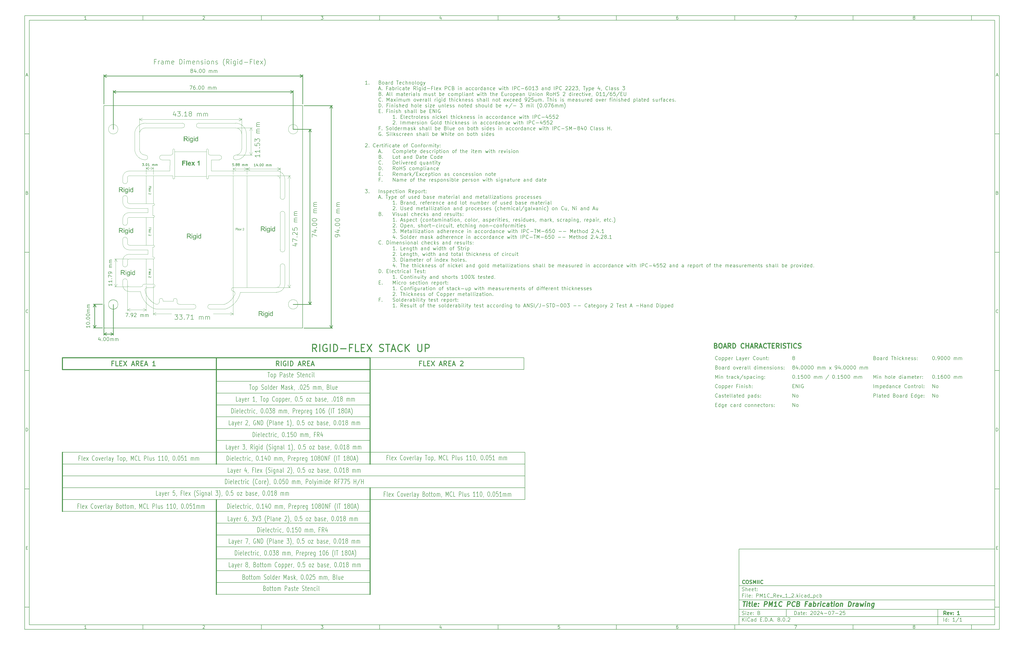
<source format=gbr>
%TF.GenerationSoftware,KiCad,Pcbnew,8.0.2*%
%TF.CreationDate,2024-09-08T21:36:53-05:00*%
%TF.ProjectId,PM1C_Rev_1_2,504d3143-5f52-4657-965f-315f322e6b69,1*%
%TF.SameCoordinates,PX297003ePY8770cd2*%
%TF.FileFunction,AssemblyDrawing,Top*%
%FSLAX46Y46*%
G04 Gerber Fmt 4.6, Leading zero omitted, Abs format (unit mm)*
G04 Created by KiCad (PCBNEW 8.0.2) date 2024-09-08 21:36:53*
%MOMM*%
%LPD*%
G01*
G04 APERTURE LIST*
%ADD10C,0.100000*%
%ADD11C,0.150000*%
%ADD12C,0.300000*%
%ADD13C,0.400000*%
%ADD14C,0.030000*%
%ADD15C,0.200000*%
%ADD16C,0.128000*%
%ADD17C,0.025000*%
%ADD18C,0.050800*%
%ADD19C,0.127000*%
%ADD20C,0.152400*%
%ADD21C,0.254000*%
G04 APERTURE END LIST*
D10*
D11*
X268349570Y-93380206D02*
X376349570Y-93380206D01*
X376349570Y-125380206D01*
X268349570Y-125380206D01*
X268349570Y-93380206D01*
D10*
D11*
X-33450430Y132019794D02*
X378349570Y132019794D01*
X378349570Y-127380206D01*
X-33450430Y-127380206D01*
X-33450430Y132019794D01*
D10*
D11*
X-31450430Y130019794D02*
X376349570Y130019794D01*
X376349570Y-125380206D01*
X-31450430Y-125380206D01*
X-31450430Y130019794D01*
D10*
D11*
X16549570Y130019794D02*
X16549570Y132019794D01*
D10*
D11*
X66549570Y130019794D02*
X66549570Y132019794D01*
D10*
D11*
X116549570Y130019794D02*
X116549570Y132019794D01*
D10*
D11*
X166549570Y130019794D02*
X166549570Y132019794D01*
D10*
D11*
X216549570Y130019794D02*
X216549570Y132019794D01*
D10*
D11*
X266549570Y130019794D02*
X266549570Y132019794D01*
D10*
D11*
X316549570Y130019794D02*
X316549570Y132019794D01*
D10*
D11*
X366549570Y130019794D02*
X366549570Y132019794D01*
D10*
D11*
X-7361270Y130426190D02*
X-8104127Y130426190D01*
X-7732699Y130426190D02*
X-7732699Y131726190D01*
X-7732699Y131726190D02*
X-7856508Y131540475D01*
X-7856508Y131540475D02*
X-7980318Y131416666D01*
X-7980318Y131416666D02*
X-8104127Y131354761D01*
D10*
D11*
X41895873Y131602380D02*
X41957777Y131664285D01*
X41957777Y131664285D02*
X42081587Y131726190D01*
X42081587Y131726190D02*
X42391111Y131726190D01*
X42391111Y131726190D02*
X42514920Y131664285D01*
X42514920Y131664285D02*
X42576825Y131602380D01*
X42576825Y131602380D02*
X42638730Y131478571D01*
X42638730Y131478571D02*
X42638730Y131354761D01*
X42638730Y131354761D02*
X42576825Y131169047D01*
X42576825Y131169047D02*
X41833968Y130426190D01*
X41833968Y130426190D02*
X42638730Y130426190D01*
D10*
D11*
X91833968Y131726190D02*
X92638730Y131726190D01*
X92638730Y131726190D02*
X92205396Y131230952D01*
X92205396Y131230952D02*
X92391111Y131230952D01*
X92391111Y131230952D02*
X92514920Y131169047D01*
X92514920Y131169047D02*
X92576825Y131107142D01*
X92576825Y131107142D02*
X92638730Y130983333D01*
X92638730Y130983333D02*
X92638730Y130673809D01*
X92638730Y130673809D02*
X92576825Y130549999D01*
X92576825Y130549999D02*
X92514920Y130488094D01*
X92514920Y130488094D02*
X92391111Y130426190D01*
X92391111Y130426190D02*
X92019682Y130426190D01*
X92019682Y130426190D02*
X91895873Y130488094D01*
X91895873Y130488094D02*
X91833968Y130549999D01*
D10*
D11*
X142514920Y131292856D02*
X142514920Y130426190D01*
X142205396Y131788094D02*
X141895873Y130859523D01*
X141895873Y130859523D02*
X142700634Y130859523D01*
D10*
D11*
X192576825Y131726190D02*
X191957777Y131726190D01*
X191957777Y131726190D02*
X191895873Y131107142D01*
X191895873Y131107142D02*
X191957777Y131169047D01*
X191957777Y131169047D02*
X192081587Y131230952D01*
X192081587Y131230952D02*
X192391111Y131230952D01*
X192391111Y131230952D02*
X192514920Y131169047D01*
X192514920Y131169047D02*
X192576825Y131107142D01*
X192576825Y131107142D02*
X192638730Y130983333D01*
X192638730Y130983333D02*
X192638730Y130673809D01*
X192638730Y130673809D02*
X192576825Y130549999D01*
X192576825Y130549999D02*
X192514920Y130488094D01*
X192514920Y130488094D02*
X192391111Y130426190D01*
X192391111Y130426190D02*
X192081587Y130426190D01*
X192081587Y130426190D02*
X191957777Y130488094D01*
X191957777Y130488094D02*
X191895873Y130549999D01*
D10*
D11*
X242514920Y131726190D02*
X242267301Y131726190D01*
X242267301Y131726190D02*
X242143492Y131664285D01*
X242143492Y131664285D02*
X242081587Y131602380D01*
X242081587Y131602380D02*
X241957777Y131416666D01*
X241957777Y131416666D02*
X241895873Y131169047D01*
X241895873Y131169047D02*
X241895873Y130673809D01*
X241895873Y130673809D02*
X241957777Y130549999D01*
X241957777Y130549999D02*
X242019682Y130488094D01*
X242019682Y130488094D02*
X242143492Y130426190D01*
X242143492Y130426190D02*
X242391111Y130426190D01*
X242391111Y130426190D02*
X242514920Y130488094D01*
X242514920Y130488094D02*
X242576825Y130549999D01*
X242576825Y130549999D02*
X242638730Y130673809D01*
X242638730Y130673809D02*
X242638730Y130983333D01*
X242638730Y130983333D02*
X242576825Y131107142D01*
X242576825Y131107142D02*
X242514920Y131169047D01*
X242514920Y131169047D02*
X242391111Y131230952D01*
X242391111Y131230952D02*
X242143492Y131230952D01*
X242143492Y131230952D02*
X242019682Y131169047D01*
X242019682Y131169047D02*
X241957777Y131107142D01*
X241957777Y131107142D02*
X241895873Y130983333D01*
D10*
D11*
X291833968Y131726190D02*
X292700634Y131726190D01*
X292700634Y131726190D02*
X292143492Y130426190D01*
D10*
D11*
X342143492Y131169047D02*
X342019682Y131230952D01*
X342019682Y131230952D02*
X341957777Y131292856D01*
X341957777Y131292856D02*
X341895873Y131416666D01*
X341895873Y131416666D02*
X341895873Y131478571D01*
X341895873Y131478571D02*
X341957777Y131602380D01*
X341957777Y131602380D02*
X342019682Y131664285D01*
X342019682Y131664285D02*
X342143492Y131726190D01*
X342143492Y131726190D02*
X342391111Y131726190D01*
X342391111Y131726190D02*
X342514920Y131664285D01*
X342514920Y131664285D02*
X342576825Y131602380D01*
X342576825Y131602380D02*
X342638730Y131478571D01*
X342638730Y131478571D02*
X342638730Y131416666D01*
X342638730Y131416666D02*
X342576825Y131292856D01*
X342576825Y131292856D02*
X342514920Y131230952D01*
X342514920Y131230952D02*
X342391111Y131169047D01*
X342391111Y131169047D02*
X342143492Y131169047D01*
X342143492Y131169047D02*
X342019682Y131107142D01*
X342019682Y131107142D02*
X341957777Y131045237D01*
X341957777Y131045237D02*
X341895873Y130921428D01*
X341895873Y130921428D02*
X341895873Y130673809D01*
X341895873Y130673809D02*
X341957777Y130549999D01*
X341957777Y130549999D02*
X342019682Y130488094D01*
X342019682Y130488094D02*
X342143492Y130426190D01*
X342143492Y130426190D02*
X342391111Y130426190D01*
X342391111Y130426190D02*
X342514920Y130488094D01*
X342514920Y130488094D02*
X342576825Y130549999D01*
X342576825Y130549999D02*
X342638730Y130673809D01*
X342638730Y130673809D02*
X342638730Y130921428D01*
X342638730Y130921428D02*
X342576825Y131045237D01*
X342576825Y131045237D02*
X342514920Y131107142D01*
X342514920Y131107142D02*
X342391111Y131169047D01*
D10*
D11*
X16549570Y-125380206D02*
X16549570Y-127380206D01*
D10*
D11*
X66549570Y-125380206D02*
X66549570Y-127380206D01*
D10*
D11*
X116549570Y-125380206D02*
X116549570Y-127380206D01*
D10*
D11*
X166549570Y-125380206D02*
X166549570Y-127380206D01*
D10*
D11*
X216549570Y-125380206D02*
X216549570Y-127380206D01*
D10*
D11*
X266549570Y-125380206D02*
X266549570Y-127380206D01*
D10*
D11*
X316549570Y-125380206D02*
X316549570Y-127380206D01*
D10*
D11*
X366549570Y-125380206D02*
X366549570Y-127380206D01*
D10*
D11*
X-7361270Y-126973810D02*
X-8104127Y-126973810D01*
X-7732699Y-126973810D02*
X-7732699Y-125673810D01*
X-7732699Y-125673810D02*
X-7856508Y-125859525D01*
X-7856508Y-125859525D02*
X-7980318Y-125983334D01*
X-7980318Y-125983334D02*
X-8104127Y-126045239D01*
D10*
D11*
X41895873Y-125797620D02*
X41957777Y-125735715D01*
X41957777Y-125735715D02*
X42081587Y-125673810D01*
X42081587Y-125673810D02*
X42391111Y-125673810D01*
X42391111Y-125673810D02*
X42514920Y-125735715D01*
X42514920Y-125735715D02*
X42576825Y-125797620D01*
X42576825Y-125797620D02*
X42638730Y-125921429D01*
X42638730Y-125921429D02*
X42638730Y-126045239D01*
X42638730Y-126045239D02*
X42576825Y-126230953D01*
X42576825Y-126230953D02*
X41833968Y-126973810D01*
X41833968Y-126973810D02*
X42638730Y-126973810D01*
D10*
D11*
X91833968Y-125673810D02*
X92638730Y-125673810D01*
X92638730Y-125673810D02*
X92205396Y-126169048D01*
X92205396Y-126169048D02*
X92391111Y-126169048D01*
X92391111Y-126169048D02*
X92514920Y-126230953D01*
X92514920Y-126230953D02*
X92576825Y-126292858D01*
X92576825Y-126292858D02*
X92638730Y-126416667D01*
X92638730Y-126416667D02*
X92638730Y-126726191D01*
X92638730Y-126726191D02*
X92576825Y-126850001D01*
X92576825Y-126850001D02*
X92514920Y-126911906D01*
X92514920Y-126911906D02*
X92391111Y-126973810D01*
X92391111Y-126973810D02*
X92019682Y-126973810D01*
X92019682Y-126973810D02*
X91895873Y-126911906D01*
X91895873Y-126911906D02*
X91833968Y-126850001D01*
D10*
D11*
X142514920Y-126107144D02*
X142514920Y-126973810D01*
X142205396Y-125611906D02*
X141895873Y-126540477D01*
X141895873Y-126540477D02*
X142700634Y-126540477D01*
D10*
D11*
X192576825Y-125673810D02*
X191957777Y-125673810D01*
X191957777Y-125673810D02*
X191895873Y-126292858D01*
X191895873Y-126292858D02*
X191957777Y-126230953D01*
X191957777Y-126230953D02*
X192081587Y-126169048D01*
X192081587Y-126169048D02*
X192391111Y-126169048D01*
X192391111Y-126169048D02*
X192514920Y-126230953D01*
X192514920Y-126230953D02*
X192576825Y-126292858D01*
X192576825Y-126292858D02*
X192638730Y-126416667D01*
X192638730Y-126416667D02*
X192638730Y-126726191D01*
X192638730Y-126726191D02*
X192576825Y-126850001D01*
X192576825Y-126850001D02*
X192514920Y-126911906D01*
X192514920Y-126911906D02*
X192391111Y-126973810D01*
X192391111Y-126973810D02*
X192081587Y-126973810D01*
X192081587Y-126973810D02*
X191957777Y-126911906D01*
X191957777Y-126911906D02*
X191895873Y-126850001D01*
D10*
D11*
X242514920Y-125673810D02*
X242267301Y-125673810D01*
X242267301Y-125673810D02*
X242143492Y-125735715D01*
X242143492Y-125735715D02*
X242081587Y-125797620D01*
X242081587Y-125797620D02*
X241957777Y-125983334D01*
X241957777Y-125983334D02*
X241895873Y-126230953D01*
X241895873Y-126230953D02*
X241895873Y-126726191D01*
X241895873Y-126726191D02*
X241957777Y-126850001D01*
X241957777Y-126850001D02*
X242019682Y-126911906D01*
X242019682Y-126911906D02*
X242143492Y-126973810D01*
X242143492Y-126973810D02*
X242391111Y-126973810D01*
X242391111Y-126973810D02*
X242514920Y-126911906D01*
X242514920Y-126911906D02*
X242576825Y-126850001D01*
X242576825Y-126850001D02*
X242638730Y-126726191D01*
X242638730Y-126726191D02*
X242638730Y-126416667D01*
X242638730Y-126416667D02*
X242576825Y-126292858D01*
X242576825Y-126292858D02*
X242514920Y-126230953D01*
X242514920Y-126230953D02*
X242391111Y-126169048D01*
X242391111Y-126169048D02*
X242143492Y-126169048D01*
X242143492Y-126169048D02*
X242019682Y-126230953D01*
X242019682Y-126230953D02*
X241957777Y-126292858D01*
X241957777Y-126292858D02*
X241895873Y-126416667D01*
D10*
D11*
X291833968Y-125673810D02*
X292700634Y-125673810D01*
X292700634Y-125673810D02*
X292143492Y-126973810D01*
D10*
D11*
X342143492Y-126230953D02*
X342019682Y-126169048D01*
X342019682Y-126169048D02*
X341957777Y-126107144D01*
X341957777Y-126107144D02*
X341895873Y-125983334D01*
X341895873Y-125983334D02*
X341895873Y-125921429D01*
X341895873Y-125921429D02*
X341957777Y-125797620D01*
X341957777Y-125797620D02*
X342019682Y-125735715D01*
X342019682Y-125735715D02*
X342143492Y-125673810D01*
X342143492Y-125673810D02*
X342391111Y-125673810D01*
X342391111Y-125673810D02*
X342514920Y-125735715D01*
X342514920Y-125735715D02*
X342576825Y-125797620D01*
X342576825Y-125797620D02*
X342638730Y-125921429D01*
X342638730Y-125921429D02*
X342638730Y-125983334D01*
X342638730Y-125983334D02*
X342576825Y-126107144D01*
X342576825Y-126107144D02*
X342514920Y-126169048D01*
X342514920Y-126169048D02*
X342391111Y-126230953D01*
X342391111Y-126230953D02*
X342143492Y-126230953D01*
X342143492Y-126230953D02*
X342019682Y-126292858D01*
X342019682Y-126292858D02*
X341957777Y-126354763D01*
X341957777Y-126354763D02*
X341895873Y-126478572D01*
X341895873Y-126478572D02*
X341895873Y-126726191D01*
X341895873Y-126726191D02*
X341957777Y-126850001D01*
X341957777Y-126850001D02*
X342019682Y-126911906D01*
X342019682Y-126911906D02*
X342143492Y-126973810D01*
X342143492Y-126973810D02*
X342391111Y-126973810D01*
X342391111Y-126973810D02*
X342514920Y-126911906D01*
X342514920Y-126911906D02*
X342576825Y-126850001D01*
X342576825Y-126850001D02*
X342638730Y-126726191D01*
X342638730Y-126726191D02*
X342638730Y-126478572D01*
X342638730Y-126478572D02*
X342576825Y-126354763D01*
X342576825Y-126354763D02*
X342514920Y-126292858D01*
X342514920Y-126292858D02*
X342391111Y-126230953D01*
D10*
D11*
X-33450430Y82019794D02*
X-31450430Y82019794D01*
D10*
D11*
X-33450430Y32019794D02*
X-31450430Y32019794D01*
D10*
D11*
X-33450430Y-17980206D02*
X-31450430Y-17980206D01*
D10*
D11*
X-33450430Y-67980206D02*
X-31450430Y-67980206D01*
D10*
D11*
X-33450430Y-117980206D02*
X-31450430Y-117980206D01*
D10*
D11*
X-32759954Y106797618D02*
X-32140907Y106797618D01*
X-32883764Y106426190D02*
X-32450431Y107726190D01*
X-32450431Y107726190D02*
X-32017097Y106426190D01*
D10*
D11*
X-32357573Y57107142D02*
X-32171859Y57045237D01*
X-32171859Y57045237D02*
X-32109954Y56983333D01*
X-32109954Y56983333D02*
X-32048050Y56859523D01*
X-32048050Y56859523D02*
X-32048050Y56673809D01*
X-32048050Y56673809D02*
X-32109954Y56549999D01*
X-32109954Y56549999D02*
X-32171859Y56488094D01*
X-32171859Y56488094D02*
X-32295669Y56426190D01*
X-32295669Y56426190D02*
X-32790907Y56426190D01*
X-32790907Y56426190D02*
X-32790907Y57726190D01*
X-32790907Y57726190D02*
X-32357573Y57726190D01*
X-32357573Y57726190D02*
X-32233764Y57664285D01*
X-32233764Y57664285D02*
X-32171859Y57602380D01*
X-32171859Y57602380D02*
X-32109954Y57478571D01*
X-32109954Y57478571D02*
X-32109954Y57354761D01*
X-32109954Y57354761D02*
X-32171859Y57230952D01*
X-32171859Y57230952D02*
X-32233764Y57169047D01*
X-32233764Y57169047D02*
X-32357573Y57107142D01*
X-32357573Y57107142D02*
X-32790907Y57107142D01*
D10*
D11*
X-32048050Y6549999D02*
X-32109954Y6488094D01*
X-32109954Y6488094D02*
X-32295669Y6426190D01*
X-32295669Y6426190D02*
X-32419478Y6426190D01*
X-32419478Y6426190D02*
X-32605192Y6488094D01*
X-32605192Y6488094D02*
X-32729002Y6611904D01*
X-32729002Y6611904D02*
X-32790907Y6735714D01*
X-32790907Y6735714D02*
X-32852811Y6983333D01*
X-32852811Y6983333D02*
X-32852811Y7169047D01*
X-32852811Y7169047D02*
X-32790907Y7416666D01*
X-32790907Y7416666D02*
X-32729002Y7540475D01*
X-32729002Y7540475D02*
X-32605192Y7664285D01*
X-32605192Y7664285D02*
X-32419478Y7726190D01*
X-32419478Y7726190D02*
X-32295669Y7726190D01*
X-32295669Y7726190D02*
X-32109954Y7664285D01*
X-32109954Y7664285D02*
X-32048050Y7602380D01*
D10*
D11*
X-32790907Y-43573810D02*
X-32790907Y-42273810D01*
X-32790907Y-42273810D02*
X-32481383Y-42273810D01*
X-32481383Y-42273810D02*
X-32295669Y-42335715D01*
X-32295669Y-42335715D02*
X-32171859Y-42459525D01*
X-32171859Y-42459525D02*
X-32109954Y-42583334D01*
X-32109954Y-42583334D02*
X-32048050Y-42830953D01*
X-32048050Y-42830953D02*
X-32048050Y-43016667D01*
X-32048050Y-43016667D02*
X-32109954Y-43264286D01*
X-32109954Y-43264286D02*
X-32171859Y-43388096D01*
X-32171859Y-43388096D02*
X-32295669Y-43511906D01*
X-32295669Y-43511906D02*
X-32481383Y-43573810D01*
X-32481383Y-43573810D02*
X-32790907Y-43573810D01*
D10*
D11*
X-32729002Y-92892858D02*
X-32295668Y-92892858D01*
X-32109954Y-93573810D02*
X-32729002Y-93573810D01*
X-32729002Y-93573810D02*
X-32729002Y-92273810D01*
X-32729002Y-92273810D02*
X-32109954Y-92273810D01*
D10*
D11*
X378349570Y82019794D02*
X376349570Y82019794D01*
D10*
D11*
X378349570Y32019794D02*
X376349570Y32019794D01*
D10*
D11*
X378349570Y-17980206D02*
X376349570Y-17980206D01*
D10*
D11*
X378349570Y-67980206D02*
X376349570Y-67980206D01*
D10*
D11*
X378349570Y-117980206D02*
X376349570Y-117980206D01*
D10*
D11*
X377040046Y106797618D02*
X377659093Y106797618D01*
X376916236Y106426190D02*
X377349569Y107726190D01*
X377349569Y107726190D02*
X377782903Y106426190D01*
D10*
D11*
X377442427Y57107142D02*
X377628141Y57045237D01*
X377628141Y57045237D02*
X377690046Y56983333D01*
X377690046Y56983333D02*
X377751950Y56859523D01*
X377751950Y56859523D02*
X377751950Y56673809D01*
X377751950Y56673809D02*
X377690046Y56549999D01*
X377690046Y56549999D02*
X377628141Y56488094D01*
X377628141Y56488094D02*
X377504331Y56426190D01*
X377504331Y56426190D02*
X377009093Y56426190D01*
X377009093Y56426190D02*
X377009093Y57726190D01*
X377009093Y57726190D02*
X377442427Y57726190D01*
X377442427Y57726190D02*
X377566236Y57664285D01*
X377566236Y57664285D02*
X377628141Y57602380D01*
X377628141Y57602380D02*
X377690046Y57478571D01*
X377690046Y57478571D02*
X377690046Y57354761D01*
X377690046Y57354761D02*
X377628141Y57230952D01*
X377628141Y57230952D02*
X377566236Y57169047D01*
X377566236Y57169047D02*
X377442427Y57107142D01*
X377442427Y57107142D02*
X377009093Y57107142D01*
D10*
D11*
X377751950Y6549999D02*
X377690046Y6488094D01*
X377690046Y6488094D02*
X377504331Y6426190D01*
X377504331Y6426190D02*
X377380522Y6426190D01*
X377380522Y6426190D02*
X377194808Y6488094D01*
X377194808Y6488094D02*
X377070998Y6611904D01*
X377070998Y6611904D02*
X377009093Y6735714D01*
X377009093Y6735714D02*
X376947189Y6983333D01*
X376947189Y6983333D02*
X376947189Y7169047D01*
X376947189Y7169047D02*
X377009093Y7416666D01*
X377009093Y7416666D02*
X377070998Y7540475D01*
X377070998Y7540475D02*
X377194808Y7664285D01*
X377194808Y7664285D02*
X377380522Y7726190D01*
X377380522Y7726190D02*
X377504331Y7726190D01*
X377504331Y7726190D02*
X377690046Y7664285D01*
X377690046Y7664285D02*
X377751950Y7602380D01*
D10*
D11*
X377009093Y-43573810D02*
X377009093Y-42273810D01*
X377009093Y-42273810D02*
X377318617Y-42273810D01*
X377318617Y-42273810D02*
X377504331Y-42335715D01*
X377504331Y-42335715D02*
X377628141Y-42459525D01*
X377628141Y-42459525D02*
X377690046Y-42583334D01*
X377690046Y-42583334D02*
X377751950Y-42830953D01*
X377751950Y-42830953D02*
X377751950Y-43016667D01*
X377751950Y-43016667D02*
X377690046Y-43264286D01*
X377690046Y-43264286D02*
X377628141Y-43388096D01*
X377628141Y-43388096D02*
X377504331Y-43511906D01*
X377504331Y-43511906D02*
X377318617Y-43573810D01*
X377318617Y-43573810D02*
X377009093Y-43573810D01*
D10*
D11*
X377070998Y-92892858D02*
X377504332Y-92892858D01*
X377690046Y-93573810D02*
X377070998Y-93573810D01*
X377070998Y-93573810D02*
X377070998Y-92273810D01*
X377070998Y-92273810D02*
X377690046Y-92273810D01*
D10*
D11*
X291805396Y-121166334D02*
X291805396Y-119666334D01*
X291805396Y-119666334D02*
X292162539Y-119666334D01*
X292162539Y-119666334D02*
X292376825Y-119737763D01*
X292376825Y-119737763D02*
X292519682Y-119880620D01*
X292519682Y-119880620D02*
X292591111Y-120023477D01*
X292591111Y-120023477D02*
X292662539Y-120309191D01*
X292662539Y-120309191D02*
X292662539Y-120523477D01*
X292662539Y-120523477D02*
X292591111Y-120809191D01*
X292591111Y-120809191D02*
X292519682Y-120952048D01*
X292519682Y-120952048D02*
X292376825Y-121094906D01*
X292376825Y-121094906D02*
X292162539Y-121166334D01*
X292162539Y-121166334D02*
X291805396Y-121166334D01*
X293948254Y-121166334D02*
X293948254Y-120380620D01*
X293948254Y-120380620D02*
X293876825Y-120237763D01*
X293876825Y-120237763D02*
X293733968Y-120166334D01*
X293733968Y-120166334D02*
X293448254Y-120166334D01*
X293448254Y-120166334D02*
X293305396Y-120237763D01*
X293948254Y-121094906D02*
X293805396Y-121166334D01*
X293805396Y-121166334D02*
X293448254Y-121166334D01*
X293448254Y-121166334D02*
X293305396Y-121094906D01*
X293305396Y-121094906D02*
X293233968Y-120952048D01*
X293233968Y-120952048D02*
X293233968Y-120809191D01*
X293233968Y-120809191D02*
X293305396Y-120666334D01*
X293305396Y-120666334D02*
X293448254Y-120594906D01*
X293448254Y-120594906D02*
X293805396Y-120594906D01*
X293805396Y-120594906D02*
X293948254Y-120523477D01*
X294448254Y-120166334D02*
X295019682Y-120166334D01*
X294662539Y-119666334D02*
X294662539Y-120952048D01*
X294662539Y-120952048D02*
X294733968Y-121094906D01*
X294733968Y-121094906D02*
X294876825Y-121166334D01*
X294876825Y-121166334D02*
X295019682Y-121166334D01*
X296091111Y-121094906D02*
X295948254Y-121166334D01*
X295948254Y-121166334D02*
X295662540Y-121166334D01*
X295662540Y-121166334D02*
X295519682Y-121094906D01*
X295519682Y-121094906D02*
X295448254Y-120952048D01*
X295448254Y-120952048D02*
X295448254Y-120380620D01*
X295448254Y-120380620D02*
X295519682Y-120237763D01*
X295519682Y-120237763D02*
X295662540Y-120166334D01*
X295662540Y-120166334D02*
X295948254Y-120166334D01*
X295948254Y-120166334D02*
X296091111Y-120237763D01*
X296091111Y-120237763D02*
X296162540Y-120380620D01*
X296162540Y-120380620D02*
X296162540Y-120523477D01*
X296162540Y-120523477D02*
X295448254Y-120666334D01*
X296805396Y-121023477D02*
X296876825Y-121094906D01*
X296876825Y-121094906D02*
X296805396Y-121166334D01*
X296805396Y-121166334D02*
X296733968Y-121094906D01*
X296733968Y-121094906D02*
X296805396Y-121023477D01*
X296805396Y-121023477D02*
X296805396Y-121166334D01*
X296805396Y-120237763D02*
X296876825Y-120309191D01*
X296876825Y-120309191D02*
X296805396Y-120380620D01*
X296805396Y-120380620D02*
X296733968Y-120309191D01*
X296733968Y-120309191D02*
X296805396Y-120237763D01*
X296805396Y-120237763D02*
X296805396Y-120380620D01*
X298591111Y-119809191D02*
X298662539Y-119737763D01*
X298662539Y-119737763D02*
X298805397Y-119666334D01*
X298805397Y-119666334D02*
X299162539Y-119666334D01*
X299162539Y-119666334D02*
X299305397Y-119737763D01*
X299305397Y-119737763D02*
X299376825Y-119809191D01*
X299376825Y-119809191D02*
X299448254Y-119952048D01*
X299448254Y-119952048D02*
X299448254Y-120094906D01*
X299448254Y-120094906D02*
X299376825Y-120309191D01*
X299376825Y-120309191D02*
X298519682Y-121166334D01*
X298519682Y-121166334D02*
X299448254Y-121166334D01*
X300376825Y-119666334D02*
X300519682Y-119666334D01*
X300519682Y-119666334D02*
X300662539Y-119737763D01*
X300662539Y-119737763D02*
X300733968Y-119809191D01*
X300733968Y-119809191D02*
X300805396Y-119952048D01*
X300805396Y-119952048D02*
X300876825Y-120237763D01*
X300876825Y-120237763D02*
X300876825Y-120594906D01*
X300876825Y-120594906D02*
X300805396Y-120880620D01*
X300805396Y-120880620D02*
X300733968Y-121023477D01*
X300733968Y-121023477D02*
X300662539Y-121094906D01*
X300662539Y-121094906D02*
X300519682Y-121166334D01*
X300519682Y-121166334D02*
X300376825Y-121166334D01*
X300376825Y-121166334D02*
X300233968Y-121094906D01*
X300233968Y-121094906D02*
X300162539Y-121023477D01*
X300162539Y-121023477D02*
X300091110Y-120880620D01*
X300091110Y-120880620D02*
X300019682Y-120594906D01*
X300019682Y-120594906D02*
X300019682Y-120237763D01*
X300019682Y-120237763D02*
X300091110Y-119952048D01*
X300091110Y-119952048D02*
X300162539Y-119809191D01*
X300162539Y-119809191D02*
X300233968Y-119737763D01*
X300233968Y-119737763D02*
X300376825Y-119666334D01*
X301448253Y-119809191D02*
X301519681Y-119737763D01*
X301519681Y-119737763D02*
X301662539Y-119666334D01*
X301662539Y-119666334D02*
X302019681Y-119666334D01*
X302019681Y-119666334D02*
X302162539Y-119737763D01*
X302162539Y-119737763D02*
X302233967Y-119809191D01*
X302233967Y-119809191D02*
X302305396Y-119952048D01*
X302305396Y-119952048D02*
X302305396Y-120094906D01*
X302305396Y-120094906D02*
X302233967Y-120309191D01*
X302233967Y-120309191D02*
X301376824Y-121166334D01*
X301376824Y-121166334D02*
X302305396Y-121166334D01*
X303591110Y-120166334D02*
X303591110Y-121166334D01*
X303233967Y-119594906D02*
X302876824Y-120666334D01*
X302876824Y-120666334D02*
X303805395Y-120666334D01*
X304376823Y-120594906D02*
X305519681Y-120594906D01*
X306519681Y-119666334D02*
X306662538Y-119666334D01*
X306662538Y-119666334D02*
X306805395Y-119737763D01*
X306805395Y-119737763D02*
X306876824Y-119809191D01*
X306876824Y-119809191D02*
X306948252Y-119952048D01*
X306948252Y-119952048D02*
X307019681Y-120237763D01*
X307019681Y-120237763D02*
X307019681Y-120594906D01*
X307019681Y-120594906D02*
X306948252Y-120880620D01*
X306948252Y-120880620D02*
X306876824Y-121023477D01*
X306876824Y-121023477D02*
X306805395Y-121094906D01*
X306805395Y-121094906D02*
X306662538Y-121166334D01*
X306662538Y-121166334D02*
X306519681Y-121166334D01*
X306519681Y-121166334D02*
X306376824Y-121094906D01*
X306376824Y-121094906D02*
X306305395Y-121023477D01*
X306305395Y-121023477D02*
X306233966Y-120880620D01*
X306233966Y-120880620D02*
X306162538Y-120594906D01*
X306162538Y-120594906D02*
X306162538Y-120237763D01*
X306162538Y-120237763D02*
X306233966Y-119952048D01*
X306233966Y-119952048D02*
X306305395Y-119809191D01*
X306305395Y-119809191D02*
X306376824Y-119737763D01*
X306376824Y-119737763D02*
X306519681Y-119666334D01*
X307519680Y-119666334D02*
X308519680Y-119666334D01*
X308519680Y-119666334D02*
X307876823Y-121166334D01*
X309091108Y-120594906D02*
X310233966Y-120594906D01*
X310876823Y-119809191D02*
X310948251Y-119737763D01*
X310948251Y-119737763D02*
X311091109Y-119666334D01*
X311091109Y-119666334D02*
X311448251Y-119666334D01*
X311448251Y-119666334D02*
X311591109Y-119737763D01*
X311591109Y-119737763D02*
X311662537Y-119809191D01*
X311662537Y-119809191D02*
X311733966Y-119952048D01*
X311733966Y-119952048D02*
X311733966Y-120094906D01*
X311733966Y-120094906D02*
X311662537Y-120309191D01*
X311662537Y-120309191D02*
X310805394Y-121166334D01*
X310805394Y-121166334D02*
X311733966Y-121166334D01*
X313091108Y-119666334D02*
X312376822Y-119666334D01*
X312376822Y-119666334D02*
X312305394Y-120380620D01*
X312305394Y-120380620D02*
X312376822Y-120309191D01*
X312376822Y-120309191D02*
X312519680Y-120237763D01*
X312519680Y-120237763D02*
X312876822Y-120237763D01*
X312876822Y-120237763D02*
X313019680Y-120309191D01*
X313019680Y-120309191D02*
X313091108Y-120380620D01*
X313091108Y-120380620D02*
X313162537Y-120523477D01*
X313162537Y-120523477D02*
X313162537Y-120880620D01*
X313162537Y-120880620D02*
X313091108Y-121023477D01*
X313091108Y-121023477D02*
X313019680Y-121094906D01*
X313019680Y-121094906D02*
X312876822Y-121166334D01*
X312876822Y-121166334D02*
X312519680Y-121166334D01*
X312519680Y-121166334D02*
X312376822Y-121094906D01*
X312376822Y-121094906D02*
X312305394Y-121023477D01*
D10*
D11*
X268349570Y-121880206D02*
X376349570Y-121880206D01*
D10*
D11*
X269805396Y-123966334D02*
X269805396Y-122466334D01*
X270662539Y-123966334D02*
X270019682Y-123109191D01*
X270662539Y-122466334D02*
X269805396Y-123323477D01*
X271305396Y-123966334D02*
X271305396Y-122966334D01*
X271305396Y-122466334D02*
X271233968Y-122537763D01*
X271233968Y-122537763D02*
X271305396Y-122609191D01*
X271305396Y-122609191D02*
X271376825Y-122537763D01*
X271376825Y-122537763D02*
X271305396Y-122466334D01*
X271305396Y-122466334D02*
X271305396Y-122609191D01*
X272876825Y-123823477D02*
X272805397Y-123894906D01*
X272805397Y-123894906D02*
X272591111Y-123966334D01*
X272591111Y-123966334D02*
X272448254Y-123966334D01*
X272448254Y-123966334D02*
X272233968Y-123894906D01*
X272233968Y-123894906D02*
X272091111Y-123752048D01*
X272091111Y-123752048D02*
X272019682Y-123609191D01*
X272019682Y-123609191D02*
X271948254Y-123323477D01*
X271948254Y-123323477D02*
X271948254Y-123109191D01*
X271948254Y-123109191D02*
X272019682Y-122823477D01*
X272019682Y-122823477D02*
X272091111Y-122680620D01*
X272091111Y-122680620D02*
X272233968Y-122537763D01*
X272233968Y-122537763D02*
X272448254Y-122466334D01*
X272448254Y-122466334D02*
X272591111Y-122466334D01*
X272591111Y-122466334D02*
X272805397Y-122537763D01*
X272805397Y-122537763D02*
X272876825Y-122609191D01*
X274162540Y-123966334D02*
X274162540Y-123180620D01*
X274162540Y-123180620D02*
X274091111Y-123037763D01*
X274091111Y-123037763D02*
X273948254Y-122966334D01*
X273948254Y-122966334D02*
X273662540Y-122966334D01*
X273662540Y-122966334D02*
X273519682Y-123037763D01*
X274162540Y-123894906D02*
X274019682Y-123966334D01*
X274019682Y-123966334D02*
X273662540Y-123966334D01*
X273662540Y-123966334D02*
X273519682Y-123894906D01*
X273519682Y-123894906D02*
X273448254Y-123752048D01*
X273448254Y-123752048D02*
X273448254Y-123609191D01*
X273448254Y-123609191D02*
X273519682Y-123466334D01*
X273519682Y-123466334D02*
X273662540Y-123394906D01*
X273662540Y-123394906D02*
X274019682Y-123394906D01*
X274019682Y-123394906D02*
X274162540Y-123323477D01*
X275519683Y-123966334D02*
X275519683Y-122466334D01*
X275519683Y-123894906D02*
X275376825Y-123966334D01*
X275376825Y-123966334D02*
X275091111Y-123966334D01*
X275091111Y-123966334D02*
X274948254Y-123894906D01*
X274948254Y-123894906D02*
X274876825Y-123823477D01*
X274876825Y-123823477D02*
X274805397Y-123680620D01*
X274805397Y-123680620D02*
X274805397Y-123252048D01*
X274805397Y-123252048D02*
X274876825Y-123109191D01*
X274876825Y-123109191D02*
X274948254Y-123037763D01*
X274948254Y-123037763D02*
X275091111Y-122966334D01*
X275091111Y-122966334D02*
X275376825Y-122966334D01*
X275376825Y-122966334D02*
X275519683Y-123037763D01*
X277376825Y-123180620D02*
X277876825Y-123180620D01*
X278091111Y-123966334D02*
X277376825Y-123966334D01*
X277376825Y-123966334D02*
X277376825Y-122466334D01*
X277376825Y-122466334D02*
X278091111Y-122466334D01*
X278733968Y-123823477D02*
X278805397Y-123894906D01*
X278805397Y-123894906D02*
X278733968Y-123966334D01*
X278733968Y-123966334D02*
X278662540Y-123894906D01*
X278662540Y-123894906D02*
X278733968Y-123823477D01*
X278733968Y-123823477D02*
X278733968Y-123966334D01*
X279448254Y-123966334D02*
X279448254Y-122466334D01*
X279448254Y-122466334D02*
X279805397Y-122466334D01*
X279805397Y-122466334D02*
X280019683Y-122537763D01*
X280019683Y-122537763D02*
X280162540Y-122680620D01*
X280162540Y-122680620D02*
X280233969Y-122823477D01*
X280233969Y-122823477D02*
X280305397Y-123109191D01*
X280305397Y-123109191D02*
X280305397Y-123323477D01*
X280305397Y-123323477D02*
X280233969Y-123609191D01*
X280233969Y-123609191D02*
X280162540Y-123752048D01*
X280162540Y-123752048D02*
X280019683Y-123894906D01*
X280019683Y-123894906D02*
X279805397Y-123966334D01*
X279805397Y-123966334D02*
X279448254Y-123966334D01*
X280948254Y-123823477D02*
X281019683Y-123894906D01*
X281019683Y-123894906D02*
X280948254Y-123966334D01*
X280948254Y-123966334D02*
X280876826Y-123894906D01*
X280876826Y-123894906D02*
X280948254Y-123823477D01*
X280948254Y-123823477D02*
X280948254Y-123966334D01*
X281591112Y-123537763D02*
X282305398Y-123537763D01*
X281448255Y-123966334D02*
X281948255Y-122466334D01*
X281948255Y-122466334D02*
X282448255Y-123966334D01*
X282948254Y-123823477D02*
X283019683Y-123894906D01*
X283019683Y-123894906D02*
X282948254Y-123966334D01*
X282948254Y-123966334D02*
X282876826Y-123894906D01*
X282876826Y-123894906D02*
X282948254Y-123823477D01*
X282948254Y-123823477D02*
X282948254Y-123966334D01*
X285019683Y-123109191D02*
X284876826Y-123037763D01*
X284876826Y-123037763D02*
X284805397Y-122966334D01*
X284805397Y-122966334D02*
X284733969Y-122823477D01*
X284733969Y-122823477D02*
X284733969Y-122752048D01*
X284733969Y-122752048D02*
X284805397Y-122609191D01*
X284805397Y-122609191D02*
X284876826Y-122537763D01*
X284876826Y-122537763D02*
X285019683Y-122466334D01*
X285019683Y-122466334D02*
X285305397Y-122466334D01*
X285305397Y-122466334D02*
X285448255Y-122537763D01*
X285448255Y-122537763D02*
X285519683Y-122609191D01*
X285519683Y-122609191D02*
X285591112Y-122752048D01*
X285591112Y-122752048D02*
X285591112Y-122823477D01*
X285591112Y-122823477D02*
X285519683Y-122966334D01*
X285519683Y-122966334D02*
X285448255Y-123037763D01*
X285448255Y-123037763D02*
X285305397Y-123109191D01*
X285305397Y-123109191D02*
X285019683Y-123109191D01*
X285019683Y-123109191D02*
X284876826Y-123180620D01*
X284876826Y-123180620D02*
X284805397Y-123252048D01*
X284805397Y-123252048D02*
X284733969Y-123394906D01*
X284733969Y-123394906D02*
X284733969Y-123680620D01*
X284733969Y-123680620D02*
X284805397Y-123823477D01*
X284805397Y-123823477D02*
X284876826Y-123894906D01*
X284876826Y-123894906D02*
X285019683Y-123966334D01*
X285019683Y-123966334D02*
X285305397Y-123966334D01*
X285305397Y-123966334D02*
X285448255Y-123894906D01*
X285448255Y-123894906D02*
X285519683Y-123823477D01*
X285519683Y-123823477D02*
X285591112Y-123680620D01*
X285591112Y-123680620D02*
X285591112Y-123394906D01*
X285591112Y-123394906D02*
X285519683Y-123252048D01*
X285519683Y-123252048D02*
X285448255Y-123180620D01*
X285448255Y-123180620D02*
X285305397Y-123109191D01*
X286233968Y-123823477D02*
X286305397Y-123894906D01*
X286305397Y-123894906D02*
X286233968Y-123966334D01*
X286233968Y-123966334D02*
X286162540Y-123894906D01*
X286162540Y-123894906D02*
X286233968Y-123823477D01*
X286233968Y-123823477D02*
X286233968Y-123966334D01*
X287233969Y-122466334D02*
X287376826Y-122466334D01*
X287376826Y-122466334D02*
X287519683Y-122537763D01*
X287519683Y-122537763D02*
X287591112Y-122609191D01*
X287591112Y-122609191D02*
X287662540Y-122752048D01*
X287662540Y-122752048D02*
X287733969Y-123037763D01*
X287733969Y-123037763D02*
X287733969Y-123394906D01*
X287733969Y-123394906D02*
X287662540Y-123680620D01*
X287662540Y-123680620D02*
X287591112Y-123823477D01*
X287591112Y-123823477D02*
X287519683Y-123894906D01*
X287519683Y-123894906D02*
X287376826Y-123966334D01*
X287376826Y-123966334D02*
X287233969Y-123966334D01*
X287233969Y-123966334D02*
X287091112Y-123894906D01*
X287091112Y-123894906D02*
X287019683Y-123823477D01*
X287019683Y-123823477D02*
X286948254Y-123680620D01*
X286948254Y-123680620D02*
X286876826Y-123394906D01*
X286876826Y-123394906D02*
X286876826Y-123037763D01*
X286876826Y-123037763D02*
X286948254Y-122752048D01*
X286948254Y-122752048D02*
X287019683Y-122609191D01*
X287019683Y-122609191D02*
X287091112Y-122537763D01*
X287091112Y-122537763D02*
X287233969Y-122466334D01*
X288376825Y-123823477D02*
X288448254Y-123894906D01*
X288448254Y-123894906D02*
X288376825Y-123966334D01*
X288376825Y-123966334D02*
X288305397Y-123894906D01*
X288305397Y-123894906D02*
X288376825Y-123823477D01*
X288376825Y-123823477D02*
X288376825Y-123966334D01*
X289019683Y-122609191D02*
X289091111Y-122537763D01*
X289091111Y-122537763D02*
X289233969Y-122466334D01*
X289233969Y-122466334D02*
X289591111Y-122466334D01*
X289591111Y-122466334D02*
X289733969Y-122537763D01*
X289733969Y-122537763D02*
X289805397Y-122609191D01*
X289805397Y-122609191D02*
X289876826Y-122752048D01*
X289876826Y-122752048D02*
X289876826Y-122894906D01*
X289876826Y-122894906D02*
X289805397Y-123109191D01*
X289805397Y-123109191D02*
X288948254Y-123966334D01*
X288948254Y-123966334D02*
X289876826Y-123966334D01*
D10*
D11*
X268349570Y-118880206D02*
X376349570Y-118880206D01*
D10*
D12*
X355761223Y-121158534D02*
X355261223Y-120444248D01*
X354904080Y-121158534D02*
X354904080Y-119658534D01*
X354904080Y-119658534D02*
X355475509Y-119658534D01*
X355475509Y-119658534D02*
X355618366Y-119729963D01*
X355618366Y-119729963D02*
X355689795Y-119801391D01*
X355689795Y-119801391D02*
X355761223Y-119944248D01*
X355761223Y-119944248D02*
X355761223Y-120158534D01*
X355761223Y-120158534D02*
X355689795Y-120301391D01*
X355689795Y-120301391D02*
X355618366Y-120372820D01*
X355618366Y-120372820D02*
X355475509Y-120444248D01*
X355475509Y-120444248D02*
X354904080Y-120444248D01*
X356975509Y-121087106D02*
X356832652Y-121158534D01*
X356832652Y-121158534D02*
X356546938Y-121158534D01*
X356546938Y-121158534D02*
X356404080Y-121087106D01*
X356404080Y-121087106D02*
X356332652Y-120944248D01*
X356332652Y-120944248D02*
X356332652Y-120372820D01*
X356332652Y-120372820D02*
X356404080Y-120229963D01*
X356404080Y-120229963D02*
X356546938Y-120158534D01*
X356546938Y-120158534D02*
X356832652Y-120158534D01*
X356832652Y-120158534D02*
X356975509Y-120229963D01*
X356975509Y-120229963D02*
X357046938Y-120372820D01*
X357046938Y-120372820D02*
X357046938Y-120515677D01*
X357046938Y-120515677D02*
X356332652Y-120658534D01*
X357546937Y-120158534D02*
X357904080Y-121158534D01*
X357904080Y-121158534D02*
X358261223Y-120158534D01*
X358832651Y-121015677D02*
X358904080Y-121087106D01*
X358904080Y-121087106D02*
X358832651Y-121158534D01*
X358832651Y-121158534D02*
X358761223Y-121087106D01*
X358761223Y-121087106D02*
X358832651Y-121015677D01*
X358832651Y-121015677D02*
X358832651Y-121158534D01*
X358832651Y-120229963D02*
X358904080Y-120301391D01*
X358904080Y-120301391D02*
X358832651Y-120372820D01*
X358832651Y-120372820D02*
X358761223Y-120301391D01*
X358761223Y-120301391D02*
X358832651Y-120229963D01*
X358832651Y-120229963D02*
X358832651Y-120372820D01*
X361475509Y-121158534D02*
X360618366Y-121158534D01*
X361046937Y-121158534D02*
X361046937Y-119658534D01*
X361046937Y-119658534D02*
X360904080Y-119872820D01*
X360904080Y-119872820D02*
X360761223Y-120015677D01*
X360761223Y-120015677D02*
X360618366Y-120087106D01*
D10*
D11*
X269733968Y-121094906D02*
X269948254Y-121166334D01*
X269948254Y-121166334D02*
X270305396Y-121166334D01*
X270305396Y-121166334D02*
X270448254Y-121094906D01*
X270448254Y-121094906D02*
X270519682Y-121023477D01*
X270519682Y-121023477D02*
X270591111Y-120880620D01*
X270591111Y-120880620D02*
X270591111Y-120737763D01*
X270591111Y-120737763D02*
X270519682Y-120594906D01*
X270519682Y-120594906D02*
X270448254Y-120523477D01*
X270448254Y-120523477D02*
X270305396Y-120452048D01*
X270305396Y-120452048D02*
X270019682Y-120380620D01*
X270019682Y-120380620D02*
X269876825Y-120309191D01*
X269876825Y-120309191D02*
X269805396Y-120237763D01*
X269805396Y-120237763D02*
X269733968Y-120094906D01*
X269733968Y-120094906D02*
X269733968Y-119952048D01*
X269733968Y-119952048D02*
X269805396Y-119809191D01*
X269805396Y-119809191D02*
X269876825Y-119737763D01*
X269876825Y-119737763D02*
X270019682Y-119666334D01*
X270019682Y-119666334D02*
X270376825Y-119666334D01*
X270376825Y-119666334D02*
X270591111Y-119737763D01*
X271233967Y-121166334D02*
X271233967Y-120166334D01*
X271233967Y-119666334D02*
X271162539Y-119737763D01*
X271162539Y-119737763D02*
X271233967Y-119809191D01*
X271233967Y-119809191D02*
X271305396Y-119737763D01*
X271305396Y-119737763D02*
X271233967Y-119666334D01*
X271233967Y-119666334D02*
X271233967Y-119809191D01*
X271805396Y-120166334D02*
X272591111Y-120166334D01*
X272591111Y-120166334D02*
X271805396Y-121166334D01*
X271805396Y-121166334D02*
X272591111Y-121166334D01*
X273733968Y-121094906D02*
X273591111Y-121166334D01*
X273591111Y-121166334D02*
X273305397Y-121166334D01*
X273305397Y-121166334D02*
X273162539Y-121094906D01*
X273162539Y-121094906D02*
X273091111Y-120952048D01*
X273091111Y-120952048D02*
X273091111Y-120380620D01*
X273091111Y-120380620D02*
X273162539Y-120237763D01*
X273162539Y-120237763D02*
X273305397Y-120166334D01*
X273305397Y-120166334D02*
X273591111Y-120166334D01*
X273591111Y-120166334D02*
X273733968Y-120237763D01*
X273733968Y-120237763D02*
X273805397Y-120380620D01*
X273805397Y-120380620D02*
X273805397Y-120523477D01*
X273805397Y-120523477D02*
X273091111Y-120666334D01*
X274448253Y-121023477D02*
X274519682Y-121094906D01*
X274519682Y-121094906D02*
X274448253Y-121166334D01*
X274448253Y-121166334D02*
X274376825Y-121094906D01*
X274376825Y-121094906D02*
X274448253Y-121023477D01*
X274448253Y-121023477D02*
X274448253Y-121166334D01*
X274448253Y-120237763D02*
X274519682Y-120309191D01*
X274519682Y-120309191D02*
X274448253Y-120380620D01*
X274448253Y-120380620D02*
X274376825Y-120309191D01*
X274376825Y-120309191D02*
X274448253Y-120237763D01*
X274448253Y-120237763D02*
X274448253Y-120380620D01*
X276805396Y-120380620D02*
X277019682Y-120452048D01*
X277019682Y-120452048D02*
X277091111Y-120523477D01*
X277091111Y-120523477D02*
X277162539Y-120666334D01*
X277162539Y-120666334D02*
X277162539Y-120880620D01*
X277162539Y-120880620D02*
X277091111Y-121023477D01*
X277091111Y-121023477D02*
X277019682Y-121094906D01*
X277019682Y-121094906D02*
X276876825Y-121166334D01*
X276876825Y-121166334D02*
X276305396Y-121166334D01*
X276305396Y-121166334D02*
X276305396Y-119666334D01*
X276305396Y-119666334D02*
X276805396Y-119666334D01*
X276805396Y-119666334D02*
X276948254Y-119737763D01*
X276948254Y-119737763D02*
X277019682Y-119809191D01*
X277019682Y-119809191D02*
X277091111Y-119952048D01*
X277091111Y-119952048D02*
X277091111Y-120094906D01*
X277091111Y-120094906D02*
X277019682Y-120237763D01*
X277019682Y-120237763D02*
X276948254Y-120309191D01*
X276948254Y-120309191D02*
X276805396Y-120380620D01*
X276805396Y-120380620D02*
X276305396Y-120380620D01*
D10*
D11*
X354805396Y-123966334D02*
X354805396Y-122466334D01*
X356162540Y-123966334D02*
X356162540Y-122466334D01*
X356162540Y-123894906D02*
X356019682Y-123966334D01*
X356019682Y-123966334D02*
X355733968Y-123966334D01*
X355733968Y-123966334D02*
X355591111Y-123894906D01*
X355591111Y-123894906D02*
X355519682Y-123823477D01*
X355519682Y-123823477D02*
X355448254Y-123680620D01*
X355448254Y-123680620D02*
X355448254Y-123252048D01*
X355448254Y-123252048D02*
X355519682Y-123109191D01*
X355519682Y-123109191D02*
X355591111Y-123037763D01*
X355591111Y-123037763D02*
X355733968Y-122966334D01*
X355733968Y-122966334D02*
X356019682Y-122966334D01*
X356019682Y-122966334D02*
X356162540Y-123037763D01*
X356876825Y-123823477D02*
X356948254Y-123894906D01*
X356948254Y-123894906D02*
X356876825Y-123966334D01*
X356876825Y-123966334D02*
X356805397Y-123894906D01*
X356805397Y-123894906D02*
X356876825Y-123823477D01*
X356876825Y-123823477D02*
X356876825Y-123966334D01*
X356876825Y-123037763D02*
X356948254Y-123109191D01*
X356948254Y-123109191D02*
X356876825Y-123180620D01*
X356876825Y-123180620D02*
X356805397Y-123109191D01*
X356805397Y-123109191D02*
X356876825Y-123037763D01*
X356876825Y-123037763D02*
X356876825Y-123180620D01*
X359519683Y-123966334D02*
X358662540Y-123966334D01*
X359091111Y-123966334D02*
X359091111Y-122466334D01*
X359091111Y-122466334D02*
X358948254Y-122680620D01*
X358948254Y-122680620D02*
X358805397Y-122823477D01*
X358805397Y-122823477D02*
X358662540Y-122894906D01*
X361233968Y-122394906D02*
X359948254Y-124323477D01*
X362519683Y-123966334D02*
X361662540Y-123966334D01*
X362091111Y-123966334D02*
X362091111Y-122466334D01*
X362091111Y-122466334D02*
X361948254Y-122680620D01*
X361948254Y-122680620D02*
X361805397Y-122823477D01*
X361805397Y-122823477D02*
X361662540Y-122894906D01*
D10*
D11*
X268349570Y-114880206D02*
X376349570Y-114880206D01*
D10*
D13*
X270041298Y-115584644D02*
X271184155Y-115584644D01*
X270362727Y-117584644D02*
X270612727Y-115584644D01*
X271600822Y-117584644D02*
X271767489Y-116251310D01*
X271850822Y-115584644D02*
X271743679Y-115679882D01*
X271743679Y-115679882D02*
X271827013Y-115775120D01*
X271827013Y-115775120D02*
X271934156Y-115679882D01*
X271934156Y-115679882D02*
X271850822Y-115584644D01*
X271850822Y-115584644D02*
X271827013Y-115775120D01*
X272434156Y-116251310D02*
X273196060Y-116251310D01*
X272803203Y-115584644D02*
X272588918Y-117298929D01*
X272588918Y-117298929D02*
X272660346Y-117489406D01*
X272660346Y-117489406D02*
X272838918Y-117584644D01*
X272838918Y-117584644D02*
X273029394Y-117584644D01*
X273981775Y-117584644D02*
X273803203Y-117489406D01*
X273803203Y-117489406D02*
X273731775Y-117298929D01*
X273731775Y-117298929D02*
X273946060Y-115584644D01*
X275517489Y-117489406D02*
X275315108Y-117584644D01*
X275315108Y-117584644D02*
X274934155Y-117584644D01*
X274934155Y-117584644D02*
X274755584Y-117489406D01*
X274755584Y-117489406D02*
X274684155Y-117298929D01*
X274684155Y-117298929D02*
X274779394Y-116537025D01*
X274779394Y-116537025D02*
X274898441Y-116346548D01*
X274898441Y-116346548D02*
X275100822Y-116251310D01*
X275100822Y-116251310D02*
X275481774Y-116251310D01*
X275481774Y-116251310D02*
X275660346Y-116346548D01*
X275660346Y-116346548D02*
X275731774Y-116537025D01*
X275731774Y-116537025D02*
X275707965Y-116727501D01*
X275707965Y-116727501D02*
X274731774Y-116917977D01*
X276481775Y-117394167D02*
X276565108Y-117489406D01*
X276565108Y-117489406D02*
X276457965Y-117584644D01*
X276457965Y-117584644D02*
X276374632Y-117489406D01*
X276374632Y-117489406D02*
X276481775Y-117394167D01*
X276481775Y-117394167D02*
X276457965Y-117584644D01*
X276612727Y-116346548D02*
X276696060Y-116441786D01*
X276696060Y-116441786D02*
X276588918Y-116537025D01*
X276588918Y-116537025D02*
X276505584Y-116441786D01*
X276505584Y-116441786D02*
X276612727Y-116346548D01*
X276612727Y-116346548D02*
X276588918Y-116537025D01*
X278934156Y-117584644D02*
X279184156Y-115584644D01*
X279184156Y-115584644D02*
X279946061Y-115584644D01*
X279946061Y-115584644D02*
X280124632Y-115679882D01*
X280124632Y-115679882D02*
X280207966Y-115775120D01*
X280207966Y-115775120D02*
X280279394Y-115965596D01*
X280279394Y-115965596D02*
X280243680Y-116251310D01*
X280243680Y-116251310D02*
X280124632Y-116441786D01*
X280124632Y-116441786D02*
X280017490Y-116537025D01*
X280017490Y-116537025D02*
X279815109Y-116632263D01*
X279815109Y-116632263D02*
X279053204Y-116632263D01*
X280934156Y-117584644D02*
X281184156Y-115584644D01*
X281184156Y-115584644D02*
X281672251Y-117013215D01*
X281672251Y-117013215D02*
X282517490Y-115584644D01*
X282517490Y-115584644D02*
X282267490Y-117584644D01*
X284267489Y-117584644D02*
X283124632Y-117584644D01*
X283696061Y-117584644D02*
X283946061Y-115584644D01*
X283946061Y-115584644D02*
X283719870Y-115870358D01*
X283719870Y-115870358D02*
X283505585Y-116060834D01*
X283505585Y-116060834D02*
X283303204Y-116156072D01*
X286291299Y-117394167D02*
X286184156Y-117489406D01*
X286184156Y-117489406D02*
X285886537Y-117584644D01*
X285886537Y-117584644D02*
X285696061Y-117584644D01*
X285696061Y-117584644D02*
X285422251Y-117489406D01*
X285422251Y-117489406D02*
X285255585Y-117298929D01*
X285255585Y-117298929D02*
X285184156Y-117108453D01*
X285184156Y-117108453D02*
X285136537Y-116727501D01*
X285136537Y-116727501D02*
X285172251Y-116441786D01*
X285172251Y-116441786D02*
X285315108Y-116060834D01*
X285315108Y-116060834D02*
X285434156Y-115870358D01*
X285434156Y-115870358D02*
X285648442Y-115679882D01*
X285648442Y-115679882D02*
X285946061Y-115584644D01*
X285946061Y-115584644D02*
X286136537Y-115584644D01*
X286136537Y-115584644D02*
X286410347Y-115679882D01*
X286410347Y-115679882D02*
X286493680Y-115775120D01*
X288648442Y-117584644D02*
X288898442Y-115584644D01*
X288898442Y-115584644D02*
X289660347Y-115584644D01*
X289660347Y-115584644D02*
X289838918Y-115679882D01*
X289838918Y-115679882D02*
X289922252Y-115775120D01*
X289922252Y-115775120D02*
X289993680Y-115965596D01*
X289993680Y-115965596D02*
X289957966Y-116251310D01*
X289957966Y-116251310D02*
X289838918Y-116441786D01*
X289838918Y-116441786D02*
X289731776Y-116537025D01*
X289731776Y-116537025D02*
X289529395Y-116632263D01*
X289529395Y-116632263D02*
X288767490Y-116632263D01*
X291815109Y-117394167D02*
X291707966Y-117489406D01*
X291707966Y-117489406D02*
X291410347Y-117584644D01*
X291410347Y-117584644D02*
X291219871Y-117584644D01*
X291219871Y-117584644D02*
X290946061Y-117489406D01*
X290946061Y-117489406D02*
X290779395Y-117298929D01*
X290779395Y-117298929D02*
X290707966Y-117108453D01*
X290707966Y-117108453D02*
X290660347Y-116727501D01*
X290660347Y-116727501D02*
X290696061Y-116441786D01*
X290696061Y-116441786D02*
X290838918Y-116060834D01*
X290838918Y-116060834D02*
X290957966Y-115870358D01*
X290957966Y-115870358D02*
X291172252Y-115679882D01*
X291172252Y-115679882D02*
X291469871Y-115584644D01*
X291469871Y-115584644D02*
X291660347Y-115584644D01*
X291660347Y-115584644D02*
X291934157Y-115679882D01*
X291934157Y-115679882D02*
X292017490Y-115775120D01*
X293446061Y-116537025D02*
X293719871Y-116632263D01*
X293719871Y-116632263D02*
X293803204Y-116727501D01*
X293803204Y-116727501D02*
X293874633Y-116917977D01*
X293874633Y-116917977D02*
X293838918Y-117203691D01*
X293838918Y-117203691D02*
X293719871Y-117394167D01*
X293719871Y-117394167D02*
X293612728Y-117489406D01*
X293612728Y-117489406D02*
X293410347Y-117584644D01*
X293410347Y-117584644D02*
X292648442Y-117584644D01*
X292648442Y-117584644D02*
X292898442Y-115584644D01*
X292898442Y-115584644D02*
X293565109Y-115584644D01*
X293565109Y-115584644D02*
X293743680Y-115679882D01*
X293743680Y-115679882D02*
X293827014Y-115775120D01*
X293827014Y-115775120D02*
X293898442Y-115965596D01*
X293898442Y-115965596D02*
X293874633Y-116156072D01*
X293874633Y-116156072D02*
X293755585Y-116346548D01*
X293755585Y-116346548D02*
X293648442Y-116441786D01*
X293648442Y-116441786D02*
X293446061Y-116537025D01*
X293446061Y-116537025D02*
X292779395Y-116537025D01*
X296969871Y-116537025D02*
X296303205Y-116537025D01*
X296172252Y-117584644D02*
X296422252Y-115584644D01*
X296422252Y-115584644D02*
X297374633Y-115584644D01*
X298743681Y-117584644D02*
X298874633Y-116537025D01*
X298874633Y-116537025D02*
X298803205Y-116346548D01*
X298803205Y-116346548D02*
X298624633Y-116251310D01*
X298624633Y-116251310D02*
X298243681Y-116251310D01*
X298243681Y-116251310D02*
X298041300Y-116346548D01*
X298755586Y-117489406D02*
X298553205Y-117584644D01*
X298553205Y-117584644D02*
X298077014Y-117584644D01*
X298077014Y-117584644D02*
X297898443Y-117489406D01*
X297898443Y-117489406D02*
X297827014Y-117298929D01*
X297827014Y-117298929D02*
X297850824Y-117108453D01*
X297850824Y-117108453D02*
X297969872Y-116917977D01*
X297969872Y-116917977D02*
X298172253Y-116822739D01*
X298172253Y-116822739D02*
X298648443Y-116822739D01*
X298648443Y-116822739D02*
X298850824Y-116727501D01*
X299696062Y-117584644D02*
X299946062Y-115584644D01*
X299850824Y-116346548D02*
X300053205Y-116251310D01*
X300053205Y-116251310D02*
X300434157Y-116251310D01*
X300434157Y-116251310D02*
X300612729Y-116346548D01*
X300612729Y-116346548D02*
X300696062Y-116441786D01*
X300696062Y-116441786D02*
X300767491Y-116632263D01*
X300767491Y-116632263D02*
X300696062Y-117203691D01*
X300696062Y-117203691D02*
X300577015Y-117394167D01*
X300577015Y-117394167D02*
X300469872Y-117489406D01*
X300469872Y-117489406D02*
X300267491Y-117584644D01*
X300267491Y-117584644D02*
X299886538Y-117584644D01*
X299886538Y-117584644D02*
X299707967Y-117489406D01*
X301505586Y-117584644D02*
X301672253Y-116251310D01*
X301624634Y-116632263D02*
X301743681Y-116441786D01*
X301743681Y-116441786D02*
X301850824Y-116346548D01*
X301850824Y-116346548D02*
X302053205Y-116251310D01*
X302053205Y-116251310D02*
X302243681Y-116251310D01*
X302743681Y-117584644D02*
X302910348Y-116251310D01*
X302993681Y-115584644D02*
X302886538Y-115679882D01*
X302886538Y-115679882D02*
X302969872Y-115775120D01*
X302969872Y-115775120D02*
X303077015Y-115679882D01*
X303077015Y-115679882D02*
X302993681Y-115584644D01*
X302993681Y-115584644D02*
X302969872Y-115775120D01*
X304565110Y-117489406D02*
X304362729Y-117584644D01*
X304362729Y-117584644D02*
X303981777Y-117584644D01*
X303981777Y-117584644D02*
X303803205Y-117489406D01*
X303803205Y-117489406D02*
X303719872Y-117394167D01*
X303719872Y-117394167D02*
X303648443Y-117203691D01*
X303648443Y-117203691D02*
X303719872Y-116632263D01*
X303719872Y-116632263D02*
X303838919Y-116441786D01*
X303838919Y-116441786D02*
X303946062Y-116346548D01*
X303946062Y-116346548D02*
X304148443Y-116251310D01*
X304148443Y-116251310D02*
X304529396Y-116251310D01*
X304529396Y-116251310D02*
X304707967Y-116346548D01*
X306267491Y-117584644D02*
X306398443Y-116537025D01*
X306398443Y-116537025D02*
X306327015Y-116346548D01*
X306327015Y-116346548D02*
X306148443Y-116251310D01*
X306148443Y-116251310D02*
X305767491Y-116251310D01*
X305767491Y-116251310D02*
X305565110Y-116346548D01*
X306279396Y-117489406D02*
X306077015Y-117584644D01*
X306077015Y-117584644D02*
X305600824Y-117584644D01*
X305600824Y-117584644D02*
X305422253Y-117489406D01*
X305422253Y-117489406D02*
X305350824Y-117298929D01*
X305350824Y-117298929D02*
X305374634Y-117108453D01*
X305374634Y-117108453D02*
X305493682Y-116917977D01*
X305493682Y-116917977D02*
X305696063Y-116822739D01*
X305696063Y-116822739D02*
X306172253Y-116822739D01*
X306172253Y-116822739D02*
X306374634Y-116727501D01*
X307100825Y-116251310D02*
X307862729Y-116251310D01*
X307469872Y-115584644D02*
X307255587Y-117298929D01*
X307255587Y-117298929D02*
X307327015Y-117489406D01*
X307327015Y-117489406D02*
X307505587Y-117584644D01*
X307505587Y-117584644D02*
X307696063Y-117584644D01*
X308362729Y-117584644D02*
X308529396Y-116251310D01*
X308612729Y-115584644D02*
X308505586Y-115679882D01*
X308505586Y-115679882D02*
X308588920Y-115775120D01*
X308588920Y-115775120D02*
X308696063Y-115679882D01*
X308696063Y-115679882D02*
X308612729Y-115584644D01*
X308612729Y-115584644D02*
X308588920Y-115775120D01*
X309600825Y-117584644D02*
X309422253Y-117489406D01*
X309422253Y-117489406D02*
X309338920Y-117394167D01*
X309338920Y-117394167D02*
X309267491Y-117203691D01*
X309267491Y-117203691D02*
X309338920Y-116632263D01*
X309338920Y-116632263D02*
X309457967Y-116441786D01*
X309457967Y-116441786D02*
X309565110Y-116346548D01*
X309565110Y-116346548D02*
X309767491Y-116251310D01*
X309767491Y-116251310D02*
X310053205Y-116251310D01*
X310053205Y-116251310D02*
X310231777Y-116346548D01*
X310231777Y-116346548D02*
X310315110Y-116441786D01*
X310315110Y-116441786D02*
X310386539Y-116632263D01*
X310386539Y-116632263D02*
X310315110Y-117203691D01*
X310315110Y-117203691D02*
X310196063Y-117394167D01*
X310196063Y-117394167D02*
X310088920Y-117489406D01*
X310088920Y-117489406D02*
X309886539Y-117584644D01*
X309886539Y-117584644D02*
X309600825Y-117584644D01*
X311291301Y-116251310D02*
X311124634Y-117584644D01*
X311267491Y-116441786D02*
X311374634Y-116346548D01*
X311374634Y-116346548D02*
X311577015Y-116251310D01*
X311577015Y-116251310D02*
X311862729Y-116251310D01*
X311862729Y-116251310D02*
X312041301Y-116346548D01*
X312041301Y-116346548D02*
X312112729Y-116537025D01*
X312112729Y-116537025D02*
X311981777Y-117584644D01*
X314457968Y-117584644D02*
X314707968Y-115584644D01*
X314707968Y-115584644D02*
X315184159Y-115584644D01*
X315184159Y-115584644D02*
X315457968Y-115679882D01*
X315457968Y-115679882D02*
X315624635Y-115870358D01*
X315624635Y-115870358D02*
X315696063Y-116060834D01*
X315696063Y-116060834D02*
X315743683Y-116441786D01*
X315743683Y-116441786D02*
X315707968Y-116727501D01*
X315707968Y-116727501D02*
X315565111Y-117108453D01*
X315565111Y-117108453D02*
X315446063Y-117298929D01*
X315446063Y-117298929D02*
X315231778Y-117489406D01*
X315231778Y-117489406D02*
X314934159Y-117584644D01*
X314934159Y-117584644D02*
X314457968Y-117584644D01*
X316457968Y-117584644D02*
X316624635Y-116251310D01*
X316577016Y-116632263D02*
X316696063Y-116441786D01*
X316696063Y-116441786D02*
X316803206Y-116346548D01*
X316803206Y-116346548D02*
X317005587Y-116251310D01*
X317005587Y-116251310D02*
X317196063Y-116251310D01*
X318553206Y-117584644D02*
X318684158Y-116537025D01*
X318684158Y-116537025D02*
X318612730Y-116346548D01*
X318612730Y-116346548D02*
X318434158Y-116251310D01*
X318434158Y-116251310D02*
X318053206Y-116251310D01*
X318053206Y-116251310D02*
X317850825Y-116346548D01*
X318565111Y-117489406D02*
X318362730Y-117584644D01*
X318362730Y-117584644D02*
X317886539Y-117584644D01*
X317886539Y-117584644D02*
X317707968Y-117489406D01*
X317707968Y-117489406D02*
X317636539Y-117298929D01*
X317636539Y-117298929D02*
X317660349Y-117108453D01*
X317660349Y-117108453D02*
X317779397Y-116917977D01*
X317779397Y-116917977D02*
X317981778Y-116822739D01*
X317981778Y-116822739D02*
X318457968Y-116822739D01*
X318457968Y-116822739D02*
X318660349Y-116727501D01*
X319481778Y-116251310D02*
X319696063Y-117584644D01*
X319696063Y-117584644D02*
X320196063Y-116632263D01*
X320196063Y-116632263D02*
X320457968Y-117584644D01*
X320457968Y-117584644D02*
X321005587Y-116251310D01*
X321600825Y-117584644D02*
X321767492Y-116251310D01*
X321850825Y-115584644D02*
X321743682Y-115679882D01*
X321743682Y-115679882D02*
X321827016Y-115775120D01*
X321827016Y-115775120D02*
X321934159Y-115679882D01*
X321934159Y-115679882D02*
X321850825Y-115584644D01*
X321850825Y-115584644D02*
X321827016Y-115775120D01*
X322719873Y-116251310D02*
X322553206Y-117584644D01*
X322696063Y-116441786D02*
X322803206Y-116346548D01*
X322803206Y-116346548D02*
X323005587Y-116251310D01*
X323005587Y-116251310D02*
X323291301Y-116251310D01*
X323291301Y-116251310D02*
X323469873Y-116346548D01*
X323469873Y-116346548D02*
X323541301Y-116537025D01*
X323541301Y-116537025D02*
X323410349Y-117584644D01*
X325386540Y-116251310D02*
X325184159Y-117870358D01*
X325184159Y-117870358D02*
X325065111Y-118060834D01*
X325065111Y-118060834D02*
X324957968Y-118156072D01*
X324957968Y-118156072D02*
X324755587Y-118251310D01*
X324755587Y-118251310D02*
X324469873Y-118251310D01*
X324469873Y-118251310D02*
X324291302Y-118156072D01*
X325231778Y-117489406D02*
X325029397Y-117584644D01*
X325029397Y-117584644D02*
X324648445Y-117584644D01*
X324648445Y-117584644D02*
X324469873Y-117489406D01*
X324469873Y-117489406D02*
X324386540Y-117394167D01*
X324386540Y-117394167D02*
X324315111Y-117203691D01*
X324315111Y-117203691D02*
X324386540Y-116632263D01*
X324386540Y-116632263D02*
X324505587Y-116441786D01*
X324505587Y-116441786D02*
X324612730Y-116346548D01*
X324612730Y-116346548D02*
X324815111Y-116251310D01*
X324815111Y-116251310D02*
X325196064Y-116251310D01*
X325196064Y-116251310D02*
X325374635Y-116346548D01*
D10*
D11*
X270305396Y-112980620D02*
X269805396Y-112980620D01*
X269805396Y-113766334D02*
X269805396Y-112266334D01*
X269805396Y-112266334D02*
X270519682Y-112266334D01*
X271091110Y-113766334D02*
X271091110Y-112766334D01*
X271091110Y-112266334D02*
X271019682Y-112337763D01*
X271019682Y-112337763D02*
X271091110Y-112409191D01*
X271091110Y-112409191D02*
X271162539Y-112337763D01*
X271162539Y-112337763D02*
X271091110Y-112266334D01*
X271091110Y-112266334D02*
X271091110Y-112409191D01*
X272019682Y-113766334D02*
X271876825Y-113694906D01*
X271876825Y-113694906D02*
X271805396Y-113552048D01*
X271805396Y-113552048D02*
X271805396Y-112266334D01*
X273162539Y-113694906D02*
X273019682Y-113766334D01*
X273019682Y-113766334D02*
X272733968Y-113766334D01*
X272733968Y-113766334D02*
X272591110Y-113694906D01*
X272591110Y-113694906D02*
X272519682Y-113552048D01*
X272519682Y-113552048D02*
X272519682Y-112980620D01*
X272519682Y-112980620D02*
X272591110Y-112837763D01*
X272591110Y-112837763D02*
X272733968Y-112766334D01*
X272733968Y-112766334D02*
X273019682Y-112766334D01*
X273019682Y-112766334D02*
X273162539Y-112837763D01*
X273162539Y-112837763D02*
X273233968Y-112980620D01*
X273233968Y-112980620D02*
X273233968Y-113123477D01*
X273233968Y-113123477D02*
X272519682Y-113266334D01*
X273876824Y-113623477D02*
X273948253Y-113694906D01*
X273948253Y-113694906D02*
X273876824Y-113766334D01*
X273876824Y-113766334D02*
X273805396Y-113694906D01*
X273805396Y-113694906D02*
X273876824Y-113623477D01*
X273876824Y-113623477D02*
X273876824Y-113766334D01*
X273876824Y-112837763D02*
X273948253Y-112909191D01*
X273948253Y-112909191D02*
X273876824Y-112980620D01*
X273876824Y-112980620D02*
X273805396Y-112909191D01*
X273805396Y-112909191D02*
X273876824Y-112837763D01*
X273876824Y-112837763D02*
X273876824Y-112980620D01*
X275733967Y-113766334D02*
X275733967Y-112266334D01*
X275733967Y-112266334D02*
X276305396Y-112266334D01*
X276305396Y-112266334D02*
X276448253Y-112337763D01*
X276448253Y-112337763D02*
X276519682Y-112409191D01*
X276519682Y-112409191D02*
X276591110Y-112552048D01*
X276591110Y-112552048D02*
X276591110Y-112766334D01*
X276591110Y-112766334D02*
X276519682Y-112909191D01*
X276519682Y-112909191D02*
X276448253Y-112980620D01*
X276448253Y-112980620D02*
X276305396Y-113052048D01*
X276305396Y-113052048D02*
X275733967Y-113052048D01*
X277233967Y-113766334D02*
X277233967Y-112266334D01*
X277233967Y-112266334D02*
X277733967Y-113337763D01*
X277733967Y-113337763D02*
X278233967Y-112266334D01*
X278233967Y-112266334D02*
X278233967Y-113766334D01*
X279733968Y-113766334D02*
X278876825Y-113766334D01*
X279305396Y-113766334D02*
X279305396Y-112266334D01*
X279305396Y-112266334D02*
X279162539Y-112480620D01*
X279162539Y-112480620D02*
X279019682Y-112623477D01*
X279019682Y-112623477D02*
X278876825Y-112694906D01*
X281233967Y-113623477D02*
X281162539Y-113694906D01*
X281162539Y-113694906D02*
X280948253Y-113766334D01*
X280948253Y-113766334D02*
X280805396Y-113766334D01*
X280805396Y-113766334D02*
X280591110Y-113694906D01*
X280591110Y-113694906D02*
X280448253Y-113552048D01*
X280448253Y-113552048D02*
X280376824Y-113409191D01*
X280376824Y-113409191D02*
X280305396Y-113123477D01*
X280305396Y-113123477D02*
X280305396Y-112909191D01*
X280305396Y-112909191D02*
X280376824Y-112623477D01*
X280376824Y-112623477D02*
X280448253Y-112480620D01*
X280448253Y-112480620D02*
X280591110Y-112337763D01*
X280591110Y-112337763D02*
X280805396Y-112266334D01*
X280805396Y-112266334D02*
X280948253Y-112266334D01*
X280948253Y-112266334D02*
X281162539Y-112337763D01*
X281162539Y-112337763D02*
X281233967Y-112409191D01*
X281519682Y-113909191D02*
X282662539Y-113909191D01*
X283876824Y-113766334D02*
X283376824Y-113052048D01*
X283019681Y-113766334D02*
X283019681Y-112266334D01*
X283019681Y-112266334D02*
X283591110Y-112266334D01*
X283591110Y-112266334D02*
X283733967Y-112337763D01*
X283733967Y-112337763D02*
X283805396Y-112409191D01*
X283805396Y-112409191D02*
X283876824Y-112552048D01*
X283876824Y-112552048D02*
X283876824Y-112766334D01*
X283876824Y-112766334D02*
X283805396Y-112909191D01*
X283805396Y-112909191D02*
X283733967Y-112980620D01*
X283733967Y-112980620D02*
X283591110Y-113052048D01*
X283591110Y-113052048D02*
X283019681Y-113052048D01*
X285091110Y-113694906D02*
X284948253Y-113766334D01*
X284948253Y-113766334D02*
X284662539Y-113766334D01*
X284662539Y-113766334D02*
X284519681Y-113694906D01*
X284519681Y-113694906D02*
X284448253Y-113552048D01*
X284448253Y-113552048D02*
X284448253Y-112980620D01*
X284448253Y-112980620D02*
X284519681Y-112837763D01*
X284519681Y-112837763D02*
X284662539Y-112766334D01*
X284662539Y-112766334D02*
X284948253Y-112766334D01*
X284948253Y-112766334D02*
X285091110Y-112837763D01*
X285091110Y-112837763D02*
X285162539Y-112980620D01*
X285162539Y-112980620D02*
X285162539Y-113123477D01*
X285162539Y-113123477D02*
X284448253Y-113266334D01*
X285662538Y-112766334D02*
X286019681Y-113766334D01*
X286019681Y-113766334D02*
X286376824Y-112766334D01*
X286591110Y-113909191D02*
X287733967Y-113909191D01*
X288876824Y-113766334D02*
X288019681Y-113766334D01*
X288448252Y-113766334D02*
X288448252Y-112266334D01*
X288448252Y-112266334D02*
X288305395Y-112480620D01*
X288305395Y-112480620D02*
X288162538Y-112623477D01*
X288162538Y-112623477D02*
X288019681Y-112694906D01*
X289162538Y-113909191D02*
X290305395Y-113909191D01*
X290591109Y-112409191D02*
X290662537Y-112337763D01*
X290662537Y-112337763D02*
X290805395Y-112266334D01*
X290805395Y-112266334D02*
X291162537Y-112266334D01*
X291162537Y-112266334D02*
X291305395Y-112337763D01*
X291305395Y-112337763D02*
X291376823Y-112409191D01*
X291376823Y-112409191D02*
X291448252Y-112552048D01*
X291448252Y-112552048D02*
X291448252Y-112694906D01*
X291448252Y-112694906D02*
X291376823Y-112909191D01*
X291376823Y-112909191D02*
X290519680Y-113766334D01*
X290519680Y-113766334D02*
X291448252Y-113766334D01*
X292091108Y-113623477D02*
X292162537Y-113694906D01*
X292162537Y-113694906D02*
X292091108Y-113766334D01*
X292091108Y-113766334D02*
X292019680Y-113694906D01*
X292019680Y-113694906D02*
X292091108Y-113623477D01*
X292091108Y-113623477D02*
X292091108Y-113766334D01*
X292805394Y-113766334D02*
X292805394Y-112266334D01*
X292948252Y-113194906D02*
X293376823Y-113766334D01*
X293376823Y-112766334D02*
X292805394Y-113337763D01*
X294019680Y-113766334D02*
X294019680Y-112766334D01*
X294019680Y-112266334D02*
X293948252Y-112337763D01*
X293948252Y-112337763D02*
X294019680Y-112409191D01*
X294019680Y-112409191D02*
X294091109Y-112337763D01*
X294091109Y-112337763D02*
X294019680Y-112266334D01*
X294019680Y-112266334D02*
X294019680Y-112409191D01*
X295376824Y-113694906D02*
X295233966Y-113766334D01*
X295233966Y-113766334D02*
X294948252Y-113766334D01*
X294948252Y-113766334D02*
X294805395Y-113694906D01*
X294805395Y-113694906D02*
X294733966Y-113623477D01*
X294733966Y-113623477D02*
X294662538Y-113480620D01*
X294662538Y-113480620D02*
X294662538Y-113052048D01*
X294662538Y-113052048D02*
X294733966Y-112909191D01*
X294733966Y-112909191D02*
X294805395Y-112837763D01*
X294805395Y-112837763D02*
X294948252Y-112766334D01*
X294948252Y-112766334D02*
X295233966Y-112766334D01*
X295233966Y-112766334D02*
X295376824Y-112837763D01*
X296662538Y-113766334D02*
X296662538Y-112980620D01*
X296662538Y-112980620D02*
X296591109Y-112837763D01*
X296591109Y-112837763D02*
X296448252Y-112766334D01*
X296448252Y-112766334D02*
X296162538Y-112766334D01*
X296162538Y-112766334D02*
X296019680Y-112837763D01*
X296662538Y-113694906D02*
X296519680Y-113766334D01*
X296519680Y-113766334D02*
X296162538Y-113766334D01*
X296162538Y-113766334D02*
X296019680Y-113694906D01*
X296019680Y-113694906D02*
X295948252Y-113552048D01*
X295948252Y-113552048D02*
X295948252Y-113409191D01*
X295948252Y-113409191D02*
X296019680Y-113266334D01*
X296019680Y-113266334D02*
X296162538Y-113194906D01*
X296162538Y-113194906D02*
X296519680Y-113194906D01*
X296519680Y-113194906D02*
X296662538Y-113123477D01*
X298019681Y-113766334D02*
X298019681Y-112266334D01*
X298019681Y-113694906D02*
X297876823Y-113766334D01*
X297876823Y-113766334D02*
X297591109Y-113766334D01*
X297591109Y-113766334D02*
X297448252Y-113694906D01*
X297448252Y-113694906D02*
X297376823Y-113623477D01*
X297376823Y-113623477D02*
X297305395Y-113480620D01*
X297305395Y-113480620D02*
X297305395Y-113052048D01*
X297305395Y-113052048D02*
X297376823Y-112909191D01*
X297376823Y-112909191D02*
X297448252Y-112837763D01*
X297448252Y-112837763D02*
X297591109Y-112766334D01*
X297591109Y-112766334D02*
X297876823Y-112766334D01*
X297876823Y-112766334D02*
X298019681Y-112837763D01*
X298376824Y-113909191D02*
X299519681Y-113909191D01*
X299876823Y-112766334D02*
X299876823Y-114266334D01*
X299876823Y-112837763D02*
X300019681Y-112766334D01*
X300019681Y-112766334D02*
X300305395Y-112766334D01*
X300305395Y-112766334D02*
X300448252Y-112837763D01*
X300448252Y-112837763D02*
X300519681Y-112909191D01*
X300519681Y-112909191D02*
X300591109Y-113052048D01*
X300591109Y-113052048D02*
X300591109Y-113480620D01*
X300591109Y-113480620D02*
X300519681Y-113623477D01*
X300519681Y-113623477D02*
X300448252Y-113694906D01*
X300448252Y-113694906D02*
X300305395Y-113766334D01*
X300305395Y-113766334D02*
X300019681Y-113766334D01*
X300019681Y-113766334D02*
X299876823Y-113694906D01*
X301876824Y-113694906D02*
X301733966Y-113766334D01*
X301733966Y-113766334D02*
X301448252Y-113766334D01*
X301448252Y-113766334D02*
X301305395Y-113694906D01*
X301305395Y-113694906D02*
X301233966Y-113623477D01*
X301233966Y-113623477D02*
X301162538Y-113480620D01*
X301162538Y-113480620D02*
X301162538Y-113052048D01*
X301162538Y-113052048D02*
X301233966Y-112909191D01*
X301233966Y-112909191D02*
X301305395Y-112837763D01*
X301305395Y-112837763D02*
X301448252Y-112766334D01*
X301448252Y-112766334D02*
X301733966Y-112766334D01*
X301733966Y-112766334D02*
X301876824Y-112837763D01*
X302519680Y-113766334D02*
X302519680Y-112266334D01*
X302519680Y-112837763D02*
X302662538Y-112766334D01*
X302662538Y-112766334D02*
X302948252Y-112766334D01*
X302948252Y-112766334D02*
X303091109Y-112837763D01*
X303091109Y-112837763D02*
X303162538Y-112909191D01*
X303162538Y-112909191D02*
X303233966Y-113052048D01*
X303233966Y-113052048D02*
X303233966Y-113480620D01*
X303233966Y-113480620D02*
X303162538Y-113623477D01*
X303162538Y-113623477D02*
X303091109Y-113694906D01*
X303091109Y-113694906D02*
X302948252Y-113766334D01*
X302948252Y-113766334D02*
X302662538Y-113766334D01*
X302662538Y-113766334D02*
X302519680Y-113694906D01*
D10*
D11*
X268349570Y-108880206D02*
X376349570Y-108880206D01*
D10*
D11*
X269733968Y-110994906D02*
X269948254Y-111066334D01*
X269948254Y-111066334D02*
X270305396Y-111066334D01*
X270305396Y-111066334D02*
X270448254Y-110994906D01*
X270448254Y-110994906D02*
X270519682Y-110923477D01*
X270519682Y-110923477D02*
X270591111Y-110780620D01*
X270591111Y-110780620D02*
X270591111Y-110637763D01*
X270591111Y-110637763D02*
X270519682Y-110494906D01*
X270519682Y-110494906D02*
X270448254Y-110423477D01*
X270448254Y-110423477D02*
X270305396Y-110352048D01*
X270305396Y-110352048D02*
X270019682Y-110280620D01*
X270019682Y-110280620D02*
X269876825Y-110209191D01*
X269876825Y-110209191D02*
X269805396Y-110137763D01*
X269805396Y-110137763D02*
X269733968Y-109994906D01*
X269733968Y-109994906D02*
X269733968Y-109852048D01*
X269733968Y-109852048D02*
X269805396Y-109709191D01*
X269805396Y-109709191D02*
X269876825Y-109637763D01*
X269876825Y-109637763D02*
X270019682Y-109566334D01*
X270019682Y-109566334D02*
X270376825Y-109566334D01*
X270376825Y-109566334D02*
X270591111Y-109637763D01*
X271233967Y-111066334D02*
X271233967Y-109566334D01*
X271876825Y-111066334D02*
X271876825Y-110280620D01*
X271876825Y-110280620D02*
X271805396Y-110137763D01*
X271805396Y-110137763D02*
X271662539Y-110066334D01*
X271662539Y-110066334D02*
X271448253Y-110066334D01*
X271448253Y-110066334D02*
X271305396Y-110137763D01*
X271305396Y-110137763D02*
X271233967Y-110209191D01*
X273162539Y-110994906D02*
X273019682Y-111066334D01*
X273019682Y-111066334D02*
X272733968Y-111066334D01*
X272733968Y-111066334D02*
X272591110Y-110994906D01*
X272591110Y-110994906D02*
X272519682Y-110852048D01*
X272519682Y-110852048D02*
X272519682Y-110280620D01*
X272519682Y-110280620D02*
X272591110Y-110137763D01*
X272591110Y-110137763D02*
X272733968Y-110066334D01*
X272733968Y-110066334D02*
X273019682Y-110066334D01*
X273019682Y-110066334D02*
X273162539Y-110137763D01*
X273162539Y-110137763D02*
X273233968Y-110280620D01*
X273233968Y-110280620D02*
X273233968Y-110423477D01*
X273233968Y-110423477D02*
X272519682Y-110566334D01*
X274448253Y-110994906D02*
X274305396Y-111066334D01*
X274305396Y-111066334D02*
X274019682Y-111066334D01*
X274019682Y-111066334D02*
X273876824Y-110994906D01*
X273876824Y-110994906D02*
X273805396Y-110852048D01*
X273805396Y-110852048D02*
X273805396Y-110280620D01*
X273805396Y-110280620D02*
X273876824Y-110137763D01*
X273876824Y-110137763D02*
X274019682Y-110066334D01*
X274019682Y-110066334D02*
X274305396Y-110066334D01*
X274305396Y-110066334D02*
X274448253Y-110137763D01*
X274448253Y-110137763D02*
X274519682Y-110280620D01*
X274519682Y-110280620D02*
X274519682Y-110423477D01*
X274519682Y-110423477D02*
X273805396Y-110566334D01*
X274948253Y-110066334D02*
X275519681Y-110066334D01*
X275162538Y-109566334D02*
X275162538Y-110852048D01*
X275162538Y-110852048D02*
X275233967Y-110994906D01*
X275233967Y-110994906D02*
X275376824Y-111066334D01*
X275376824Y-111066334D02*
X275519681Y-111066334D01*
X276019681Y-110923477D02*
X276091110Y-110994906D01*
X276091110Y-110994906D02*
X276019681Y-111066334D01*
X276019681Y-111066334D02*
X275948253Y-110994906D01*
X275948253Y-110994906D02*
X276019681Y-110923477D01*
X276019681Y-110923477D02*
X276019681Y-111066334D01*
X276019681Y-110137763D02*
X276091110Y-110209191D01*
X276091110Y-110209191D02*
X276019681Y-110280620D01*
X276019681Y-110280620D02*
X275948253Y-110209191D01*
X275948253Y-110209191D02*
X276019681Y-110137763D01*
X276019681Y-110137763D02*
X276019681Y-110280620D01*
D10*
D12*
X270761223Y-107915677D02*
X270689795Y-107987106D01*
X270689795Y-107987106D02*
X270475509Y-108058534D01*
X270475509Y-108058534D02*
X270332652Y-108058534D01*
X270332652Y-108058534D02*
X270118366Y-107987106D01*
X270118366Y-107987106D02*
X269975509Y-107844248D01*
X269975509Y-107844248D02*
X269904080Y-107701391D01*
X269904080Y-107701391D02*
X269832652Y-107415677D01*
X269832652Y-107415677D02*
X269832652Y-107201391D01*
X269832652Y-107201391D02*
X269904080Y-106915677D01*
X269904080Y-106915677D02*
X269975509Y-106772820D01*
X269975509Y-106772820D02*
X270118366Y-106629963D01*
X270118366Y-106629963D02*
X270332652Y-106558534D01*
X270332652Y-106558534D02*
X270475509Y-106558534D01*
X270475509Y-106558534D02*
X270689795Y-106629963D01*
X270689795Y-106629963D02*
X270761223Y-106701391D01*
X271689795Y-106558534D02*
X271975509Y-106558534D01*
X271975509Y-106558534D02*
X272118366Y-106629963D01*
X272118366Y-106629963D02*
X272261223Y-106772820D01*
X272261223Y-106772820D02*
X272332652Y-107058534D01*
X272332652Y-107058534D02*
X272332652Y-107558534D01*
X272332652Y-107558534D02*
X272261223Y-107844248D01*
X272261223Y-107844248D02*
X272118366Y-107987106D01*
X272118366Y-107987106D02*
X271975509Y-108058534D01*
X271975509Y-108058534D02*
X271689795Y-108058534D01*
X271689795Y-108058534D02*
X271546938Y-107987106D01*
X271546938Y-107987106D02*
X271404080Y-107844248D01*
X271404080Y-107844248D02*
X271332652Y-107558534D01*
X271332652Y-107558534D02*
X271332652Y-107058534D01*
X271332652Y-107058534D02*
X271404080Y-106772820D01*
X271404080Y-106772820D02*
X271546938Y-106629963D01*
X271546938Y-106629963D02*
X271689795Y-106558534D01*
X272904081Y-107987106D02*
X273118367Y-108058534D01*
X273118367Y-108058534D02*
X273475509Y-108058534D01*
X273475509Y-108058534D02*
X273618367Y-107987106D01*
X273618367Y-107987106D02*
X273689795Y-107915677D01*
X273689795Y-107915677D02*
X273761224Y-107772820D01*
X273761224Y-107772820D02*
X273761224Y-107629963D01*
X273761224Y-107629963D02*
X273689795Y-107487106D01*
X273689795Y-107487106D02*
X273618367Y-107415677D01*
X273618367Y-107415677D02*
X273475509Y-107344248D01*
X273475509Y-107344248D02*
X273189795Y-107272820D01*
X273189795Y-107272820D02*
X273046938Y-107201391D01*
X273046938Y-107201391D02*
X272975509Y-107129963D01*
X272975509Y-107129963D02*
X272904081Y-106987106D01*
X272904081Y-106987106D02*
X272904081Y-106844248D01*
X272904081Y-106844248D02*
X272975509Y-106701391D01*
X272975509Y-106701391D02*
X273046938Y-106629963D01*
X273046938Y-106629963D02*
X273189795Y-106558534D01*
X273189795Y-106558534D02*
X273546938Y-106558534D01*
X273546938Y-106558534D02*
X273761224Y-106629963D01*
X274404080Y-108058534D02*
X274404080Y-106558534D01*
X274404080Y-106558534D02*
X274904080Y-107629963D01*
X274904080Y-107629963D02*
X275404080Y-106558534D01*
X275404080Y-106558534D02*
X275404080Y-108058534D01*
X276118366Y-108058534D02*
X276118366Y-106558534D01*
X276832652Y-108058534D02*
X276832652Y-106558534D01*
X278404081Y-107915677D02*
X278332653Y-107987106D01*
X278332653Y-107987106D02*
X278118367Y-108058534D01*
X278118367Y-108058534D02*
X277975510Y-108058534D01*
X277975510Y-108058534D02*
X277761224Y-107987106D01*
X277761224Y-107987106D02*
X277618367Y-107844248D01*
X277618367Y-107844248D02*
X277546938Y-107701391D01*
X277546938Y-107701391D02*
X277475510Y-107415677D01*
X277475510Y-107415677D02*
X277475510Y-107201391D01*
X277475510Y-107201391D02*
X277546938Y-106915677D01*
X277546938Y-106915677D02*
X277618367Y-106772820D01*
X277618367Y-106772820D02*
X277761224Y-106629963D01*
X277761224Y-106629963D02*
X277975510Y-106558534D01*
X277975510Y-106558534D02*
X278118367Y-106558534D01*
X278118367Y-106558534D02*
X278332653Y-106629963D01*
X278332653Y-106629963D02*
X278404081Y-106701391D01*
D10*
D11*
X288349570Y-118880206D02*
X288349570Y-121880206D01*
D10*
D11*
X352349570Y-118880206D02*
X352349570Y-125380206D01*
D14*
X24977170Y11359934D02*
X29422170Y11359934D01*
X19869160Y29191144D02*
X19897160Y29191144D01*
X72987660Y64354944D02*
G75*
G02*
X74511720Y62830944I10J-1524050D01*
G01*
X17554570Y73049888D02*
G75*
G02*
X15069171Y75589634I54900J2539706D01*
G01*
X17554570Y73049888D02*
G75*
G02*
X17554570Y71049900I0J-999994D01*
G01*
X82005740Y83999974D02*
G75*
G02*
X77995740Y83999974I-2005000J0D01*
G01*
X77995740Y83999974D02*
G75*
G02*
X82005740Y83999974I2005000J0D01*
G01*
X55711203Y84569654D02*
G75*
G02*
X58251130Y82029644I-133J-2540060D01*
G01*
D15*
X47499570Y-107500206D02*
X112499570Y-107500206D01*
X112499570Y-112500206D01*
X47499570Y-112500206D01*
X47499570Y-107500206D01*
D14*
X19866020Y64354954D02*
X29168170Y64354954D01*
D13*
X47499570Y-17500206D02*
X47499570Y-57500206D01*
D14*
X43392180Y75298634D02*
G75*
G02*
X44154180Y75298634I381000J0D01*
G01*
X56675210Y64354954D02*
X60511650Y64354954D01*
D16*
X-430Y-66D02*
X-430Y93999984D01*
D14*
X29930170Y66754954D02*
X29930170Y67946134D01*
D17*
X54695200Y17110894D02*
X56675210Y17110894D01*
D15*
X112499570Y-67500206D02*
X177919570Y-67500206D01*
X177919570Y-72500206D01*
X112499570Y-72500206D01*
X112499570Y-67500206D01*
D14*
X10762710Y46773044D02*
X18000710Y46773044D01*
D15*
X47499570Y-72500206D02*
X112499570Y-72500206D01*
X112499570Y-77500206D01*
X47499570Y-77500206D01*
X47499570Y-72500206D01*
D14*
X74511660Y55334104D02*
X74511660Y62830944D01*
D17*
X44154190Y64363104D02*
X54633180Y64363104D01*
D14*
X10762710Y48773054D02*
X18659160Y48773054D01*
X76511660Y33135834D02*
X76511660Y48330014D01*
X44154190Y64354954D02*
X54633180Y64354954D01*
X10762710Y15402994D02*
X15509980Y15402994D01*
X44928290Y7999934D02*
X51433060Y7999934D01*
X74511660Y18634894D02*
X74511660Y26131744D01*
X44156376Y73813752D02*
X44154190Y75298634D01*
X40164540Y84569644D02*
G75*
G02*
X40164540Y86569744I30J1000050D01*
G01*
X17611160Y84569644D02*
X33160170Y84569644D01*
D17*
X29930170Y64064934D02*
X43392190Y64064934D01*
D14*
X44925070Y9999934D02*
X50887700Y9999934D01*
X17447876Y15938586D02*
G75*
G02*
X18444570Y17099747I994494J154708D01*
G01*
X43392190Y65450544D02*
X43392190Y66754954D01*
X76511660Y55336734D02*
X76511660Y62830944D01*
X76511660Y33135834D02*
G75*
G02*
X74511660Y33135834I-1000000J0D01*
G01*
X10762710Y31191154D02*
X18659160Y31191154D01*
X10000710Y61964234D02*
X10000710Y63592954D01*
D15*
X-17500430Y-52500206D02*
X47499570Y-52500206D01*
X47499570Y-57500206D01*
X-17500430Y-57500206D01*
X-17500430Y-52500206D01*
D14*
X18452300Y46773044D02*
X19866020Y46773044D01*
X29422170Y11776884D02*
G75*
G02*
X30946170Y11776884I762000J0D01*
G01*
X21097280Y34220601D02*
X20657280Y34219688D01*
D17*
X43392190Y72433284D02*
X43392190Y74475324D01*
D14*
X15071150Y82029644D02*
G75*
G02*
X17611157Y84569614I2540220J-250D01*
G01*
X10762710Y32984894D02*
G75*
G02*
X8000770Y35746894I-240J2761700D01*
G01*
X24977170Y11359934D02*
X24977170Y11776884D01*
X18000710Y64354954D02*
X18452300Y64354954D01*
X29930170Y63354944D02*
G75*
G02*
X29168170Y63354944I-381000J0D01*
G01*
X44918376Y73051749D02*
X48769570Y73049794D01*
D15*
X47499570Y-77500206D02*
X112499570Y-77500206D01*
X112499570Y-82500206D01*
X47499570Y-82500206D01*
X47499570Y-77500206D01*
D14*
X10000710Y53328794D02*
X10000710Y54957514D01*
X21099570Y52565224D02*
G75*
G02*
X21099571Y51800764I7700J-382230D01*
G01*
X24590670Y71049888D02*
X27935657Y71049895D01*
X10762710Y64354954D02*
X18000710Y64354954D01*
X57755004Y15110897D02*
G75*
G02*
X51433055Y7999968I-9409534J1999797D01*
G01*
X60511650Y64354954D02*
X72987660Y64354954D01*
X29930170Y63354944D02*
X29930170Y64054944D01*
D15*
X112499570Y-52500206D02*
X177909570Y-52500206D01*
X177909570Y-57500206D01*
X112499570Y-57500206D01*
X112499570Y-52500206D01*
X-17500430Y-72500206D02*
X47499570Y-72500206D01*
X47499570Y-77500206D01*
X-17500430Y-77500206D01*
X-17500430Y-72500206D01*
D14*
X43392190Y64259354D02*
X43392190Y65450544D01*
X20897106Y46772930D02*
X19897096Y46772930D01*
X19869160Y34984894D02*
X19897160Y34984894D01*
X8000700Y37375614D02*
G75*
G02*
X10000700Y37375614I1000000J0D01*
G01*
X10000710Y46011044D02*
G75*
G02*
X10762710Y46772954I761860J50D01*
G01*
D15*
X47499570Y-42500206D02*
X112499570Y-42500206D01*
X112499570Y-47500206D01*
X47499570Y-47500206D01*
X47499570Y-42500206D01*
D14*
X18452300Y52566794D02*
X19895794Y52564311D01*
D17*
X20929570Y34989794D02*
X20929570Y46769794D01*
D14*
X43392190Y64054944D02*
X43392190Y64259354D01*
X76511660Y18634894D02*
X76511660Y26129114D01*
D15*
X47499570Y-102500206D02*
X112499570Y-102500206D01*
X112499570Y-107500206D01*
X47499570Y-107500206D01*
X47499570Y-102500206D01*
D14*
X10000710Y28429154D02*
G75*
G02*
X10762710Y29191154I762060J-60D01*
G01*
X10762710Y17402994D02*
G75*
G02*
X10000770Y18164994I-240J761700D01*
G01*
X17554570Y71049888D02*
G75*
G02*
X13076634Y75589895I62500J4540006D01*
G01*
X29930170Y64259354D02*
X29930170Y65450544D01*
X29422170Y11359934D02*
X29422170Y11776884D01*
D15*
X47499570Y-32500206D02*
X112499570Y-32500206D01*
X112499570Y-37500206D01*
X47499570Y-37500206D01*
X47499570Y-32500206D01*
D14*
X44928290Y7999934D02*
G75*
G02*
X44928290Y9999854I-20J999960D01*
G01*
X19863730Y29192938D02*
X19866870Y29192938D01*
D13*
X47499570Y-12500206D02*
X112499570Y-12500206D01*
X112499570Y-17500206D01*
X47499570Y-17500206D01*
X47499570Y-12500206D01*
D14*
X21097300Y29189574D02*
X19893524Y29190487D01*
X8000710Y26798744D02*
X8000710Y28429154D01*
X8000700Y19793714D02*
G75*
G02*
X10000700Y19793714I1000000J0D01*
G01*
X21097280Y34985118D02*
G75*
G02*
X21097281Y34220670I7690J-382224D01*
G01*
X55711205Y86569654D02*
G75*
G02*
X60251130Y82029644I-135J-4540060D01*
G01*
D13*
X112499570Y-17500206D02*
X112499570Y-57500206D01*
D15*
X112499570Y-12500206D02*
X177499570Y-12500206D01*
X177499570Y-17500206D01*
X112499570Y-17500206D01*
X112499570Y-12500206D01*
D14*
X20924570Y18514794D02*
G75*
G02*
X21688721Y17804071I-3200J-769600D01*
G01*
X54633180Y64354954D02*
X56675210Y64354954D01*
X10762710Y50566794D02*
G75*
G02*
X8000770Y53328794I-240J2761700D01*
G01*
X45392190Y66354954D02*
X72987660Y66354954D01*
X8000700Y54957514D02*
G75*
G02*
X10000700Y54957514I1000000J0D01*
G01*
X16969130Y18518054D02*
X18000710Y18518054D01*
X16472527Y18076271D02*
G75*
G02*
X15715710Y17402976I-756657J88523D01*
G01*
D13*
X47499570Y-72500206D02*
X47499570Y-112500206D01*
D14*
X18659160Y31191154D02*
X18656870Y32986688D01*
X10000710Y26800434D02*
X10000710Y28429154D01*
X10000710Y63592954D02*
G75*
G02*
X10762710Y64354954I762060J-60D01*
G01*
D17*
X56675220Y64359084D02*
X56675220Y64363104D01*
D14*
X82005740Y83999974D02*
G75*
G02*
X77995740Y83999974I-2005000J0D01*
G01*
X77995740Y83999974D02*
G75*
G02*
X82005740Y83999974I2005000J0D01*
G01*
X29930170Y74467164D02*
X29930170Y74468634D01*
X13076637Y75589895D02*
X13071150Y82029644D01*
X21099590Y47534197D02*
X20659590Y47535110D01*
D15*
X47499570Y-22500206D02*
X112499570Y-22500206D01*
X112499570Y-27500206D01*
X47499570Y-27500206D01*
X47499570Y-22500206D01*
D14*
X29168170Y73829634D02*
G75*
G02*
X28411657Y73049846I-756500J-22940D01*
G01*
X43392190Y63354944D02*
X43392190Y64054944D01*
X74511660Y26129114D02*
G75*
G02*
X76511660Y26129114I1000000J0D01*
G01*
X8000710Y46011044D02*
G75*
G02*
X10762710Y48773054I2761960J50D01*
G01*
X10000710Y18164994D02*
X10000710Y19793714D01*
X8000710Y44380644D02*
X8000710Y46011044D01*
D17*
X60511650Y17110894D02*
X60511650Y64354954D01*
D14*
X8000710Y28429154D02*
G75*
G02*
X10762710Y31191154I2762060J-60D01*
G01*
X10762710Y29191154D02*
X19863730Y29192938D01*
X19869160Y64354944D02*
X29168170Y64354954D01*
D13*
X-17500430Y-52500206D02*
X-17500430Y-77500206D01*
D17*
X17919700Y52574954D02*
X17919700Y64354934D01*
D14*
X54633177Y17108366D02*
G75*
G02*
X54695200Y17110896I61893J-755672D01*
G01*
X10762710Y34984894D02*
X19893504Y34984205D01*
X19869160Y46773044D02*
X19897160Y46773044D01*
X22046396Y10077039D02*
G75*
G02*
X17447911Y15938588I2930574J7033655D01*
G01*
D17*
X29930170Y72433284D02*
X29930170Y74475324D01*
D14*
X10762710Y52566794D02*
G75*
G02*
X10000770Y53328794I-240J761700D01*
G01*
X17611160Y86569654D02*
X33157820Y86569654D01*
X21099590Y47534197D02*
G75*
G02*
X21099588Y46769591I7680J-382303D01*
G01*
X10762710Y34984894D02*
G75*
G02*
X10000770Y35746894I-240J761700D01*
G01*
X45392190Y66354954D02*
X45389570Y71044934D01*
X22516567Y7999929D02*
G75*
G02*
X21277167Y8230901I-79397J3014765D01*
G01*
X76511660Y55336734D02*
G75*
G02*
X74511660Y55336734I-1000000J0D01*
G01*
D17*
X43392190Y64267514D02*
X43392190Y65458704D01*
D14*
X21097300Y29954091D02*
G75*
G02*
X21097298Y29189497I7770J-382297D01*
G01*
D15*
X47499570Y-97500206D02*
X112499570Y-97500206D01*
X112499570Y-102500206D01*
X47499570Y-102500206D01*
X47499570Y-97500206D01*
D17*
X20929570Y52564794D02*
X20929570Y64354794D01*
D14*
X30946170Y11015934D02*
X30946170Y11776884D01*
X6004570Y9991634D02*
G75*
G02*
X1994570Y9991634I-2005000J0D01*
G01*
X1994570Y9991634D02*
G75*
G02*
X6004570Y9991634I2005000J0D01*
G01*
D16*
X83999570Y-156D02*
X83999570Y93999844D01*
D14*
X57755000Y15110894D02*
X72987660Y15110894D01*
D15*
X47499570Y-52500206D02*
X112499570Y-52500206D01*
X112499570Y-57500206D01*
X47499570Y-57500206D01*
X47499570Y-52500206D01*
D17*
X29930170Y66763104D02*
X29930170Y67954294D01*
D14*
X74511660Y48330014D02*
G75*
G02*
X76511660Y48330014I1000000J0D01*
G01*
D13*
X112499570Y-67500206D02*
X112499570Y-112500206D01*
D14*
X43392190Y67946134D02*
X43392190Y72425124D01*
X10000710Y44382334D02*
X10000710Y46011044D01*
X48769570Y73049794D02*
G75*
G02*
X48769570Y71049794I0J-1000000D01*
G01*
X23453170Y11776884D02*
G75*
G02*
X24977170Y11776884I762000J0D01*
G01*
X55387292Y14199993D02*
G75*
G02*
X51278861Y10078236I-7042022J2910801D01*
G01*
X43392190Y74467164D02*
X43392190Y74468634D01*
D17*
X59254570Y17109934D02*
X60511650Y17110894D01*
D16*
X-430Y-206D02*
X83999570Y-206D01*
D14*
X24590670Y71049888D02*
G75*
G02*
X24590670Y73049900I0J1000006D01*
G01*
D13*
X-17500430Y-12500206D02*
X47499570Y-12500206D01*
X47499570Y-17500206D01*
X-17500430Y-17500206D01*
X-17500430Y-12500206D01*
D14*
X44918376Y73051749D02*
G75*
G02*
X44156425Y73813752I-6J761945D01*
G01*
X82004570Y9991634D02*
G75*
G02*
X77994570Y9991634I-2005000J0D01*
G01*
X77994570Y9991634D02*
G75*
G02*
X82004570Y9991634I2005000J0D01*
G01*
X29930170Y74468634D02*
X29930170Y75298634D01*
X60254570Y75589934D02*
X60251200Y82029644D01*
D17*
X17919570Y18519794D02*
X17919570Y29189794D01*
D14*
X74511660Y18634894D02*
G75*
G02*
X72987660Y17110804I-1524290J200D01*
G01*
D17*
X17919700Y52574954D02*
X17920710Y52574954D01*
D14*
X45389570Y71044934D02*
X48769570Y71049794D01*
D17*
X56675220Y64363104D02*
X60511650Y64363104D01*
D14*
X58250807Y75591027D02*
G75*
G02*
X55769590Y73049787I-2542137J167D01*
G01*
X33157820Y86569644D02*
G75*
G02*
X33157820Y84569544I-50J-1000050D01*
G01*
X23453170Y11014884D02*
X23453170Y11776884D01*
X55769590Y71049794D02*
G75*
G02*
X55769590Y73049794I-20J1000000D01*
G01*
X10000700Y61964234D02*
G75*
G02*
X8000700Y61964234I-1000000J0D01*
G01*
X21099570Y52565224D02*
X19895794Y52564311D01*
X44154190Y63354944D02*
G75*
G02*
X43392190Y63354944I-381000J0D01*
G01*
D17*
X29930170Y74475324D02*
X29930170Y74476794D01*
D14*
X19866020Y34984894D02*
X19869160Y34984894D01*
X18659160Y48773054D02*
X18659160Y50566794D01*
X54592190Y17103904D02*
X54633180Y17108364D01*
X54589406Y15594274D02*
G75*
G02*
X54592195Y17103899I105564J754620D01*
G01*
X24590670Y73049888D02*
X28411657Y73049895D01*
D15*
X47499570Y-37500206D02*
X112499570Y-37500206D01*
X112499570Y-42500206D01*
X47499570Y-42500206D01*
X47499570Y-37500206D01*
X47499570Y-87500206D02*
X112499570Y-87500206D01*
X112499570Y-92500206D01*
X47499570Y-92500206D01*
X47499570Y-87500206D01*
D17*
X29930170Y67954294D02*
X29930170Y72433284D01*
D14*
X22357770Y7999934D02*
X37921580Y7999934D01*
X10762710Y50566794D02*
X18659160Y50566794D01*
D17*
X29930170Y64267514D02*
X29930170Y65458704D01*
D14*
X18452300Y18518054D02*
X20924570Y18514794D01*
X15069170Y75589634D02*
X15071150Y82029644D01*
D15*
X47499570Y-27500206D02*
X112499570Y-27500206D01*
X112499570Y-32500206D01*
X47499570Y-32500206D01*
X47499570Y-27500206D01*
D14*
X21277165Y8230885D02*
G75*
G02*
X15510009Y15403000I3699805J8879809D01*
G01*
X19866020Y46773044D02*
X19869160Y46773044D01*
X29930170Y67946134D02*
X29930170Y72425124D01*
X13071150Y82029644D02*
G75*
G02*
X17611155Y86569654I4540070J-60D01*
G01*
X21097300Y29954091D02*
X20657300Y29955004D01*
X10000700Y44382334D02*
G75*
G02*
X8000700Y44382334I-1000000J0D01*
G01*
X15071150Y82029644D02*
X15071160Y82029644D01*
X21099570Y51800707D02*
X20659570Y51799794D01*
X54695200Y17110894D02*
X56675210Y17110894D01*
X20659160Y47535044D02*
X20659570Y51799794D01*
X15071150Y82029644D02*
G75*
G02*
X17611160Y84569614I2540220J-250D01*
G01*
X19866870Y29192938D02*
X19894870Y29192938D01*
X44154190Y63354944D02*
X44154190Y64354954D01*
X18444570Y17099794D02*
X20928583Y17100342D01*
D17*
X43392190Y67954294D02*
X43392190Y72433284D01*
X43392190Y65458704D02*
X43392190Y66763104D01*
D14*
X8000710Y35746894D02*
X8000710Y37377314D01*
X29930170Y65450544D02*
X29930170Y66754954D01*
X6004570Y83991634D02*
G75*
G02*
X1994570Y83991634I-2005000J0D01*
G01*
X1994570Y83991634D02*
G75*
G02*
X6004570Y83991634I2005000J0D01*
G01*
X8000710Y63592954D02*
G75*
G02*
X10762710Y66354954I2762060J-60D01*
G01*
X18452300Y64354954D02*
X19866020Y64354954D01*
X54589400Y15594274D02*
G75*
G02*
X55387332Y14199973I-141030J-1006180D01*
G01*
X56675210Y17110894D02*
X59215220Y17110894D01*
X76511660Y18634894D02*
G75*
G02*
X72987660Y15110804I-3524290J200D01*
G01*
X58250807Y75591027D02*
X58251200Y82029644D01*
D17*
X43392190Y66763104D02*
X43392190Y67954294D01*
D14*
X29930170Y66754954D02*
X29930170Y67946134D01*
D15*
X-17500430Y-62500206D02*
X177919570Y-62500206D01*
X177919570Y-67500206D01*
X-17500430Y-67500206D01*
X-17500430Y-62500206D01*
D14*
X8000710Y53328794D02*
X8000710Y54959214D01*
X18000710Y52566794D02*
X18452300Y52566794D01*
X60254570Y75589934D02*
G75*
G02*
X55769590Y71049792I-4540370J-110D01*
G01*
X40164540Y86569654D02*
X55711200Y86569654D01*
D15*
X-17500430Y-67500206D02*
X112499570Y-67500206D01*
X112499570Y-72500206D01*
X-17500430Y-72500206D01*
X-17500430Y-67500206D01*
D14*
X23453170Y11014884D02*
G75*
G02*
X22046384Y10077005I-1016100J110D01*
G01*
X21688340Y17803922D02*
G75*
G02*
X20928583Y17100278I-759870J58472D01*
G01*
X18000710Y46773044D02*
X18452300Y46773044D01*
X72987660Y66354944D02*
G75*
G02*
X76511720Y62830944I10J-3524050D01*
G01*
D15*
X-17500430Y-57500206D02*
X177909570Y-57500206D01*
X177909570Y-62500206D01*
X-17500430Y-62500206D01*
X-17500430Y-57500206D01*
D14*
X10762710Y52566794D02*
X18000710Y52566794D01*
D15*
X47499570Y-47500206D02*
X112499570Y-47500206D01*
X112499570Y-52500206D01*
X47499570Y-52500206D01*
X47499570Y-47500206D01*
D14*
X10762710Y66354954D02*
X27930170Y66354954D01*
X74511660Y33133204D02*
X74511660Y48332644D01*
D17*
X29930170Y65458704D02*
X29930170Y66763104D01*
D14*
X27930170Y66354954D02*
X27935657Y71049895D01*
X6004570Y83991634D02*
G75*
G02*
X1994570Y83991634I-2005000J0D01*
G01*
X1994570Y83991634D02*
G75*
G02*
X6004570Y83991634I2005000J0D01*
G01*
D17*
X29930170Y74480894D02*
X43392190Y74480894D01*
D14*
X60511650Y17110894D02*
X72987660Y17110894D01*
X8000710Y61962544D02*
X8000710Y63592954D01*
X31962170Y9999934D02*
G75*
G02*
X30946210Y11015934I0J1015960D01*
G01*
D16*
X-430Y93999844D02*
X83999570Y93999844D01*
D14*
X10000710Y35746894D02*
X10000710Y37375614D01*
X10762710Y17402994D02*
X15715710Y17402994D01*
D17*
X54633180Y64363104D02*
X56675220Y64363104D01*
D14*
X43392190Y66754954D02*
X43392190Y67946134D01*
D15*
X47499570Y-92500206D02*
X112499570Y-92500206D01*
X112499570Y-97500206D01*
X47499570Y-97500206D01*
X47499570Y-92500206D01*
D14*
X10000700Y26800434D02*
G75*
G02*
X8000700Y26800434I-1000000J0D01*
G01*
D15*
X47499570Y-82500206D02*
X112499570Y-82500206D01*
X112499570Y-87500206D01*
X47499570Y-87500206D01*
X47499570Y-82500206D01*
D14*
X10762710Y15402994D02*
G75*
G02*
X8000770Y18164994I-240J2761700D01*
G01*
X43392190Y72425124D02*
X43392190Y74467164D01*
X10762710Y32984894D02*
X18659160Y32984894D01*
D17*
X54634570Y17109934D02*
X54633180Y64363104D01*
D14*
X29168170Y63354944D02*
X29168170Y64354954D01*
X6004570Y9879284D02*
G75*
G02*
X1994570Y9879284I-2005000J0D01*
G01*
X1994570Y9879284D02*
G75*
G02*
X6004570Y9879284I2005000J0D01*
G01*
X20656870Y29954938D02*
X20657280Y34219688D01*
X51278859Y10078246D02*
G75*
G02*
X50887703Y9999931I-391189J937848D01*
G01*
D17*
X20924570Y18514794D02*
X20929570Y29192824D01*
X17921560Y34989804D02*
X17919570Y46769794D01*
D14*
X21099590Y46769680D02*
X19895814Y46770593D01*
X8000710Y18164994D02*
X8000710Y19795414D01*
X29168170Y75298634D02*
G75*
G02*
X29930170Y75298634I381000J0D01*
G01*
X16472531Y18076281D02*
G75*
G02*
X16969130Y18517975I496839J-58587D01*
G01*
X59215220Y17110894D02*
X60511650Y17110894D01*
X43392180Y74468634D02*
X43392180Y75298634D01*
X29930170Y64054944D02*
X29930170Y64259354D01*
X6005700Y83999974D02*
G75*
G02*
X1995700Y83999974I-2005000J0D01*
G01*
X1995700Y83999974D02*
G75*
G02*
X6005700Y83999974I2005000J0D01*
G01*
X31962170Y9999934D02*
X37924810Y9999934D01*
X29168170Y73829634D02*
X29168170Y75298634D01*
X40162190Y84569644D02*
X55711200Y84569644D01*
X29930170Y72425124D02*
X29930170Y74467164D01*
X18000710Y18518054D02*
X18452300Y18518054D01*
X21097280Y34985118D02*
X19893504Y34984205D01*
D15*
X47499570Y-17500206D02*
X112499570Y-17500206D01*
X112499570Y-22500206D01*
X47499570Y-22500206D01*
X47499570Y-17500206D01*
D14*
X37921580Y9999934D02*
G75*
G02*
X37921580Y7999854I-10J-1000040D01*
G01*
D17*
X43392190Y74475324D02*
X43392190Y74476794D01*
D18*
G36*
X7440390Y59449254D02*
G01*
X7539633Y59441330D01*
X7637940Y59425805D01*
X7738156Y59396696D01*
X7827845Y59349097D01*
X7904142Y59281526D01*
X7961883Y59202767D01*
X8006190Y59112941D01*
X8034087Y59017486D01*
X8045574Y58916402D01*
X8045902Y58895510D01*
X8037232Y58791096D01*
X8011220Y58695231D01*
X7961228Y58597600D01*
X7907172Y58529146D01*
X7828374Y58461643D01*
X7730707Y58407635D01*
X7629771Y58371447D01*
X7531757Y58348652D01*
X7478770Y58340102D01*
X7566634Y58292446D01*
X7639482Y58239473D01*
X7711210Y58166802D01*
X7780456Y58083731D01*
X7840657Y58000075D01*
X7860278Y57970318D01*
X8211011Y57419794D01*
X7875421Y57419794D01*
X7609196Y57840869D01*
X7553387Y57926629D01*
X7496732Y58010336D01*
X7436303Y58094279D01*
X7416733Y58119794D01*
X7349292Y58197697D01*
X7281422Y58255105D01*
X7190656Y58299801D01*
X7159789Y58308838D01*
X7059222Y58317998D01*
X7011290Y58318608D01*
X6702078Y58318608D01*
X6702078Y57419794D01*
X6435854Y57419794D01*
X6435854Y58545266D01*
X6702078Y58545266D01*
X7275072Y58545266D01*
X7381480Y58549034D01*
X7480567Y58561885D01*
X7560836Y58583856D01*
X7651572Y58633926D01*
X7717640Y58706954D01*
X7759567Y58801399D01*
X7771373Y58891602D01*
X7756742Y58993497D01*
X7712847Y59080829D01*
X7667326Y59130960D01*
X7581872Y59184636D01*
X7479443Y59214097D01*
X7380532Y59224409D01*
X7339552Y59225238D01*
X6702078Y59225238D01*
X6702078Y58545266D01*
X6435854Y58545266D01*
X6435854Y59451895D01*
X7328805Y59451895D01*
X7440390Y59449254D01*
G37*
G36*
X8422036Y59170527D02*
G01*
X8422036Y59451895D01*
X8669210Y59451895D01*
X8669210Y59170527D01*
X8422036Y59170527D01*
G37*
G36*
X8422036Y57419794D02*
G01*
X8422036Y58889159D01*
X8669210Y58889159D01*
X8669210Y57419794D01*
X8422036Y57419794D01*
G37*
G36*
X9687477Y58910512D02*
G01*
X9787487Y58880779D01*
X9878803Y58831224D01*
X9961423Y58761848D01*
X10004730Y58713305D01*
X10004730Y58889159D01*
X10232853Y58889159D01*
X10232853Y57620562D01*
X10231159Y57518290D01*
X10224656Y57408473D01*
X10210905Y57298150D01*
X10187061Y57195538D01*
X10163488Y57135007D01*
X10112216Y57051421D01*
X10045106Y56979570D01*
X9962159Y56919453D01*
X9943669Y56908838D01*
X9853552Y56868696D01*
X9752461Y56841691D01*
X9653390Y56828715D01*
X9573397Y56825796D01*
X9464066Y56831406D01*
X9364320Y56848236D01*
X9262058Y56881208D01*
X9172314Y56928836D01*
X9151834Y56943032D01*
X9074571Y57018054D01*
X9023584Y57111778D01*
X9000319Y57210787D01*
X8996496Y57294742D01*
X9236830Y57259083D01*
X9265407Y57163217D01*
X9320850Y57097394D01*
X9414109Y57050644D01*
X9514584Y57031410D01*
X9571932Y57029006D01*
X9671718Y57035732D01*
X9771186Y57061561D01*
X9837179Y57097882D01*
X9907317Y57168715D01*
X9954454Y57260678D01*
X9963697Y57290834D01*
X9976440Y57389062D01*
X9980733Y57498380D01*
X9981283Y57609327D01*
X9906710Y57535476D01*
X9824471Y57479764D01*
X9721095Y57438304D01*
X9622427Y57421460D01*
X9577794Y57419794D01*
X9469727Y57427471D01*
X9371210Y57450500D01*
X9268341Y57496772D01*
X9178468Y57563942D01*
X9111778Y57638148D01*
X9055833Y57723087D01*
X9011463Y57814140D01*
X8978668Y57911307D01*
X8957447Y58014587D01*
X8947802Y58123981D01*
X8947158Y58161804D01*
X8947983Y58179878D01*
X9201171Y58179878D01*
X9205172Y58076581D01*
X9219955Y57970002D01*
X9250188Y57866572D01*
X9301206Y57773643D01*
X9314988Y57756361D01*
X9392011Y57686036D01*
X9480196Y57641758D01*
X9579543Y57623525D01*
X9600752Y57623005D01*
X9701913Y57635932D01*
X9792292Y57674715D01*
X9871891Y57739354D01*
X9886516Y57755384D01*
X9942480Y57842024D01*
X9976850Y57939019D01*
X9995052Y58039316D01*
X10002175Y58154013D01*
X10002288Y58171574D01*
X9996584Y58283589D01*
X9979474Y58382842D01*
X9945951Y58480646D01*
X9890430Y58570750D01*
X9883097Y58579460D01*
X9804138Y58652103D01*
X9715638Y58697841D01*
X9617597Y58716674D01*
X9596844Y58717213D01*
X9498518Y58703999D01*
X9401598Y58658939D01*
X9323707Y58590227D01*
X9316454Y58581902D01*
X9260726Y58495396D01*
X9226502Y58401049D01*
X9208376Y58305022D01*
X9201284Y58196419D01*
X9201171Y58179878D01*
X8947983Y58179878D01*
X8951860Y58264783D01*
X8965965Y58363671D01*
X8993073Y58470030D01*
X9022385Y58549173D01*
X9070346Y58642777D01*
X9129049Y58723551D01*
X9206873Y58798255D01*
X9241715Y58823702D01*
X9336340Y58874707D01*
X9429823Y58904460D01*
X9531189Y58918911D01*
X9578770Y58920423D01*
X9687477Y58910512D01*
G37*
G36*
X10600683Y59170527D02*
G01*
X10600683Y59451895D01*
X10847856Y59451895D01*
X10847856Y59170527D01*
X10600683Y59170527D01*
G37*
G36*
X10600683Y57419794D02*
G01*
X10600683Y58889159D01*
X10847856Y58889159D01*
X10847856Y57419794D01*
X10600683Y57419794D01*
G37*
G36*
X12396356Y57419794D02*
G01*
X12167256Y57419794D01*
X12167256Y57603954D01*
X12100130Y57520015D01*
X12020569Y57456692D01*
X11928573Y57413987D01*
X11824141Y57391897D01*
X11758882Y57388531D01*
X11652608Y57397977D01*
X11551772Y57426313D01*
X11456374Y57473539D01*
X11437947Y57485252D01*
X11360968Y57545685D01*
X11294344Y57618173D01*
X11238075Y57702717D01*
X11211290Y57754896D01*
X11172564Y57856497D01*
X11148781Y57953622D01*
X11135011Y58057158D01*
X11131178Y58153012D01*
X11131219Y58153988D01*
X11385191Y58153988D01*
X11389347Y58052958D01*
X11404700Y57947808D01*
X11436101Y57844409D01*
X11489089Y57749471D01*
X11503404Y57731448D01*
X11581438Y57657775D01*
X11667772Y57611388D01*
X11772326Y57591878D01*
X11782329Y57591741D01*
X11888054Y57607499D01*
X11982235Y57654773D01*
X12057835Y57725098D01*
X12112618Y57811476D01*
X12146263Y57906875D01*
X12164081Y58004726D01*
X12171053Y58115993D01*
X12171164Y58132984D01*
X12167094Y58240540D01*
X12152057Y58351741D01*
X12125941Y58447561D01*
X12082527Y58538236D01*
X12055393Y58576040D01*
X11978142Y58650487D01*
X11890491Y58697360D01*
X11792441Y58716661D01*
X11771583Y58717213D01*
X11673685Y58703951D01*
X11578230Y58658729D01*
X11502572Y58589768D01*
X11495588Y58581413D01*
X11442222Y58492898D01*
X11409448Y58393392D01*
X11392090Y58290245D01*
X11385622Y58189890D01*
X11385191Y58153988D01*
X11131219Y58153988D01*
X11135727Y58260143D01*
X11149374Y58362206D01*
X11172119Y58459200D01*
X11203962Y58551127D01*
X11250661Y58645087D01*
X11308874Y58725832D01*
X11387061Y58800049D01*
X11422315Y58825168D01*
X11516683Y58875400D01*
X11617824Y58907027D01*
X11725740Y58920050D01*
X11748135Y58920423D01*
X11850540Y58910829D01*
X11950184Y58879039D01*
X11983097Y58862293D01*
X12065897Y58805031D01*
X12133925Y58734119D01*
X12150648Y58711351D01*
X12150648Y59451895D01*
X12396356Y59451895D01*
X12396356Y57419794D01*
G37*
D15*
X52452576Y-51245044D02*
X51738290Y-51245044D01*
X51738290Y-51245044D02*
X51738290Y-49245044D01*
X53595434Y-51245044D02*
X53595434Y-50197425D01*
X53595434Y-50197425D02*
X53524005Y-50006948D01*
X53524005Y-50006948D02*
X53381148Y-49911710D01*
X53381148Y-49911710D02*
X53095434Y-49911710D01*
X53095434Y-49911710D02*
X52952576Y-50006948D01*
X53595434Y-51149806D02*
X53452576Y-51245044D01*
X53452576Y-51245044D02*
X53095434Y-51245044D01*
X53095434Y-51245044D02*
X52952576Y-51149806D01*
X52952576Y-51149806D02*
X52881148Y-50959329D01*
X52881148Y-50959329D02*
X52881148Y-50768853D01*
X52881148Y-50768853D02*
X52952576Y-50578377D01*
X52952576Y-50578377D02*
X53095434Y-50483139D01*
X53095434Y-50483139D02*
X53452576Y-50483139D01*
X53452576Y-50483139D02*
X53595434Y-50387901D01*
X54166862Y-49911710D02*
X54524005Y-51245044D01*
X54881148Y-49911710D02*
X54524005Y-51245044D01*
X54524005Y-51245044D02*
X54381148Y-51721234D01*
X54381148Y-51721234D02*
X54309719Y-51816472D01*
X54309719Y-51816472D02*
X54166862Y-51911710D01*
X56024005Y-51149806D02*
X55881148Y-51245044D01*
X55881148Y-51245044D02*
X55595434Y-51245044D01*
X55595434Y-51245044D02*
X55452576Y-51149806D01*
X55452576Y-51149806D02*
X55381148Y-50959329D01*
X55381148Y-50959329D02*
X55381148Y-50197425D01*
X55381148Y-50197425D02*
X55452576Y-50006948D01*
X55452576Y-50006948D02*
X55595434Y-49911710D01*
X55595434Y-49911710D02*
X55881148Y-49911710D01*
X55881148Y-49911710D02*
X56024005Y-50006948D01*
X56024005Y-50006948D02*
X56095434Y-50197425D01*
X56095434Y-50197425D02*
X56095434Y-50387901D01*
X56095434Y-50387901D02*
X55381148Y-50578377D01*
X56738290Y-51245044D02*
X56738290Y-49911710D01*
X56738290Y-50292663D02*
X56809719Y-50102186D01*
X56809719Y-50102186D02*
X56881148Y-50006948D01*
X56881148Y-50006948D02*
X57024005Y-49911710D01*
X57024005Y-49911710D02*
X57166862Y-49911710D01*
X58666861Y-49245044D02*
X59595433Y-49245044D01*
X59595433Y-49245044D02*
X59095433Y-50006948D01*
X59095433Y-50006948D02*
X59309718Y-50006948D01*
X59309718Y-50006948D02*
X59452576Y-50102186D01*
X59452576Y-50102186D02*
X59524004Y-50197425D01*
X59524004Y-50197425D02*
X59595433Y-50387901D01*
X59595433Y-50387901D02*
X59595433Y-50864091D01*
X59595433Y-50864091D02*
X59524004Y-51054567D01*
X59524004Y-51054567D02*
X59452576Y-51149806D01*
X59452576Y-51149806D02*
X59309718Y-51245044D01*
X59309718Y-51245044D02*
X58881147Y-51245044D01*
X58881147Y-51245044D02*
X58738290Y-51149806D01*
X58738290Y-51149806D02*
X58666861Y-51054567D01*
X60309718Y-51149806D02*
X60309718Y-51245044D01*
X60309718Y-51245044D02*
X60238289Y-51435520D01*
X60238289Y-51435520D02*
X60166861Y-51530758D01*
X62952575Y-51245044D02*
X62452575Y-50292663D01*
X62095432Y-51245044D02*
X62095432Y-49245044D01*
X62095432Y-49245044D02*
X62666861Y-49245044D01*
X62666861Y-49245044D02*
X62809718Y-49340282D01*
X62809718Y-49340282D02*
X62881147Y-49435520D01*
X62881147Y-49435520D02*
X62952575Y-49625996D01*
X62952575Y-49625996D02*
X62952575Y-49911710D01*
X62952575Y-49911710D02*
X62881147Y-50102186D01*
X62881147Y-50102186D02*
X62809718Y-50197425D01*
X62809718Y-50197425D02*
X62666861Y-50292663D01*
X62666861Y-50292663D02*
X62095432Y-50292663D01*
X63595432Y-51245044D02*
X63595432Y-49911710D01*
X63595432Y-49245044D02*
X63524004Y-49340282D01*
X63524004Y-49340282D02*
X63595432Y-49435520D01*
X63595432Y-49435520D02*
X63666861Y-49340282D01*
X63666861Y-49340282D02*
X63595432Y-49245044D01*
X63595432Y-49245044D02*
X63595432Y-49435520D01*
X64952576Y-49911710D02*
X64952576Y-51530758D01*
X64952576Y-51530758D02*
X64881147Y-51721234D01*
X64881147Y-51721234D02*
X64809718Y-51816472D01*
X64809718Y-51816472D02*
X64666861Y-51911710D01*
X64666861Y-51911710D02*
X64452576Y-51911710D01*
X64452576Y-51911710D02*
X64309718Y-51816472D01*
X64952576Y-51149806D02*
X64809718Y-51245044D01*
X64809718Y-51245044D02*
X64524004Y-51245044D01*
X64524004Y-51245044D02*
X64381147Y-51149806D01*
X64381147Y-51149806D02*
X64309718Y-51054567D01*
X64309718Y-51054567D02*
X64238290Y-50864091D01*
X64238290Y-50864091D02*
X64238290Y-50292663D01*
X64238290Y-50292663D02*
X64309718Y-50102186D01*
X64309718Y-50102186D02*
X64381147Y-50006948D01*
X64381147Y-50006948D02*
X64524004Y-49911710D01*
X64524004Y-49911710D02*
X64809718Y-49911710D01*
X64809718Y-49911710D02*
X64952576Y-50006948D01*
X65666861Y-51245044D02*
X65666861Y-49911710D01*
X65666861Y-49245044D02*
X65595433Y-49340282D01*
X65595433Y-49340282D02*
X65666861Y-49435520D01*
X65666861Y-49435520D02*
X65738290Y-49340282D01*
X65738290Y-49340282D02*
X65666861Y-49245044D01*
X65666861Y-49245044D02*
X65666861Y-49435520D01*
X67024005Y-51245044D02*
X67024005Y-49245044D01*
X67024005Y-51149806D02*
X66881147Y-51245044D01*
X66881147Y-51245044D02*
X66595433Y-51245044D01*
X66595433Y-51245044D02*
X66452576Y-51149806D01*
X66452576Y-51149806D02*
X66381147Y-51054567D01*
X66381147Y-51054567D02*
X66309719Y-50864091D01*
X66309719Y-50864091D02*
X66309719Y-50292663D01*
X66309719Y-50292663D02*
X66381147Y-50102186D01*
X66381147Y-50102186D02*
X66452576Y-50006948D01*
X66452576Y-50006948D02*
X66595433Y-49911710D01*
X66595433Y-49911710D02*
X66881147Y-49911710D01*
X66881147Y-49911710D02*
X67024005Y-50006948D01*
X69309719Y-52006948D02*
X69238290Y-51911710D01*
X69238290Y-51911710D02*
X69095433Y-51625996D01*
X69095433Y-51625996D02*
X69024005Y-51435520D01*
X69024005Y-51435520D02*
X68952576Y-51149806D01*
X68952576Y-51149806D02*
X68881147Y-50673615D01*
X68881147Y-50673615D02*
X68881147Y-50292663D01*
X68881147Y-50292663D02*
X68952576Y-49816472D01*
X68952576Y-49816472D02*
X69024005Y-49530758D01*
X69024005Y-49530758D02*
X69095433Y-49340282D01*
X69095433Y-49340282D02*
X69238290Y-49054567D01*
X69238290Y-49054567D02*
X69309719Y-48959329D01*
X69809719Y-51149806D02*
X70024005Y-51245044D01*
X70024005Y-51245044D02*
X70381147Y-51245044D01*
X70381147Y-51245044D02*
X70524005Y-51149806D01*
X70524005Y-51149806D02*
X70595433Y-51054567D01*
X70595433Y-51054567D02*
X70666862Y-50864091D01*
X70666862Y-50864091D02*
X70666862Y-50673615D01*
X70666862Y-50673615D02*
X70595433Y-50483139D01*
X70595433Y-50483139D02*
X70524005Y-50387901D01*
X70524005Y-50387901D02*
X70381147Y-50292663D01*
X70381147Y-50292663D02*
X70095433Y-50197425D01*
X70095433Y-50197425D02*
X69952576Y-50102186D01*
X69952576Y-50102186D02*
X69881147Y-50006948D01*
X69881147Y-50006948D02*
X69809719Y-49816472D01*
X69809719Y-49816472D02*
X69809719Y-49625996D01*
X69809719Y-49625996D02*
X69881147Y-49435520D01*
X69881147Y-49435520D02*
X69952576Y-49340282D01*
X69952576Y-49340282D02*
X70095433Y-49245044D01*
X70095433Y-49245044D02*
X70452576Y-49245044D01*
X70452576Y-49245044D02*
X70666862Y-49340282D01*
X71309718Y-51245044D02*
X71309718Y-49911710D01*
X71309718Y-49245044D02*
X71238290Y-49340282D01*
X71238290Y-49340282D02*
X71309718Y-49435520D01*
X71309718Y-49435520D02*
X71381147Y-49340282D01*
X71381147Y-49340282D02*
X71309718Y-49245044D01*
X71309718Y-49245044D02*
X71309718Y-49435520D01*
X72666862Y-49911710D02*
X72666862Y-51530758D01*
X72666862Y-51530758D02*
X72595433Y-51721234D01*
X72595433Y-51721234D02*
X72524004Y-51816472D01*
X72524004Y-51816472D02*
X72381147Y-51911710D01*
X72381147Y-51911710D02*
X72166862Y-51911710D01*
X72166862Y-51911710D02*
X72024004Y-51816472D01*
X72666862Y-51149806D02*
X72524004Y-51245044D01*
X72524004Y-51245044D02*
X72238290Y-51245044D01*
X72238290Y-51245044D02*
X72095433Y-51149806D01*
X72095433Y-51149806D02*
X72024004Y-51054567D01*
X72024004Y-51054567D02*
X71952576Y-50864091D01*
X71952576Y-50864091D02*
X71952576Y-50292663D01*
X71952576Y-50292663D02*
X72024004Y-50102186D01*
X72024004Y-50102186D02*
X72095433Y-50006948D01*
X72095433Y-50006948D02*
X72238290Y-49911710D01*
X72238290Y-49911710D02*
X72524004Y-49911710D01*
X72524004Y-49911710D02*
X72666862Y-50006948D01*
X73381147Y-49911710D02*
X73381147Y-51245044D01*
X73381147Y-50102186D02*
X73452576Y-50006948D01*
X73452576Y-50006948D02*
X73595433Y-49911710D01*
X73595433Y-49911710D02*
X73809719Y-49911710D01*
X73809719Y-49911710D02*
X73952576Y-50006948D01*
X73952576Y-50006948D02*
X74024005Y-50197425D01*
X74024005Y-50197425D02*
X74024005Y-51245044D01*
X75381148Y-51245044D02*
X75381148Y-50197425D01*
X75381148Y-50197425D02*
X75309719Y-50006948D01*
X75309719Y-50006948D02*
X75166862Y-49911710D01*
X75166862Y-49911710D02*
X74881148Y-49911710D01*
X74881148Y-49911710D02*
X74738290Y-50006948D01*
X75381148Y-51149806D02*
X75238290Y-51245044D01*
X75238290Y-51245044D02*
X74881148Y-51245044D01*
X74881148Y-51245044D02*
X74738290Y-51149806D01*
X74738290Y-51149806D02*
X74666862Y-50959329D01*
X74666862Y-50959329D02*
X74666862Y-50768853D01*
X74666862Y-50768853D02*
X74738290Y-50578377D01*
X74738290Y-50578377D02*
X74881148Y-50483139D01*
X74881148Y-50483139D02*
X75238290Y-50483139D01*
X75238290Y-50483139D02*
X75381148Y-50387901D01*
X76309719Y-51245044D02*
X76166862Y-51149806D01*
X76166862Y-51149806D02*
X76095433Y-50959329D01*
X76095433Y-50959329D02*
X76095433Y-49245044D01*
X78809719Y-51245044D02*
X77952576Y-51245044D01*
X78381147Y-51245044D02*
X78381147Y-49245044D01*
X78381147Y-49245044D02*
X78238290Y-49530758D01*
X78238290Y-49530758D02*
X78095433Y-49721234D01*
X78095433Y-49721234D02*
X77952576Y-49816472D01*
X79309718Y-52006948D02*
X79381147Y-51911710D01*
X79381147Y-51911710D02*
X79524004Y-51625996D01*
X79524004Y-51625996D02*
X79595433Y-51435520D01*
X79595433Y-51435520D02*
X79666861Y-51149806D01*
X79666861Y-51149806D02*
X79738290Y-50673615D01*
X79738290Y-50673615D02*
X79738290Y-50292663D01*
X79738290Y-50292663D02*
X79666861Y-49816472D01*
X79666861Y-49816472D02*
X79595433Y-49530758D01*
X79595433Y-49530758D02*
X79524004Y-49340282D01*
X79524004Y-49340282D02*
X79381147Y-49054567D01*
X79381147Y-49054567D02*
X79309718Y-48959329D01*
X80524004Y-51149806D02*
X80524004Y-51245044D01*
X80524004Y-51245044D02*
X80452575Y-51435520D01*
X80452575Y-51435520D02*
X80381147Y-51530758D01*
X82595433Y-49245044D02*
X82738290Y-49245044D01*
X82738290Y-49245044D02*
X82881147Y-49340282D01*
X82881147Y-49340282D02*
X82952576Y-49435520D01*
X82952576Y-49435520D02*
X83024004Y-49625996D01*
X83024004Y-49625996D02*
X83095433Y-50006948D01*
X83095433Y-50006948D02*
X83095433Y-50483139D01*
X83095433Y-50483139D02*
X83024004Y-50864091D01*
X83024004Y-50864091D02*
X82952576Y-51054567D01*
X82952576Y-51054567D02*
X82881147Y-51149806D01*
X82881147Y-51149806D02*
X82738290Y-51245044D01*
X82738290Y-51245044D02*
X82595433Y-51245044D01*
X82595433Y-51245044D02*
X82452576Y-51149806D01*
X82452576Y-51149806D02*
X82381147Y-51054567D01*
X82381147Y-51054567D02*
X82309718Y-50864091D01*
X82309718Y-50864091D02*
X82238290Y-50483139D01*
X82238290Y-50483139D02*
X82238290Y-50006948D01*
X82238290Y-50006948D02*
X82309718Y-49625996D01*
X82309718Y-49625996D02*
X82381147Y-49435520D01*
X82381147Y-49435520D02*
X82452576Y-49340282D01*
X82452576Y-49340282D02*
X82595433Y-49245044D01*
X83738289Y-51054567D02*
X83809718Y-51149806D01*
X83809718Y-51149806D02*
X83738289Y-51245044D01*
X83738289Y-51245044D02*
X83666861Y-51149806D01*
X83666861Y-51149806D02*
X83738289Y-51054567D01*
X83738289Y-51054567D02*
X83738289Y-51245044D01*
X85166861Y-49245044D02*
X84452575Y-49245044D01*
X84452575Y-49245044D02*
X84381147Y-50197425D01*
X84381147Y-50197425D02*
X84452575Y-50102186D01*
X84452575Y-50102186D02*
X84595433Y-50006948D01*
X84595433Y-50006948D02*
X84952575Y-50006948D01*
X84952575Y-50006948D02*
X85095433Y-50102186D01*
X85095433Y-50102186D02*
X85166861Y-50197425D01*
X85166861Y-50197425D02*
X85238290Y-50387901D01*
X85238290Y-50387901D02*
X85238290Y-50864091D01*
X85238290Y-50864091D02*
X85166861Y-51054567D01*
X85166861Y-51054567D02*
X85095433Y-51149806D01*
X85095433Y-51149806D02*
X84952575Y-51245044D01*
X84952575Y-51245044D02*
X84595433Y-51245044D01*
X84595433Y-51245044D02*
X84452575Y-51149806D01*
X84452575Y-51149806D02*
X84381147Y-51054567D01*
X87238289Y-51245044D02*
X87095432Y-51149806D01*
X87095432Y-51149806D02*
X87024003Y-51054567D01*
X87024003Y-51054567D02*
X86952575Y-50864091D01*
X86952575Y-50864091D02*
X86952575Y-50292663D01*
X86952575Y-50292663D02*
X87024003Y-50102186D01*
X87024003Y-50102186D02*
X87095432Y-50006948D01*
X87095432Y-50006948D02*
X87238289Y-49911710D01*
X87238289Y-49911710D02*
X87452575Y-49911710D01*
X87452575Y-49911710D02*
X87595432Y-50006948D01*
X87595432Y-50006948D02*
X87666861Y-50102186D01*
X87666861Y-50102186D02*
X87738289Y-50292663D01*
X87738289Y-50292663D02*
X87738289Y-50864091D01*
X87738289Y-50864091D02*
X87666861Y-51054567D01*
X87666861Y-51054567D02*
X87595432Y-51149806D01*
X87595432Y-51149806D02*
X87452575Y-51245044D01*
X87452575Y-51245044D02*
X87238289Y-51245044D01*
X88238289Y-49911710D02*
X89024004Y-49911710D01*
X89024004Y-49911710D02*
X88238289Y-51245044D01*
X88238289Y-51245044D02*
X89024004Y-51245044D01*
X90738289Y-51245044D02*
X90738289Y-49245044D01*
X90738289Y-50006948D02*
X90881147Y-49911710D01*
X90881147Y-49911710D02*
X91166861Y-49911710D01*
X91166861Y-49911710D02*
X91309718Y-50006948D01*
X91309718Y-50006948D02*
X91381147Y-50102186D01*
X91381147Y-50102186D02*
X91452575Y-50292663D01*
X91452575Y-50292663D02*
X91452575Y-50864091D01*
X91452575Y-50864091D02*
X91381147Y-51054567D01*
X91381147Y-51054567D02*
X91309718Y-51149806D01*
X91309718Y-51149806D02*
X91166861Y-51245044D01*
X91166861Y-51245044D02*
X90881147Y-51245044D01*
X90881147Y-51245044D02*
X90738289Y-51149806D01*
X92738290Y-51245044D02*
X92738290Y-50197425D01*
X92738290Y-50197425D02*
X92666861Y-50006948D01*
X92666861Y-50006948D02*
X92524004Y-49911710D01*
X92524004Y-49911710D02*
X92238290Y-49911710D01*
X92238290Y-49911710D02*
X92095432Y-50006948D01*
X92738290Y-51149806D02*
X92595432Y-51245044D01*
X92595432Y-51245044D02*
X92238290Y-51245044D01*
X92238290Y-51245044D02*
X92095432Y-51149806D01*
X92095432Y-51149806D02*
X92024004Y-50959329D01*
X92024004Y-50959329D02*
X92024004Y-50768853D01*
X92024004Y-50768853D02*
X92095432Y-50578377D01*
X92095432Y-50578377D02*
X92238290Y-50483139D01*
X92238290Y-50483139D02*
X92595432Y-50483139D01*
X92595432Y-50483139D02*
X92738290Y-50387901D01*
X93381147Y-51149806D02*
X93524004Y-51245044D01*
X93524004Y-51245044D02*
X93809718Y-51245044D01*
X93809718Y-51245044D02*
X93952575Y-51149806D01*
X93952575Y-51149806D02*
X94024004Y-50959329D01*
X94024004Y-50959329D02*
X94024004Y-50864091D01*
X94024004Y-50864091D02*
X93952575Y-50673615D01*
X93952575Y-50673615D02*
X93809718Y-50578377D01*
X93809718Y-50578377D02*
X93595433Y-50578377D01*
X93595433Y-50578377D02*
X93452575Y-50483139D01*
X93452575Y-50483139D02*
X93381147Y-50292663D01*
X93381147Y-50292663D02*
X93381147Y-50197425D01*
X93381147Y-50197425D02*
X93452575Y-50006948D01*
X93452575Y-50006948D02*
X93595433Y-49911710D01*
X93595433Y-49911710D02*
X93809718Y-49911710D01*
X93809718Y-49911710D02*
X93952575Y-50006948D01*
X95238290Y-51149806D02*
X95095433Y-51245044D01*
X95095433Y-51245044D02*
X94809719Y-51245044D01*
X94809719Y-51245044D02*
X94666861Y-51149806D01*
X94666861Y-51149806D02*
X94595433Y-50959329D01*
X94595433Y-50959329D02*
X94595433Y-50197425D01*
X94595433Y-50197425D02*
X94666861Y-50006948D01*
X94666861Y-50006948D02*
X94809719Y-49911710D01*
X94809719Y-49911710D02*
X95095433Y-49911710D01*
X95095433Y-49911710D02*
X95238290Y-50006948D01*
X95238290Y-50006948D02*
X95309719Y-50197425D01*
X95309719Y-50197425D02*
X95309719Y-50387901D01*
X95309719Y-50387901D02*
X94595433Y-50578377D01*
X96024004Y-51149806D02*
X96024004Y-51245044D01*
X96024004Y-51245044D02*
X95952575Y-51435520D01*
X95952575Y-51435520D02*
X95881147Y-51530758D01*
X98095433Y-49245044D02*
X98238290Y-49245044D01*
X98238290Y-49245044D02*
X98381147Y-49340282D01*
X98381147Y-49340282D02*
X98452576Y-49435520D01*
X98452576Y-49435520D02*
X98524004Y-49625996D01*
X98524004Y-49625996D02*
X98595433Y-50006948D01*
X98595433Y-50006948D02*
X98595433Y-50483139D01*
X98595433Y-50483139D02*
X98524004Y-50864091D01*
X98524004Y-50864091D02*
X98452576Y-51054567D01*
X98452576Y-51054567D02*
X98381147Y-51149806D01*
X98381147Y-51149806D02*
X98238290Y-51245044D01*
X98238290Y-51245044D02*
X98095433Y-51245044D01*
X98095433Y-51245044D02*
X97952576Y-51149806D01*
X97952576Y-51149806D02*
X97881147Y-51054567D01*
X97881147Y-51054567D02*
X97809718Y-50864091D01*
X97809718Y-50864091D02*
X97738290Y-50483139D01*
X97738290Y-50483139D02*
X97738290Y-50006948D01*
X97738290Y-50006948D02*
X97809718Y-49625996D01*
X97809718Y-49625996D02*
X97881147Y-49435520D01*
X97881147Y-49435520D02*
X97952576Y-49340282D01*
X97952576Y-49340282D02*
X98095433Y-49245044D01*
X99238289Y-51054567D02*
X99309718Y-51149806D01*
X99309718Y-51149806D02*
X99238289Y-51245044D01*
X99238289Y-51245044D02*
X99166861Y-51149806D01*
X99166861Y-51149806D02*
X99238289Y-51054567D01*
X99238289Y-51054567D02*
X99238289Y-51245044D01*
X100238290Y-49245044D02*
X100381147Y-49245044D01*
X100381147Y-49245044D02*
X100524004Y-49340282D01*
X100524004Y-49340282D02*
X100595433Y-49435520D01*
X100595433Y-49435520D02*
X100666861Y-49625996D01*
X100666861Y-49625996D02*
X100738290Y-50006948D01*
X100738290Y-50006948D02*
X100738290Y-50483139D01*
X100738290Y-50483139D02*
X100666861Y-50864091D01*
X100666861Y-50864091D02*
X100595433Y-51054567D01*
X100595433Y-51054567D02*
X100524004Y-51149806D01*
X100524004Y-51149806D02*
X100381147Y-51245044D01*
X100381147Y-51245044D02*
X100238290Y-51245044D01*
X100238290Y-51245044D02*
X100095433Y-51149806D01*
X100095433Y-51149806D02*
X100024004Y-51054567D01*
X100024004Y-51054567D02*
X99952575Y-50864091D01*
X99952575Y-50864091D02*
X99881147Y-50483139D01*
X99881147Y-50483139D02*
X99881147Y-50006948D01*
X99881147Y-50006948D02*
X99952575Y-49625996D01*
X99952575Y-49625996D02*
X100024004Y-49435520D01*
X100024004Y-49435520D02*
X100095433Y-49340282D01*
X100095433Y-49340282D02*
X100238290Y-49245044D01*
X102166861Y-51245044D02*
X101309718Y-51245044D01*
X101738289Y-51245044D02*
X101738289Y-49245044D01*
X101738289Y-49245044D02*
X101595432Y-49530758D01*
X101595432Y-49530758D02*
X101452575Y-49721234D01*
X101452575Y-49721234D02*
X101309718Y-49816472D01*
X103024003Y-50102186D02*
X102881146Y-50006948D01*
X102881146Y-50006948D02*
X102809717Y-49911710D01*
X102809717Y-49911710D02*
X102738289Y-49721234D01*
X102738289Y-49721234D02*
X102738289Y-49625996D01*
X102738289Y-49625996D02*
X102809717Y-49435520D01*
X102809717Y-49435520D02*
X102881146Y-49340282D01*
X102881146Y-49340282D02*
X103024003Y-49245044D01*
X103024003Y-49245044D02*
X103309717Y-49245044D01*
X103309717Y-49245044D02*
X103452575Y-49340282D01*
X103452575Y-49340282D02*
X103524003Y-49435520D01*
X103524003Y-49435520D02*
X103595432Y-49625996D01*
X103595432Y-49625996D02*
X103595432Y-49721234D01*
X103595432Y-49721234D02*
X103524003Y-49911710D01*
X103524003Y-49911710D02*
X103452575Y-50006948D01*
X103452575Y-50006948D02*
X103309717Y-50102186D01*
X103309717Y-50102186D02*
X103024003Y-50102186D01*
X103024003Y-50102186D02*
X102881146Y-50197425D01*
X102881146Y-50197425D02*
X102809717Y-50292663D01*
X102809717Y-50292663D02*
X102738289Y-50483139D01*
X102738289Y-50483139D02*
X102738289Y-50864091D01*
X102738289Y-50864091D02*
X102809717Y-51054567D01*
X102809717Y-51054567D02*
X102881146Y-51149806D01*
X102881146Y-51149806D02*
X103024003Y-51245044D01*
X103024003Y-51245044D02*
X103309717Y-51245044D01*
X103309717Y-51245044D02*
X103452575Y-51149806D01*
X103452575Y-51149806D02*
X103524003Y-51054567D01*
X103524003Y-51054567D02*
X103595432Y-50864091D01*
X103595432Y-50864091D02*
X103595432Y-50483139D01*
X103595432Y-50483139D02*
X103524003Y-50292663D01*
X103524003Y-50292663D02*
X103452575Y-50197425D01*
X103452575Y-50197425D02*
X103309717Y-50102186D01*
X105381145Y-51245044D02*
X105381145Y-49911710D01*
X105381145Y-50102186D02*
X105452574Y-50006948D01*
X105452574Y-50006948D02*
X105595431Y-49911710D01*
X105595431Y-49911710D02*
X105809717Y-49911710D01*
X105809717Y-49911710D02*
X105952574Y-50006948D01*
X105952574Y-50006948D02*
X106024003Y-50197425D01*
X106024003Y-50197425D02*
X106024003Y-51245044D01*
X106024003Y-50197425D02*
X106095431Y-50006948D01*
X106095431Y-50006948D02*
X106238288Y-49911710D01*
X106238288Y-49911710D02*
X106452574Y-49911710D01*
X106452574Y-49911710D02*
X106595431Y-50006948D01*
X106595431Y-50006948D02*
X106666860Y-50197425D01*
X106666860Y-50197425D02*
X106666860Y-51245044D01*
X107381145Y-51245044D02*
X107381145Y-49911710D01*
X107381145Y-50102186D02*
X107452574Y-50006948D01*
X107452574Y-50006948D02*
X107595431Y-49911710D01*
X107595431Y-49911710D02*
X107809717Y-49911710D01*
X107809717Y-49911710D02*
X107952574Y-50006948D01*
X107952574Y-50006948D02*
X108024003Y-50197425D01*
X108024003Y-50197425D02*
X108024003Y-51245044D01*
X108024003Y-50197425D02*
X108095431Y-50006948D01*
X108095431Y-50006948D02*
X108238288Y-49911710D01*
X108238288Y-49911710D02*
X108452574Y-49911710D01*
X108452574Y-49911710D02*
X108595431Y-50006948D01*
X108595431Y-50006948D02*
X108666860Y-50197425D01*
X108666860Y-50197425D02*
X108666860Y-51245044D01*
X291282576Y-12595091D02*
X291139719Y-12523663D01*
X291139719Y-12523663D02*
X291068290Y-12452234D01*
X291068290Y-12452234D02*
X290996862Y-12309377D01*
X290996862Y-12309377D02*
X290996862Y-12237948D01*
X290996862Y-12237948D02*
X291068290Y-12095091D01*
X291068290Y-12095091D02*
X291139719Y-12023663D01*
X291139719Y-12023663D02*
X291282576Y-11952234D01*
X291282576Y-11952234D02*
X291568290Y-11952234D01*
X291568290Y-11952234D02*
X291711148Y-12023663D01*
X291711148Y-12023663D02*
X291782576Y-12095091D01*
X291782576Y-12095091D02*
X291854005Y-12237948D01*
X291854005Y-12237948D02*
X291854005Y-12309377D01*
X291854005Y-12309377D02*
X291782576Y-12452234D01*
X291782576Y-12452234D02*
X291711148Y-12523663D01*
X291711148Y-12523663D02*
X291568290Y-12595091D01*
X291568290Y-12595091D02*
X291282576Y-12595091D01*
X291282576Y-12595091D02*
X291139719Y-12666520D01*
X291139719Y-12666520D02*
X291068290Y-12737948D01*
X291068290Y-12737948D02*
X290996862Y-12880806D01*
X290996862Y-12880806D02*
X290996862Y-13166520D01*
X290996862Y-13166520D02*
X291068290Y-13309377D01*
X291068290Y-13309377D02*
X291139719Y-13380806D01*
X291139719Y-13380806D02*
X291282576Y-13452234D01*
X291282576Y-13452234D02*
X291568290Y-13452234D01*
X291568290Y-13452234D02*
X291711148Y-13380806D01*
X291711148Y-13380806D02*
X291782576Y-13309377D01*
X291782576Y-13309377D02*
X291854005Y-13166520D01*
X291854005Y-13166520D02*
X291854005Y-12880806D01*
X291854005Y-12880806D02*
X291782576Y-12737948D01*
X291782576Y-12737948D02*
X291711148Y-12666520D01*
X291711148Y-12666520D02*
X291568290Y-12595091D01*
X258411147Y-21366234D02*
X258411147Y-19866234D01*
X258411147Y-19866234D02*
X258911147Y-20937663D01*
X258911147Y-20937663D02*
X259411147Y-19866234D01*
X259411147Y-19866234D02*
X259411147Y-21366234D01*
X260125433Y-21366234D02*
X260125433Y-20366234D01*
X260125433Y-19866234D02*
X260054005Y-19937663D01*
X260054005Y-19937663D02*
X260125433Y-20009091D01*
X260125433Y-20009091D02*
X260196862Y-19937663D01*
X260196862Y-19937663D02*
X260125433Y-19866234D01*
X260125433Y-19866234D02*
X260125433Y-20009091D01*
X260839719Y-20366234D02*
X260839719Y-21366234D01*
X260839719Y-20509091D02*
X260911148Y-20437663D01*
X260911148Y-20437663D02*
X261054005Y-20366234D01*
X261054005Y-20366234D02*
X261268291Y-20366234D01*
X261268291Y-20366234D02*
X261411148Y-20437663D01*
X261411148Y-20437663D02*
X261482577Y-20580520D01*
X261482577Y-20580520D02*
X261482577Y-21366234D01*
X263125434Y-20366234D02*
X263696862Y-20366234D01*
X263339719Y-19866234D02*
X263339719Y-21151948D01*
X263339719Y-21151948D02*
X263411148Y-21294806D01*
X263411148Y-21294806D02*
X263554005Y-21366234D01*
X263554005Y-21366234D02*
X263696862Y-21366234D01*
X264196862Y-21366234D02*
X264196862Y-20366234D01*
X264196862Y-20651948D02*
X264268291Y-20509091D01*
X264268291Y-20509091D02*
X264339720Y-20437663D01*
X264339720Y-20437663D02*
X264482577Y-20366234D01*
X264482577Y-20366234D02*
X264625434Y-20366234D01*
X265768291Y-21366234D02*
X265768291Y-20580520D01*
X265768291Y-20580520D02*
X265696862Y-20437663D01*
X265696862Y-20437663D02*
X265554005Y-20366234D01*
X265554005Y-20366234D02*
X265268291Y-20366234D01*
X265268291Y-20366234D02*
X265125433Y-20437663D01*
X265768291Y-21294806D02*
X265625433Y-21366234D01*
X265625433Y-21366234D02*
X265268291Y-21366234D01*
X265268291Y-21366234D02*
X265125433Y-21294806D01*
X265125433Y-21294806D02*
X265054005Y-21151948D01*
X265054005Y-21151948D02*
X265054005Y-21009091D01*
X265054005Y-21009091D02*
X265125433Y-20866234D01*
X265125433Y-20866234D02*
X265268291Y-20794806D01*
X265268291Y-20794806D02*
X265625433Y-20794806D01*
X265625433Y-20794806D02*
X265768291Y-20723377D01*
X267125434Y-21294806D02*
X266982576Y-21366234D01*
X266982576Y-21366234D02*
X266696862Y-21366234D01*
X266696862Y-21366234D02*
X266554005Y-21294806D01*
X266554005Y-21294806D02*
X266482576Y-21223377D01*
X266482576Y-21223377D02*
X266411148Y-21080520D01*
X266411148Y-21080520D02*
X266411148Y-20651948D01*
X266411148Y-20651948D02*
X266482576Y-20509091D01*
X266482576Y-20509091D02*
X266554005Y-20437663D01*
X266554005Y-20437663D02*
X266696862Y-20366234D01*
X266696862Y-20366234D02*
X266982576Y-20366234D01*
X266982576Y-20366234D02*
X267125434Y-20437663D01*
X267768290Y-21366234D02*
X267768290Y-19866234D01*
X267911148Y-20794806D02*
X268339719Y-21366234D01*
X268339719Y-20366234D02*
X267768290Y-20937663D01*
X270054005Y-19794806D02*
X268768291Y-21723377D01*
X270482577Y-21294806D02*
X270625434Y-21366234D01*
X270625434Y-21366234D02*
X270911148Y-21366234D01*
X270911148Y-21366234D02*
X271054005Y-21294806D01*
X271054005Y-21294806D02*
X271125434Y-21151948D01*
X271125434Y-21151948D02*
X271125434Y-21080520D01*
X271125434Y-21080520D02*
X271054005Y-20937663D01*
X271054005Y-20937663D02*
X270911148Y-20866234D01*
X270911148Y-20866234D02*
X270696863Y-20866234D01*
X270696863Y-20866234D02*
X270554005Y-20794806D01*
X270554005Y-20794806D02*
X270482577Y-20651948D01*
X270482577Y-20651948D02*
X270482577Y-20580520D01*
X270482577Y-20580520D02*
X270554005Y-20437663D01*
X270554005Y-20437663D02*
X270696863Y-20366234D01*
X270696863Y-20366234D02*
X270911148Y-20366234D01*
X270911148Y-20366234D02*
X271054005Y-20437663D01*
X271768291Y-20366234D02*
X271768291Y-21866234D01*
X271768291Y-20437663D02*
X271911149Y-20366234D01*
X271911149Y-20366234D02*
X272196863Y-20366234D01*
X272196863Y-20366234D02*
X272339720Y-20437663D01*
X272339720Y-20437663D02*
X272411149Y-20509091D01*
X272411149Y-20509091D02*
X272482577Y-20651948D01*
X272482577Y-20651948D02*
X272482577Y-21080520D01*
X272482577Y-21080520D02*
X272411149Y-21223377D01*
X272411149Y-21223377D02*
X272339720Y-21294806D01*
X272339720Y-21294806D02*
X272196863Y-21366234D01*
X272196863Y-21366234D02*
X271911149Y-21366234D01*
X271911149Y-21366234D02*
X271768291Y-21294806D01*
X273768292Y-21366234D02*
X273768292Y-20580520D01*
X273768292Y-20580520D02*
X273696863Y-20437663D01*
X273696863Y-20437663D02*
X273554006Y-20366234D01*
X273554006Y-20366234D02*
X273268292Y-20366234D01*
X273268292Y-20366234D02*
X273125434Y-20437663D01*
X273768292Y-21294806D02*
X273625434Y-21366234D01*
X273625434Y-21366234D02*
X273268292Y-21366234D01*
X273268292Y-21366234D02*
X273125434Y-21294806D01*
X273125434Y-21294806D02*
X273054006Y-21151948D01*
X273054006Y-21151948D02*
X273054006Y-21009091D01*
X273054006Y-21009091D02*
X273125434Y-20866234D01*
X273125434Y-20866234D02*
X273268292Y-20794806D01*
X273268292Y-20794806D02*
X273625434Y-20794806D01*
X273625434Y-20794806D02*
X273768292Y-20723377D01*
X275125435Y-21294806D02*
X274982577Y-21366234D01*
X274982577Y-21366234D02*
X274696863Y-21366234D01*
X274696863Y-21366234D02*
X274554006Y-21294806D01*
X274554006Y-21294806D02*
X274482577Y-21223377D01*
X274482577Y-21223377D02*
X274411149Y-21080520D01*
X274411149Y-21080520D02*
X274411149Y-20651948D01*
X274411149Y-20651948D02*
X274482577Y-20509091D01*
X274482577Y-20509091D02*
X274554006Y-20437663D01*
X274554006Y-20437663D02*
X274696863Y-20366234D01*
X274696863Y-20366234D02*
X274982577Y-20366234D01*
X274982577Y-20366234D02*
X275125435Y-20437663D01*
X275768291Y-21366234D02*
X275768291Y-20366234D01*
X275768291Y-19866234D02*
X275696863Y-19937663D01*
X275696863Y-19937663D02*
X275768291Y-20009091D01*
X275768291Y-20009091D02*
X275839720Y-19937663D01*
X275839720Y-19937663D02*
X275768291Y-19866234D01*
X275768291Y-19866234D02*
X275768291Y-20009091D01*
X276482577Y-20366234D02*
X276482577Y-21366234D01*
X276482577Y-20509091D02*
X276554006Y-20437663D01*
X276554006Y-20437663D02*
X276696863Y-20366234D01*
X276696863Y-20366234D02*
X276911149Y-20366234D01*
X276911149Y-20366234D02*
X277054006Y-20437663D01*
X277054006Y-20437663D02*
X277125435Y-20580520D01*
X277125435Y-20580520D02*
X277125435Y-21366234D01*
X278482578Y-20366234D02*
X278482578Y-21580520D01*
X278482578Y-21580520D02*
X278411149Y-21723377D01*
X278411149Y-21723377D02*
X278339720Y-21794806D01*
X278339720Y-21794806D02*
X278196863Y-21866234D01*
X278196863Y-21866234D02*
X277982578Y-21866234D01*
X277982578Y-21866234D02*
X277839720Y-21794806D01*
X278482578Y-21294806D02*
X278339720Y-21366234D01*
X278339720Y-21366234D02*
X278054006Y-21366234D01*
X278054006Y-21366234D02*
X277911149Y-21294806D01*
X277911149Y-21294806D02*
X277839720Y-21223377D01*
X277839720Y-21223377D02*
X277768292Y-21080520D01*
X277768292Y-21080520D02*
X277768292Y-20651948D01*
X277768292Y-20651948D02*
X277839720Y-20509091D01*
X277839720Y-20509091D02*
X277911149Y-20437663D01*
X277911149Y-20437663D02*
X278054006Y-20366234D01*
X278054006Y-20366234D02*
X278339720Y-20366234D01*
X278339720Y-20366234D02*
X278482578Y-20437663D01*
X279196863Y-21223377D02*
X279268292Y-21294806D01*
X279268292Y-21294806D02*
X279196863Y-21366234D01*
X279196863Y-21366234D02*
X279125435Y-21294806D01*
X279125435Y-21294806D02*
X279196863Y-21223377D01*
X279196863Y-21223377D02*
X279196863Y-21366234D01*
X279196863Y-20437663D02*
X279268292Y-20509091D01*
X279268292Y-20509091D02*
X279196863Y-20580520D01*
X279196863Y-20580520D02*
X279125435Y-20509091D01*
X279125435Y-20509091D02*
X279196863Y-20437663D01*
X279196863Y-20437663D02*
X279196863Y-20580520D01*
X325225428Y-21366234D02*
X325225428Y-19866234D01*
X325225428Y-19866234D02*
X325725428Y-20937663D01*
X325725428Y-20937663D02*
X326225428Y-19866234D01*
X326225428Y-19866234D02*
X326225428Y-21366234D01*
X326939714Y-21366234D02*
X326939714Y-20366234D01*
X326939714Y-19866234D02*
X326868286Y-19937663D01*
X326868286Y-19937663D02*
X326939714Y-20009091D01*
X326939714Y-20009091D02*
X327011143Y-19937663D01*
X327011143Y-19937663D02*
X326939714Y-19866234D01*
X326939714Y-19866234D02*
X326939714Y-20009091D01*
X327654000Y-20366234D02*
X327654000Y-21366234D01*
X327654000Y-20509091D02*
X327725429Y-20437663D01*
X327725429Y-20437663D02*
X327868286Y-20366234D01*
X327868286Y-20366234D02*
X328082572Y-20366234D01*
X328082572Y-20366234D02*
X328225429Y-20437663D01*
X328225429Y-20437663D02*
X328296858Y-20580520D01*
X328296858Y-20580520D02*
X328296858Y-21366234D01*
X330154000Y-21366234D02*
X330154000Y-19866234D01*
X330796858Y-21366234D02*
X330796858Y-20580520D01*
X330796858Y-20580520D02*
X330725429Y-20437663D01*
X330725429Y-20437663D02*
X330582572Y-20366234D01*
X330582572Y-20366234D02*
X330368286Y-20366234D01*
X330368286Y-20366234D02*
X330225429Y-20437663D01*
X330225429Y-20437663D02*
X330154000Y-20509091D01*
X331725429Y-21366234D02*
X331582572Y-21294806D01*
X331582572Y-21294806D02*
X331511143Y-21223377D01*
X331511143Y-21223377D02*
X331439715Y-21080520D01*
X331439715Y-21080520D02*
X331439715Y-20651948D01*
X331439715Y-20651948D02*
X331511143Y-20509091D01*
X331511143Y-20509091D02*
X331582572Y-20437663D01*
X331582572Y-20437663D02*
X331725429Y-20366234D01*
X331725429Y-20366234D02*
X331939715Y-20366234D01*
X331939715Y-20366234D02*
X332082572Y-20437663D01*
X332082572Y-20437663D02*
X332154001Y-20509091D01*
X332154001Y-20509091D02*
X332225429Y-20651948D01*
X332225429Y-20651948D02*
X332225429Y-21080520D01*
X332225429Y-21080520D02*
X332154001Y-21223377D01*
X332154001Y-21223377D02*
X332082572Y-21294806D01*
X332082572Y-21294806D02*
X331939715Y-21366234D01*
X331939715Y-21366234D02*
X331725429Y-21366234D01*
X333082572Y-21366234D02*
X332939715Y-21294806D01*
X332939715Y-21294806D02*
X332868286Y-21151948D01*
X332868286Y-21151948D02*
X332868286Y-19866234D01*
X334225429Y-21294806D02*
X334082572Y-21366234D01*
X334082572Y-21366234D02*
X333796858Y-21366234D01*
X333796858Y-21366234D02*
X333654000Y-21294806D01*
X333654000Y-21294806D02*
X333582572Y-21151948D01*
X333582572Y-21151948D02*
X333582572Y-20580520D01*
X333582572Y-20580520D02*
X333654000Y-20437663D01*
X333654000Y-20437663D02*
X333796858Y-20366234D01*
X333796858Y-20366234D02*
X334082572Y-20366234D01*
X334082572Y-20366234D02*
X334225429Y-20437663D01*
X334225429Y-20437663D02*
X334296858Y-20580520D01*
X334296858Y-20580520D02*
X334296858Y-20723377D01*
X334296858Y-20723377D02*
X333582572Y-20866234D01*
X336725429Y-21366234D02*
X336725429Y-19866234D01*
X336725429Y-21294806D02*
X336582571Y-21366234D01*
X336582571Y-21366234D02*
X336296857Y-21366234D01*
X336296857Y-21366234D02*
X336154000Y-21294806D01*
X336154000Y-21294806D02*
X336082571Y-21223377D01*
X336082571Y-21223377D02*
X336011143Y-21080520D01*
X336011143Y-21080520D02*
X336011143Y-20651948D01*
X336011143Y-20651948D02*
X336082571Y-20509091D01*
X336082571Y-20509091D02*
X336154000Y-20437663D01*
X336154000Y-20437663D02*
X336296857Y-20366234D01*
X336296857Y-20366234D02*
X336582571Y-20366234D01*
X336582571Y-20366234D02*
X336725429Y-20437663D01*
X337439714Y-21366234D02*
X337439714Y-20366234D01*
X337439714Y-19866234D02*
X337368286Y-19937663D01*
X337368286Y-19937663D02*
X337439714Y-20009091D01*
X337439714Y-20009091D02*
X337511143Y-19937663D01*
X337511143Y-19937663D02*
X337439714Y-19866234D01*
X337439714Y-19866234D02*
X337439714Y-20009091D01*
X338796858Y-21366234D02*
X338796858Y-20580520D01*
X338796858Y-20580520D02*
X338725429Y-20437663D01*
X338725429Y-20437663D02*
X338582572Y-20366234D01*
X338582572Y-20366234D02*
X338296858Y-20366234D01*
X338296858Y-20366234D02*
X338154000Y-20437663D01*
X338796858Y-21294806D02*
X338654000Y-21366234D01*
X338654000Y-21366234D02*
X338296858Y-21366234D01*
X338296858Y-21366234D02*
X338154000Y-21294806D01*
X338154000Y-21294806D02*
X338082572Y-21151948D01*
X338082572Y-21151948D02*
X338082572Y-21009091D01*
X338082572Y-21009091D02*
X338154000Y-20866234D01*
X338154000Y-20866234D02*
X338296858Y-20794806D01*
X338296858Y-20794806D02*
X338654000Y-20794806D01*
X338654000Y-20794806D02*
X338796858Y-20723377D01*
X339511143Y-21366234D02*
X339511143Y-20366234D01*
X339511143Y-20509091D02*
X339582572Y-20437663D01*
X339582572Y-20437663D02*
X339725429Y-20366234D01*
X339725429Y-20366234D02*
X339939715Y-20366234D01*
X339939715Y-20366234D02*
X340082572Y-20437663D01*
X340082572Y-20437663D02*
X340154001Y-20580520D01*
X340154001Y-20580520D02*
X340154001Y-21366234D01*
X340154001Y-20580520D02*
X340225429Y-20437663D01*
X340225429Y-20437663D02*
X340368286Y-20366234D01*
X340368286Y-20366234D02*
X340582572Y-20366234D01*
X340582572Y-20366234D02*
X340725429Y-20437663D01*
X340725429Y-20437663D02*
X340796858Y-20580520D01*
X340796858Y-20580520D02*
X340796858Y-21366234D01*
X342082572Y-21294806D02*
X341939715Y-21366234D01*
X341939715Y-21366234D02*
X341654001Y-21366234D01*
X341654001Y-21366234D02*
X341511143Y-21294806D01*
X341511143Y-21294806D02*
X341439715Y-21151948D01*
X341439715Y-21151948D02*
X341439715Y-20580520D01*
X341439715Y-20580520D02*
X341511143Y-20437663D01*
X341511143Y-20437663D02*
X341654001Y-20366234D01*
X341654001Y-20366234D02*
X341939715Y-20366234D01*
X341939715Y-20366234D02*
X342082572Y-20437663D01*
X342082572Y-20437663D02*
X342154001Y-20580520D01*
X342154001Y-20580520D02*
X342154001Y-20723377D01*
X342154001Y-20723377D02*
X341439715Y-20866234D01*
X342582572Y-20366234D02*
X343154000Y-20366234D01*
X342796857Y-19866234D02*
X342796857Y-21151948D01*
X342796857Y-21151948D02*
X342868286Y-21294806D01*
X342868286Y-21294806D02*
X343011143Y-21366234D01*
X343011143Y-21366234D02*
X343154000Y-21366234D01*
X344225429Y-21294806D02*
X344082572Y-21366234D01*
X344082572Y-21366234D02*
X343796858Y-21366234D01*
X343796858Y-21366234D02*
X343654000Y-21294806D01*
X343654000Y-21294806D02*
X343582572Y-21151948D01*
X343582572Y-21151948D02*
X343582572Y-20580520D01*
X343582572Y-20580520D02*
X343654000Y-20437663D01*
X343654000Y-20437663D02*
X343796858Y-20366234D01*
X343796858Y-20366234D02*
X344082572Y-20366234D01*
X344082572Y-20366234D02*
X344225429Y-20437663D01*
X344225429Y-20437663D02*
X344296858Y-20580520D01*
X344296858Y-20580520D02*
X344296858Y-20723377D01*
X344296858Y-20723377D02*
X343582572Y-20866234D01*
X344939714Y-21366234D02*
X344939714Y-20366234D01*
X344939714Y-20651948D02*
X345011143Y-20509091D01*
X345011143Y-20509091D02*
X345082572Y-20437663D01*
X345082572Y-20437663D02*
X345225429Y-20366234D01*
X345225429Y-20366234D02*
X345368286Y-20366234D01*
X345868285Y-21223377D02*
X345939714Y-21294806D01*
X345939714Y-21294806D02*
X345868285Y-21366234D01*
X345868285Y-21366234D02*
X345796857Y-21294806D01*
X345796857Y-21294806D02*
X345868285Y-21223377D01*
X345868285Y-21223377D02*
X345868285Y-21366234D01*
X345868285Y-20437663D02*
X345939714Y-20509091D01*
X345939714Y-20509091D02*
X345868285Y-20580520D01*
X345868285Y-20580520D02*
X345796857Y-20509091D01*
X345796857Y-20509091D02*
X345868285Y-20437663D01*
X345868285Y-20437663D02*
X345868285Y-20580520D01*
X350454000Y-19866234D02*
X350596857Y-19866234D01*
X350596857Y-19866234D02*
X350739714Y-19937663D01*
X350739714Y-19937663D02*
X350811143Y-20009091D01*
X350811143Y-20009091D02*
X350882571Y-20151948D01*
X350882571Y-20151948D02*
X350954000Y-20437663D01*
X350954000Y-20437663D02*
X350954000Y-20794806D01*
X350954000Y-20794806D02*
X350882571Y-21080520D01*
X350882571Y-21080520D02*
X350811143Y-21223377D01*
X350811143Y-21223377D02*
X350739714Y-21294806D01*
X350739714Y-21294806D02*
X350596857Y-21366234D01*
X350596857Y-21366234D02*
X350454000Y-21366234D01*
X350454000Y-21366234D02*
X350311143Y-21294806D01*
X350311143Y-21294806D02*
X350239714Y-21223377D01*
X350239714Y-21223377D02*
X350168285Y-21080520D01*
X350168285Y-21080520D02*
X350096857Y-20794806D01*
X350096857Y-20794806D02*
X350096857Y-20437663D01*
X350096857Y-20437663D02*
X350168285Y-20151948D01*
X350168285Y-20151948D02*
X350239714Y-20009091D01*
X350239714Y-20009091D02*
X350311143Y-19937663D01*
X350311143Y-19937663D02*
X350454000Y-19866234D01*
X351596856Y-21223377D02*
X351668285Y-21294806D01*
X351668285Y-21294806D02*
X351596856Y-21366234D01*
X351596856Y-21366234D02*
X351525428Y-21294806D01*
X351525428Y-21294806D02*
X351596856Y-21223377D01*
X351596856Y-21223377D02*
X351596856Y-21366234D01*
X353096857Y-21366234D02*
X352239714Y-21366234D01*
X352668285Y-21366234D02*
X352668285Y-19866234D01*
X352668285Y-19866234D02*
X352525428Y-20080520D01*
X352525428Y-20080520D02*
X352382571Y-20223377D01*
X352382571Y-20223377D02*
X352239714Y-20294806D01*
X354382571Y-19866234D02*
X354096856Y-19866234D01*
X354096856Y-19866234D02*
X353953999Y-19937663D01*
X353953999Y-19937663D02*
X353882571Y-20009091D01*
X353882571Y-20009091D02*
X353739713Y-20223377D01*
X353739713Y-20223377D02*
X353668285Y-20509091D01*
X353668285Y-20509091D02*
X353668285Y-21080520D01*
X353668285Y-21080520D02*
X353739713Y-21223377D01*
X353739713Y-21223377D02*
X353811142Y-21294806D01*
X353811142Y-21294806D02*
X353953999Y-21366234D01*
X353953999Y-21366234D02*
X354239713Y-21366234D01*
X354239713Y-21366234D02*
X354382571Y-21294806D01*
X354382571Y-21294806D02*
X354453999Y-21223377D01*
X354453999Y-21223377D02*
X354525428Y-21080520D01*
X354525428Y-21080520D02*
X354525428Y-20723377D01*
X354525428Y-20723377D02*
X354453999Y-20580520D01*
X354453999Y-20580520D02*
X354382571Y-20509091D01*
X354382571Y-20509091D02*
X354239713Y-20437663D01*
X354239713Y-20437663D02*
X353953999Y-20437663D01*
X353953999Y-20437663D02*
X353811142Y-20509091D01*
X353811142Y-20509091D02*
X353739713Y-20580520D01*
X353739713Y-20580520D02*
X353668285Y-20723377D01*
X355453999Y-19866234D02*
X355596856Y-19866234D01*
X355596856Y-19866234D02*
X355739713Y-19937663D01*
X355739713Y-19937663D02*
X355811142Y-20009091D01*
X355811142Y-20009091D02*
X355882570Y-20151948D01*
X355882570Y-20151948D02*
X355953999Y-20437663D01*
X355953999Y-20437663D02*
X355953999Y-20794806D01*
X355953999Y-20794806D02*
X355882570Y-21080520D01*
X355882570Y-21080520D02*
X355811142Y-21223377D01*
X355811142Y-21223377D02*
X355739713Y-21294806D01*
X355739713Y-21294806D02*
X355596856Y-21366234D01*
X355596856Y-21366234D02*
X355453999Y-21366234D01*
X355453999Y-21366234D02*
X355311142Y-21294806D01*
X355311142Y-21294806D02*
X355239713Y-21223377D01*
X355239713Y-21223377D02*
X355168284Y-21080520D01*
X355168284Y-21080520D02*
X355096856Y-20794806D01*
X355096856Y-20794806D02*
X355096856Y-20437663D01*
X355096856Y-20437663D02*
X355168284Y-20151948D01*
X355168284Y-20151948D02*
X355239713Y-20009091D01*
X355239713Y-20009091D02*
X355311142Y-19937663D01*
X355311142Y-19937663D02*
X355453999Y-19866234D01*
X356882570Y-19866234D02*
X357025427Y-19866234D01*
X357025427Y-19866234D02*
X357168284Y-19937663D01*
X357168284Y-19937663D02*
X357239713Y-20009091D01*
X357239713Y-20009091D02*
X357311141Y-20151948D01*
X357311141Y-20151948D02*
X357382570Y-20437663D01*
X357382570Y-20437663D02*
X357382570Y-20794806D01*
X357382570Y-20794806D02*
X357311141Y-21080520D01*
X357311141Y-21080520D02*
X357239713Y-21223377D01*
X357239713Y-21223377D02*
X357168284Y-21294806D01*
X357168284Y-21294806D02*
X357025427Y-21366234D01*
X357025427Y-21366234D02*
X356882570Y-21366234D01*
X356882570Y-21366234D02*
X356739713Y-21294806D01*
X356739713Y-21294806D02*
X356668284Y-21223377D01*
X356668284Y-21223377D02*
X356596855Y-21080520D01*
X356596855Y-21080520D02*
X356525427Y-20794806D01*
X356525427Y-20794806D02*
X356525427Y-20437663D01*
X356525427Y-20437663D02*
X356596855Y-20151948D01*
X356596855Y-20151948D02*
X356668284Y-20009091D01*
X356668284Y-20009091D02*
X356739713Y-19937663D01*
X356739713Y-19937663D02*
X356882570Y-19866234D01*
X359168283Y-21366234D02*
X359168283Y-20366234D01*
X359168283Y-20509091D02*
X359239712Y-20437663D01*
X359239712Y-20437663D02*
X359382569Y-20366234D01*
X359382569Y-20366234D02*
X359596855Y-20366234D01*
X359596855Y-20366234D02*
X359739712Y-20437663D01*
X359739712Y-20437663D02*
X359811141Y-20580520D01*
X359811141Y-20580520D02*
X359811141Y-21366234D01*
X359811141Y-20580520D02*
X359882569Y-20437663D01*
X359882569Y-20437663D02*
X360025426Y-20366234D01*
X360025426Y-20366234D02*
X360239712Y-20366234D01*
X360239712Y-20366234D02*
X360382569Y-20437663D01*
X360382569Y-20437663D02*
X360453998Y-20580520D01*
X360453998Y-20580520D02*
X360453998Y-21366234D01*
X361168283Y-21366234D02*
X361168283Y-20366234D01*
X361168283Y-20509091D02*
X361239712Y-20437663D01*
X361239712Y-20437663D02*
X361382569Y-20366234D01*
X361382569Y-20366234D02*
X361596855Y-20366234D01*
X361596855Y-20366234D02*
X361739712Y-20437663D01*
X361739712Y-20437663D02*
X361811141Y-20580520D01*
X361811141Y-20580520D02*
X361811141Y-21366234D01*
X361811141Y-20580520D02*
X361882569Y-20437663D01*
X361882569Y-20437663D02*
X362025426Y-20366234D01*
X362025426Y-20366234D02*
X362239712Y-20366234D01*
X362239712Y-20366234D02*
X362382569Y-20437663D01*
X362382569Y-20437663D02*
X362453998Y-20580520D01*
X362453998Y-20580520D02*
X362453998Y-21366234D01*
X53702576Y-100995044D02*
X52988290Y-100995044D01*
X52988290Y-100995044D02*
X52988290Y-98995044D01*
X54845434Y-100995044D02*
X54845434Y-99947425D01*
X54845434Y-99947425D02*
X54774005Y-99756948D01*
X54774005Y-99756948D02*
X54631148Y-99661710D01*
X54631148Y-99661710D02*
X54345434Y-99661710D01*
X54345434Y-99661710D02*
X54202576Y-99756948D01*
X54845434Y-100899806D02*
X54702576Y-100995044D01*
X54702576Y-100995044D02*
X54345434Y-100995044D01*
X54345434Y-100995044D02*
X54202576Y-100899806D01*
X54202576Y-100899806D02*
X54131148Y-100709329D01*
X54131148Y-100709329D02*
X54131148Y-100518853D01*
X54131148Y-100518853D02*
X54202576Y-100328377D01*
X54202576Y-100328377D02*
X54345434Y-100233139D01*
X54345434Y-100233139D02*
X54702576Y-100233139D01*
X54702576Y-100233139D02*
X54845434Y-100137901D01*
X55416862Y-99661710D02*
X55774005Y-100995044D01*
X56131148Y-99661710D02*
X55774005Y-100995044D01*
X55774005Y-100995044D02*
X55631148Y-101471234D01*
X55631148Y-101471234D02*
X55559719Y-101566472D01*
X55559719Y-101566472D02*
X55416862Y-101661710D01*
X57274005Y-100899806D02*
X57131148Y-100995044D01*
X57131148Y-100995044D02*
X56845434Y-100995044D01*
X56845434Y-100995044D02*
X56702576Y-100899806D01*
X56702576Y-100899806D02*
X56631148Y-100709329D01*
X56631148Y-100709329D02*
X56631148Y-99947425D01*
X56631148Y-99947425D02*
X56702576Y-99756948D01*
X56702576Y-99756948D02*
X56845434Y-99661710D01*
X56845434Y-99661710D02*
X57131148Y-99661710D01*
X57131148Y-99661710D02*
X57274005Y-99756948D01*
X57274005Y-99756948D02*
X57345434Y-99947425D01*
X57345434Y-99947425D02*
X57345434Y-100137901D01*
X57345434Y-100137901D02*
X56631148Y-100328377D01*
X57988290Y-100995044D02*
X57988290Y-99661710D01*
X57988290Y-100042663D02*
X58059719Y-99852186D01*
X58059719Y-99852186D02*
X58131148Y-99756948D01*
X58131148Y-99756948D02*
X58274005Y-99661710D01*
X58274005Y-99661710D02*
X58416862Y-99661710D01*
X60274004Y-99852186D02*
X60131147Y-99756948D01*
X60131147Y-99756948D02*
X60059718Y-99661710D01*
X60059718Y-99661710D02*
X59988290Y-99471234D01*
X59988290Y-99471234D02*
X59988290Y-99375996D01*
X59988290Y-99375996D02*
X60059718Y-99185520D01*
X60059718Y-99185520D02*
X60131147Y-99090282D01*
X60131147Y-99090282D02*
X60274004Y-98995044D01*
X60274004Y-98995044D02*
X60559718Y-98995044D01*
X60559718Y-98995044D02*
X60702576Y-99090282D01*
X60702576Y-99090282D02*
X60774004Y-99185520D01*
X60774004Y-99185520D02*
X60845433Y-99375996D01*
X60845433Y-99375996D02*
X60845433Y-99471234D01*
X60845433Y-99471234D02*
X60774004Y-99661710D01*
X60774004Y-99661710D02*
X60702576Y-99756948D01*
X60702576Y-99756948D02*
X60559718Y-99852186D01*
X60559718Y-99852186D02*
X60274004Y-99852186D01*
X60274004Y-99852186D02*
X60131147Y-99947425D01*
X60131147Y-99947425D02*
X60059718Y-100042663D01*
X60059718Y-100042663D02*
X59988290Y-100233139D01*
X59988290Y-100233139D02*
X59988290Y-100614091D01*
X59988290Y-100614091D02*
X60059718Y-100804567D01*
X60059718Y-100804567D02*
X60131147Y-100899806D01*
X60131147Y-100899806D02*
X60274004Y-100995044D01*
X60274004Y-100995044D02*
X60559718Y-100995044D01*
X60559718Y-100995044D02*
X60702576Y-100899806D01*
X60702576Y-100899806D02*
X60774004Y-100804567D01*
X60774004Y-100804567D02*
X60845433Y-100614091D01*
X60845433Y-100614091D02*
X60845433Y-100233139D01*
X60845433Y-100233139D02*
X60774004Y-100042663D01*
X60774004Y-100042663D02*
X60702576Y-99947425D01*
X60702576Y-99947425D02*
X60559718Y-99852186D01*
X61559718Y-100899806D02*
X61559718Y-100995044D01*
X61559718Y-100995044D02*
X61488289Y-101185520D01*
X61488289Y-101185520D02*
X61416861Y-101280758D01*
X63845432Y-99947425D02*
X64059718Y-100042663D01*
X64059718Y-100042663D02*
X64131147Y-100137901D01*
X64131147Y-100137901D02*
X64202575Y-100328377D01*
X64202575Y-100328377D02*
X64202575Y-100614091D01*
X64202575Y-100614091D02*
X64131147Y-100804567D01*
X64131147Y-100804567D02*
X64059718Y-100899806D01*
X64059718Y-100899806D02*
X63916861Y-100995044D01*
X63916861Y-100995044D02*
X63345432Y-100995044D01*
X63345432Y-100995044D02*
X63345432Y-98995044D01*
X63345432Y-98995044D02*
X63845432Y-98995044D01*
X63845432Y-98995044D02*
X63988290Y-99090282D01*
X63988290Y-99090282D02*
X64059718Y-99185520D01*
X64059718Y-99185520D02*
X64131147Y-99375996D01*
X64131147Y-99375996D02*
X64131147Y-99566472D01*
X64131147Y-99566472D02*
X64059718Y-99756948D01*
X64059718Y-99756948D02*
X63988290Y-99852186D01*
X63988290Y-99852186D02*
X63845432Y-99947425D01*
X63845432Y-99947425D02*
X63345432Y-99947425D01*
X65059718Y-100995044D02*
X64916861Y-100899806D01*
X64916861Y-100899806D02*
X64845432Y-100804567D01*
X64845432Y-100804567D02*
X64774004Y-100614091D01*
X64774004Y-100614091D02*
X64774004Y-100042663D01*
X64774004Y-100042663D02*
X64845432Y-99852186D01*
X64845432Y-99852186D02*
X64916861Y-99756948D01*
X64916861Y-99756948D02*
X65059718Y-99661710D01*
X65059718Y-99661710D02*
X65274004Y-99661710D01*
X65274004Y-99661710D02*
X65416861Y-99756948D01*
X65416861Y-99756948D02*
X65488290Y-99852186D01*
X65488290Y-99852186D02*
X65559718Y-100042663D01*
X65559718Y-100042663D02*
X65559718Y-100614091D01*
X65559718Y-100614091D02*
X65488290Y-100804567D01*
X65488290Y-100804567D02*
X65416861Y-100899806D01*
X65416861Y-100899806D02*
X65274004Y-100995044D01*
X65274004Y-100995044D02*
X65059718Y-100995044D01*
X65988290Y-99661710D02*
X66559718Y-99661710D01*
X66202575Y-98995044D02*
X66202575Y-100709329D01*
X66202575Y-100709329D02*
X66274004Y-100899806D01*
X66274004Y-100899806D02*
X66416861Y-100995044D01*
X66416861Y-100995044D02*
X66559718Y-100995044D01*
X66845433Y-99661710D02*
X67416861Y-99661710D01*
X67059718Y-98995044D02*
X67059718Y-100709329D01*
X67059718Y-100709329D02*
X67131147Y-100899806D01*
X67131147Y-100899806D02*
X67274004Y-100995044D01*
X67274004Y-100995044D02*
X67416861Y-100995044D01*
X68131147Y-100995044D02*
X67988290Y-100899806D01*
X67988290Y-100899806D02*
X67916861Y-100804567D01*
X67916861Y-100804567D02*
X67845433Y-100614091D01*
X67845433Y-100614091D02*
X67845433Y-100042663D01*
X67845433Y-100042663D02*
X67916861Y-99852186D01*
X67916861Y-99852186D02*
X67988290Y-99756948D01*
X67988290Y-99756948D02*
X68131147Y-99661710D01*
X68131147Y-99661710D02*
X68345433Y-99661710D01*
X68345433Y-99661710D02*
X68488290Y-99756948D01*
X68488290Y-99756948D02*
X68559719Y-99852186D01*
X68559719Y-99852186D02*
X68631147Y-100042663D01*
X68631147Y-100042663D02*
X68631147Y-100614091D01*
X68631147Y-100614091D02*
X68559719Y-100804567D01*
X68559719Y-100804567D02*
X68488290Y-100899806D01*
X68488290Y-100899806D02*
X68345433Y-100995044D01*
X68345433Y-100995044D02*
X68131147Y-100995044D01*
X69274004Y-100995044D02*
X69274004Y-99661710D01*
X69274004Y-99852186D02*
X69345433Y-99756948D01*
X69345433Y-99756948D02*
X69488290Y-99661710D01*
X69488290Y-99661710D02*
X69702576Y-99661710D01*
X69702576Y-99661710D02*
X69845433Y-99756948D01*
X69845433Y-99756948D02*
X69916862Y-99947425D01*
X69916862Y-99947425D02*
X69916862Y-100995044D01*
X69916862Y-99947425D02*
X69988290Y-99756948D01*
X69988290Y-99756948D02*
X70131147Y-99661710D01*
X70131147Y-99661710D02*
X70345433Y-99661710D01*
X70345433Y-99661710D02*
X70488290Y-99756948D01*
X70488290Y-99756948D02*
X70559719Y-99947425D01*
X70559719Y-99947425D02*
X70559719Y-100995044D01*
X73274004Y-100804567D02*
X73202576Y-100899806D01*
X73202576Y-100899806D02*
X72988290Y-100995044D01*
X72988290Y-100995044D02*
X72845433Y-100995044D01*
X72845433Y-100995044D02*
X72631147Y-100899806D01*
X72631147Y-100899806D02*
X72488290Y-100709329D01*
X72488290Y-100709329D02*
X72416861Y-100518853D01*
X72416861Y-100518853D02*
X72345433Y-100137901D01*
X72345433Y-100137901D02*
X72345433Y-99852186D01*
X72345433Y-99852186D02*
X72416861Y-99471234D01*
X72416861Y-99471234D02*
X72488290Y-99280758D01*
X72488290Y-99280758D02*
X72631147Y-99090282D01*
X72631147Y-99090282D02*
X72845433Y-98995044D01*
X72845433Y-98995044D02*
X72988290Y-98995044D01*
X72988290Y-98995044D02*
X73202576Y-99090282D01*
X73202576Y-99090282D02*
X73274004Y-99185520D01*
X74131147Y-100995044D02*
X73988290Y-100899806D01*
X73988290Y-100899806D02*
X73916861Y-100804567D01*
X73916861Y-100804567D02*
X73845433Y-100614091D01*
X73845433Y-100614091D02*
X73845433Y-100042663D01*
X73845433Y-100042663D02*
X73916861Y-99852186D01*
X73916861Y-99852186D02*
X73988290Y-99756948D01*
X73988290Y-99756948D02*
X74131147Y-99661710D01*
X74131147Y-99661710D02*
X74345433Y-99661710D01*
X74345433Y-99661710D02*
X74488290Y-99756948D01*
X74488290Y-99756948D02*
X74559719Y-99852186D01*
X74559719Y-99852186D02*
X74631147Y-100042663D01*
X74631147Y-100042663D02*
X74631147Y-100614091D01*
X74631147Y-100614091D02*
X74559719Y-100804567D01*
X74559719Y-100804567D02*
X74488290Y-100899806D01*
X74488290Y-100899806D02*
X74345433Y-100995044D01*
X74345433Y-100995044D02*
X74131147Y-100995044D01*
X75274004Y-99661710D02*
X75274004Y-101661710D01*
X75274004Y-99756948D02*
X75416862Y-99661710D01*
X75416862Y-99661710D02*
X75702576Y-99661710D01*
X75702576Y-99661710D02*
X75845433Y-99756948D01*
X75845433Y-99756948D02*
X75916862Y-99852186D01*
X75916862Y-99852186D02*
X75988290Y-100042663D01*
X75988290Y-100042663D02*
X75988290Y-100614091D01*
X75988290Y-100614091D02*
X75916862Y-100804567D01*
X75916862Y-100804567D02*
X75845433Y-100899806D01*
X75845433Y-100899806D02*
X75702576Y-100995044D01*
X75702576Y-100995044D02*
X75416862Y-100995044D01*
X75416862Y-100995044D02*
X75274004Y-100899806D01*
X76631147Y-99661710D02*
X76631147Y-101661710D01*
X76631147Y-99756948D02*
X76774005Y-99661710D01*
X76774005Y-99661710D02*
X77059719Y-99661710D01*
X77059719Y-99661710D02*
X77202576Y-99756948D01*
X77202576Y-99756948D02*
X77274005Y-99852186D01*
X77274005Y-99852186D02*
X77345433Y-100042663D01*
X77345433Y-100042663D02*
X77345433Y-100614091D01*
X77345433Y-100614091D02*
X77274005Y-100804567D01*
X77274005Y-100804567D02*
X77202576Y-100899806D01*
X77202576Y-100899806D02*
X77059719Y-100995044D01*
X77059719Y-100995044D02*
X76774005Y-100995044D01*
X76774005Y-100995044D02*
X76631147Y-100899806D01*
X78559719Y-100899806D02*
X78416862Y-100995044D01*
X78416862Y-100995044D02*
X78131148Y-100995044D01*
X78131148Y-100995044D02*
X77988290Y-100899806D01*
X77988290Y-100899806D02*
X77916862Y-100709329D01*
X77916862Y-100709329D02*
X77916862Y-99947425D01*
X77916862Y-99947425D02*
X77988290Y-99756948D01*
X77988290Y-99756948D02*
X78131148Y-99661710D01*
X78131148Y-99661710D02*
X78416862Y-99661710D01*
X78416862Y-99661710D02*
X78559719Y-99756948D01*
X78559719Y-99756948D02*
X78631148Y-99947425D01*
X78631148Y-99947425D02*
X78631148Y-100137901D01*
X78631148Y-100137901D02*
X77916862Y-100328377D01*
X79274004Y-100995044D02*
X79274004Y-99661710D01*
X79274004Y-100042663D02*
X79345433Y-99852186D01*
X79345433Y-99852186D02*
X79416862Y-99756948D01*
X79416862Y-99756948D02*
X79559719Y-99661710D01*
X79559719Y-99661710D02*
X79702576Y-99661710D01*
X80274004Y-100899806D02*
X80274004Y-100995044D01*
X80274004Y-100995044D02*
X80202575Y-101185520D01*
X80202575Y-101185520D02*
X80131147Y-101280758D01*
X82345433Y-98995044D02*
X82488290Y-98995044D01*
X82488290Y-98995044D02*
X82631147Y-99090282D01*
X82631147Y-99090282D02*
X82702576Y-99185520D01*
X82702576Y-99185520D02*
X82774004Y-99375996D01*
X82774004Y-99375996D02*
X82845433Y-99756948D01*
X82845433Y-99756948D02*
X82845433Y-100233139D01*
X82845433Y-100233139D02*
X82774004Y-100614091D01*
X82774004Y-100614091D02*
X82702576Y-100804567D01*
X82702576Y-100804567D02*
X82631147Y-100899806D01*
X82631147Y-100899806D02*
X82488290Y-100995044D01*
X82488290Y-100995044D02*
X82345433Y-100995044D01*
X82345433Y-100995044D02*
X82202576Y-100899806D01*
X82202576Y-100899806D02*
X82131147Y-100804567D01*
X82131147Y-100804567D02*
X82059718Y-100614091D01*
X82059718Y-100614091D02*
X81988290Y-100233139D01*
X81988290Y-100233139D02*
X81988290Y-99756948D01*
X81988290Y-99756948D02*
X82059718Y-99375996D01*
X82059718Y-99375996D02*
X82131147Y-99185520D01*
X82131147Y-99185520D02*
X82202576Y-99090282D01*
X82202576Y-99090282D02*
X82345433Y-98995044D01*
X83488289Y-100804567D02*
X83559718Y-100899806D01*
X83559718Y-100899806D02*
X83488289Y-100995044D01*
X83488289Y-100995044D02*
X83416861Y-100899806D01*
X83416861Y-100899806D02*
X83488289Y-100804567D01*
X83488289Y-100804567D02*
X83488289Y-100995044D01*
X84916861Y-98995044D02*
X84202575Y-98995044D01*
X84202575Y-98995044D02*
X84131147Y-99947425D01*
X84131147Y-99947425D02*
X84202575Y-99852186D01*
X84202575Y-99852186D02*
X84345433Y-99756948D01*
X84345433Y-99756948D02*
X84702575Y-99756948D01*
X84702575Y-99756948D02*
X84845433Y-99852186D01*
X84845433Y-99852186D02*
X84916861Y-99947425D01*
X84916861Y-99947425D02*
X84988290Y-100137901D01*
X84988290Y-100137901D02*
X84988290Y-100614091D01*
X84988290Y-100614091D02*
X84916861Y-100804567D01*
X84916861Y-100804567D02*
X84845433Y-100899806D01*
X84845433Y-100899806D02*
X84702575Y-100995044D01*
X84702575Y-100995044D02*
X84345433Y-100995044D01*
X84345433Y-100995044D02*
X84202575Y-100899806D01*
X84202575Y-100899806D02*
X84131147Y-100804567D01*
X86988289Y-100995044D02*
X86845432Y-100899806D01*
X86845432Y-100899806D02*
X86774003Y-100804567D01*
X86774003Y-100804567D02*
X86702575Y-100614091D01*
X86702575Y-100614091D02*
X86702575Y-100042663D01*
X86702575Y-100042663D02*
X86774003Y-99852186D01*
X86774003Y-99852186D02*
X86845432Y-99756948D01*
X86845432Y-99756948D02*
X86988289Y-99661710D01*
X86988289Y-99661710D02*
X87202575Y-99661710D01*
X87202575Y-99661710D02*
X87345432Y-99756948D01*
X87345432Y-99756948D02*
X87416861Y-99852186D01*
X87416861Y-99852186D02*
X87488289Y-100042663D01*
X87488289Y-100042663D02*
X87488289Y-100614091D01*
X87488289Y-100614091D02*
X87416861Y-100804567D01*
X87416861Y-100804567D02*
X87345432Y-100899806D01*
X87345432Y-100899806D02*
X87202575Y-100995044D01*
X87202575Y-100995044D02*
X86988289Y-100995044D01*
X87988289Y-99661710D02*
X88774004Y-99661710D01*
X88774004Y-99661710D02*
X87988289Y-100995044D01*
X87988289Y-100995044D02*
X88774004Y-100995044D01*
X90488289Y-100995044D02*
X90488289Y-98995044D01*
X90488289Y-99756948D02*
X90631147Y-99661710D01*
X90631147Y-99661710D02*
X90916861Y-99661710D01*
X90916861Y-99661710D02*
X91059718Y-99756948D01*
X91059718Y-99756948D02*
X91131147Y-99852186D01*
X91131147Y-99852186D02*
X91202575Y-100042663D01*
X91202575Y-100042663D02*
X91202575Y-100614091D01*
X91202575Y-100614091D02*
X91131147Y-100804567D01*
X91131147Y-100804567D02*
X91059718Y-100899806D01*
X91059718Y-100899806D02*
X90916861Y-100995044D01*
X90916861Y-100995044D02*
X90631147Y-100995044D01*
X90631147Y-100995044D02*
X90488289Y-100899806D01*
X92488290Y-100995044D02*
X92488290Y-99947425D01*
X92488290Y-99947425D02*
X92416861Y-99756948D01*
X92416861Y-99756948D02*
X92274004Y-99661710D01*
X92274004Y-99661710D02*
X91988290Y-99661710D01*
X91988290Y-99661710D02*
X91845432Y-99756948D01*
X92488290Y-100899806D02*
X92345432Y-100995044D01*
X92345432Y-100995044D02*
X91988290Y-100995044D01*
X91988290Y-100995044D02*
X91845432Y-100899806D01*
X91845432Y-100899806D02*
X91774004Y-100709329D01*
X91774004Y-100709329D02*
X91774004Y-100518853D01*
X91774004Y-100518853D02*
X91845432Y-100328377D01*
X91845432Y-100328377D02*
X91988290Y-100233139D01*
X91988290Y-100233139D02*
X92345432Y-100233139D01*
X92345432Y-100233139D02*
X92488290Y-100137901D01*
X93131147Y-100899806D02*
X93274004Y-100995044D01*
X93274004Y-100995044D02*
X93559718Y-100995044D01*
X93559718Y-100995044D02*
X93702575Y-100899806D01*
X93702575Y-100899806D02*
X93774004Y-100709329D01*
X93774004Y-100709329D02*
X93774004Y-100614091D01*
X93774004Y-100614091D02*
X93702575Y-100423615D01*
X93702575Y-100423615D02*
X93559718Y-100328377D01*
X93559718Y-100328377D02*
X93345433Y-100328377D01*
X93345433Y-100328377D02*
X93202575Y-100233139D01*
X93202575Y-100233139D02*
X93131147Y-100042663D01*
X93131147Y-100042663D02*
X93131147Y-99947425D01*
X93131147Y-99947425D02*
X93202575Y-99756948D01*
X93202575Y-99756948D02*
X93345433Y-99661710D01*
X93345433Y-99661710D02*
X93559718Y-99661710D01*
X93559718Y-99661710D02*
X93702575Y-99756948D01*
X94988290Y-100899806D02*
X94845433Y-100995044D01*
X94845433Y-100995044D02*
X94559719Y-100995044D01*
X94559719Y-100995044D02*
X94416861Y-100899806D01*
X94416861Y-100899806D02*
X94345433Y-100709329D01*
X94345433Y-100709329D02*
X94345433Y-99947425D01*
X94345433Y-99947425D02*
X94416861Y-99756948D01*
X94416861Y-99756948D02*
X94559719Y-99661710D01*
X94559719Y-99661710D02*
X94845433Y-99661710D01*
X94845433Y-99661710D02*
X94988290Y-99756948D01*
X94988290Y-99756948D02*
X95059719Y-99947425D01*
X95059719Y-99947425D02*
X95059719Y-100137901D01*
X95059719Y-100137901D02*
X94345433Y-100328377D01*
X95774004Y-100899806D02*
X95774004Y-100995044D01*
X95774004Y-100995044D02*
X95702575Y-101185520D01*
X95702575Y-101185520D02*
X95631147Y-101280758D01*
X97845433Y-98995044D02*
X97988290Y-98995044D01*
X97988290Y-98995044D02*
X98131147Y-99090282D01*
X98131147Y-99090282D02*
X98202576Y-99185520D01*
X98202576Y-99185520D02*
X98274004Y-99375996D01*
X98274004Y-99375996D02*
X98345433Y-99756948D01*
X98345433Y-99756948D02*
X98345433Y-100233139D01*
X98345433Y-100233139D02*
X98274004Y-100614091D01*
X98274004Y-100614091D02*
X98202576Y-100804567D01*
X98202576Y-100804567D02*
X98131147Y-100899806D01*
X98131147Y-100899806D02*
X97988290Y-100995044D01*
X97988290Y-100995044D02*
X97845433Y-100995044D01*
X97845433Y-100995044D02*
X97702576Y-100899806D01*
X97702576Y-100899806D02*
X97631147Y-100804567D01*
X97631147Y-100804567D02*
X97559718Y-100614091D01*
X97559718Y-100614091D02*
X97488290Y-100233139D01*
X97488290Y-100233139D02*
X97488290Y-99756948D01*
X97488290Y-99756948D02*
X97559718Y-99375996D01*
X97559718Y-99375996D02*
X97631147Y-99185520D01*
X97631147Y-99185520D02*
X97702576Y-99090282D01*
X97702576Y-99090282D02*
X97845433Y-98995044D01*
X98988289Y-100804567D02*
X99059718Y-100899806D01*
X99059718Y-100899806D02*
X98988289Y-100995044D01*
X98988289Y-100995044D02*
X98916861Y-100899806D01*
X98916861Y-100899806D02*
X98988289Y-100804567D01*
X98988289Y-100804567D02*
X98988289Y-100995044D01*
X99988290Y-98995044D02*
X100131147Y-98995044D01*
X100131147Y-98995044D02*
X100274004Y-99090282D01*
X100274004Y-99090282D02*
X100345433Y-99185520D01*
X100345433Y-99185520D02*
X100416861Y-99375996D01*
X100416861Y-99375996D02*
X100488290Y-99756948D01*
X100488290Y-99756948D02*
X100488290Y-100233139D01*
X100488290Y-100233139D02*
X100416861Y-100614091D01*
X100416861Y-100614091D02*
X100345433Y-100804567D01*
X100345433Y-100804567D02*
X100274004Y-100899806D01*
X100274004Y-100899806D02*
X100131147Y-100995044D01*
X100131147Y-100995044D02*
X99988290Y-100995044D01*
X99988290Y-100995044D02*
X99845433Y-100899806D01*
X99845433Y-100899806D02*
X99774004Y-100804567D01*
X99774004Y-100804567D02*
X99702575Y-100614091D01*
X99702575Y-100614091D02*
X99631147Y-100233139D01*
X99631147Y-100233139D02*
X99631147Y-99756948D01*
X99631147Y-99756948D02*
X99702575Y-99375996D01*
X99702575Y-99375996D02*
X99774004Y-99185520D01*
X99774004Y-99185520D02*
X99845433Y-99090282D01*
X99845433Y-99090282D02*
X99988290Y-98995044D01*
X101916861Y-100995044D02*
X101059718Y-100995044D01*
X101488289Y-100995044D02*
X101488289Y-98995044D01*
X101488289Y-98995044D02*
X101345432Y-99280758D01*
X101345432Y-99280758D02*
X101202575Y-99471234D01*
X101202575Y-99471234D02*
X101059718Y-99566472D01*
X102774003Y-99852186D02*
X102631146Y-99756948D01*
X102631146Y-99756948D02*
X102559717Y-99661710D01*
X102559717Y-99661710D02*
X102488289Y-99471234D01*
X102488289Y-99471234D02*
X102488289Y-99375996D01*
X102488289Y-99375996D02*
X102559717Y-99185520D01*
X102559717Y-99185520D02*
X102631146Y-99090282D01*
X102631146Y-99090282D02*
X102774003Y-98995044D01*
X102774003Y-98995044D02*
X103059717Y-98995044D01*
X103059717Y-98995044D02*
X103202575Y-99090282D01*
X103202575Y-99090282D02*
X103274003Y-99185520D01*
X103274003Y-99185520D02*
X103345432Y-99375996D01*
X103345432Y-99375996D02*
X103345432Y-99471234D01*
X103345432Y-99471234D02*
X103274003Y-99661710D01*
X103274003Y-99661710D02*
X103202575Y-99756948D01*
X103202575Y-99756948D02*
X103059717Y-99852186D01*
X103059717Y-99852186D02*
X102774003Y-99852186D01*
X102774003Y-99852186D02*
X102631146Y-99947425D01*
X102631146Y-99947425D02*
X102559717Y-100042663D01*
X102559717Y-100042663D02*
X102488289Y-100233139D01*
X102488289Y-100233139D02*
X102488289Y-100614091D01*
X102488289Y-100614091D02*
X102559717Y-100804567D01*
X102559717Y-100804567D02*
X102631146Y-100899806D01*
X102631146Y-100899806D02*
X102774003Y-100995044D01*
X102774003Y-100995044D02*
X103059717Y-100995044D01*
X103059717Y-100995044D02*
X103202575Y-100899806D01*
X103202575Y-100899806D02*
X103274003Y-100804567D01*
X103274003Y-100804567D02*
X103345432Y-100614091D01*
X103345432Y-100614091D02*
X103345432Y-100233139D01*
X103345432Y-100233139D02*
X103274003Y-100042663D01*
X103274003Y-100042663D02*
X103202575Y-99947425D01*
X103202575Y-99947425D02*
X103059717Y-99852186D01*
X105131145Y-100995044D02*
X105131145Y-99661710D01*
X105131145Y-99852186D02*
X105202574Y-99756948D01*
X105202574Y-99756948D02*
X105345431Y-99661710D01*
X105345431Y-99661710D02*
X105559717Y-99661710D01*
X105559717Y-99661710D02*
X105702574Y-99756948D01*
X105702574Y-99756948D02*
X105774003Y-99947425D01*
X105774003Y-99947425D02*
X105774003Y-100995044D01*
X105774003Y-99947425D02*
X105845431Y-99756948D01*
X105845431Y-99756948D02*
X105988288Y-99661710D01*
X105988288Y-99661710D02*
X106202574Y-99661710D01*
X106202574Y-99661710D02*
X106345431Y-99756948D01*
X106345431Y-99756948D02*
X106416860Y-99947425D01*
X106416860Y-99947425D02*
X106416860Y-100995044D01*
X107131145Y-100995044D02*
X107131145Y-99661710D01*
X107131145Y-99852186D02*
X107202574Y-99756948D01*
X107202574Y-99756948D02*
X107345431Y-99661710D01*
X107345431Y-99661710D02*
X107559717Y-99661710D01*
X107559717Y-99661710D02*
X107702574Y-99756948D01*
X107702574Y-99756948D02*
X107774003Y-99947425D01*
X107774003Y-99947425D02*
X107774003Y-100995044D01*
X107774003Y-99947425D02*
X107845431Y-99756948D01*
X107845431Y-99756948D02*
X107988288Y-99661710D01*
X107988288Y-99661710D02*
X108202574Y-99661710D01*
X108202574Y-99661710D02*
X108345431Y-99756948D01*
X108345431Y-99756948D02*
X108416860Y-99947425D01*
X108416860Y-99947425D02*
X108416860Y-100995044D01*
D18*
G36*
X19034570Y24874268D02*
G01*
X20050620Y24874268D01*
X20050620Y24195028D01*
X19933383Y24195028D01*
X19933383Y24741155D01*
X19612937Y24741155D01*
X19612937Y24268545D01*
X19495700Y24268545D01*
X19495700Y24741155D01*
X19034570Y24741155D01*
X19034570Y24874268D01*
G37*
G36*
X19034570Y24045063D02*
G01*
X20050620Y24045063D01*
X20050620Y23921232D01*
X19034570Y23921232D01*
X19034570Y24045063D01*
G37*
G36*
X19451562Y23770419D02*
G01*
X19503276Y23763478D01*
X19550948Y23751910D01*
X19602817Y23731920D01*
X19648864Y23705267D01*
X19682790Y23677966D01*
X19717486Y23640445D01*
X19745003Y23598957D01*
X19765342Y23553502D01*
X19778503Y23504081D01*
X19784485Y23450692D01*
X19784884Y23432014D01*
X19781303Y23379040D01*
X19770561Y23329844D01*
X19748978Y23277224D01*
X19717647Y23229746D01*
X19683034Y23193144D01*
X19641930Y23161602D01*
X19595004Y23136587D01*
X19542256Y23118097D01*
X19493852Y23107673D01*
X19441406Y23101782D01*
X19396537Y23100332D01*
X19362832Y23100820D01*
X19362832Y23230758D01*
X19464437Y23230758D01*
X19514742Y23237805D01*
X19565836Y23252873D01*
X19608540Y23277408D01*
X19644669Y23313418D01*
X19670944Y23359910D01*
X19682111Y23407586D01*
X19683279Y23430548D01*
X19677459Y23481176D01*
X19657613Y23530751D01*
X19627350Y23570259D01*
X19623683Y23573919D01*
X19582525Y23605064D01*
X19533542Y23626145D01*
X19482769Y23636511D01*
X19464437Y23638155D01*
X19464437Y23230758D01*
X19362832Y23230758D01*
X19362832Y23644993D01*
X19314064Y23639407D01*
X19264769Y23626668D01*
X19217523Y23604235D01*
X19182825Y23577094D01*
X19149981Y23535844D01*
X19129301Y23488728D01*
X19120786Y23435743D01*
X19120543Y23424442D01*
X19126388Y23372539D01*
X19145756Y23323946D01*
X19155958Y23308427D01*
X19191707Y23272638D01*
X19237084Y23245470D01*
X19269043Y23232223D01*
X19253411Y23104240D01*
X19207069Y23119956D01*
X19159945Y23143957D01*
X19119050Y23174399D01*
X19084383Y23211284D01*
X19080487Y23216347D01*
X19053559Y23260082D01*
X19034325Y23309465D01*
X19023807Y23357308D01*
X19019178Y23409476D01*
X19018938Y23425175D01*
X19022416Y23482840D01*
X19032848Y23535851D01*
X19050236Y23584208D01*
X19074580Y23627912D01*
X19105878Y23666961D01*
X19117856Y23678943D01*
X19157842Y23710817D01*
X19203425Y23736096D01*
X19254607Y23754781D01*
X19311388Y23766871D01*
X19362982Y23771908D01*
X19395805Y23772732D01*
X19451562Y23770419D01*
G37*
G36*
X19034570Y23035363D02*
G01*
X19416321Y22768894D01*
X19769252Y23015335D01*
X19769252Y22860730D01*
X19597061Y22748866D01*
X19554525Y22722012D01*
X19514751Y22698064D01*
X19555262Y22670744D01*
X19595595Y22642376D01*
X19769252Y22519522D01*
X19769252Y22371755D01*
X19423404Y22623814D01*
X19034570Y22352460D01*
X19034570Y22504379D01*
X19262937Y22654100D01*
X19324486Y22693912D01*
X19034570Y22885642D01*
X19034570Y23035363D01*
G37*
G36*
X19151806Y21248971D02*
G01*
X19034570Y21248971D01*
X19034570Y21914777D01*
X19083771Y21910819D01*
X19120543Y21900367D01*
X19167132Y21879157D01*
X19209035Y21853664D01*
X19250509Y21822256D01*
X19254632Y21818790D01*
X19293487Y21783387D01*
X19330749Y21745300D01*
X19365457Y21706865D01*
X19402129Y21663662D01*
X19407528Y21657101D01*
X19440597Y21617732D01*
X19479452Y21573201D01*
X19515553Y21533869D01*
X19555238Y21493534D01*
X19596523Y21455941D01*
X19622706Y21435328D01*
X19666681Y21407347D01*
X19713955Y21386996D01*
X19764028Y21377669D01*
X19772916Y21377443D01*
X19825306Y21384862D01*
X19871101Y21407118D01*
X19897968Y21430199D01*
X19927031Y21470053D01*
X19944030Y21517411D01*
X19949015Y21566975D01*
X19943553Y21619363D01*
X19924927Y21668946D01*
X19893083Y21710102D01*
X19849522Y21740641D01*
X19801055Y21757586D01*
X19750215Y21764026D01*
X19737989Y21764323D01*
X19751422Y21891330D01*
X19803747Y21883934D01*
X19851176Y21871454D01*
X19900325Y21850471D01*
X19942812Y21822568D01*
X19973927Y21793144D01*
X20003811Y21753058D01*
X20026354Y21707385D01*
X20041557Y21656126D01*
X20048747Y21607743D01*
X20050620Y21564289D01*
X20047778Y21512096D01*
X20037277Y21456566D01*
X20019040Y21406809D01*
X19993065Y21362826D01*
X19969775Y21334945D01*
X19932559Y21302016D01*
X19885504Y21274287D01*
X19833626Y21257121D01*
X19784275Y21250767D01*
X19769496Y21250437D01*
X19720405Y21254508D01*
X19671959Y21266722D01*
X19649817Y21275105D01*
X19604961Y21298209D01*
X19562273Y21327474D01*
X19526230Y21357171D01*
X19485860Y21395465D01*
X19449172Y21433558D01*
X19414041Y21471994D01*
X19375510Y21515772D01*
X19347933Y21547924D01*
X19314625Y21586808D01*
X19281171Y21625117D01*
X19246711Y21663210D01*
X19219706Y21690806D01*
X19181632Y21722775D01*
X19151806Y21742830D01*
X19151806Y21248971D01*
G37*
D15*
X53232576Y-61015044D02*
X52518290Y-61015044D01*
X52518290Y-61015044D02*
X52518290Y-59015044D01*
X54375434Y-61015044D02*
X54375434Y-59967425D01*
X54375434Y-59967425D02*
X54304005Y-59776948D01*
X54304005Y-59776948D02*
X54161148Y-59681710D01*
X54161148Y-59681710D02*
X53875434Y-59681710D01*
X53875434Y-59681710D02*
X53732576Y-59776948D01*
X54375434Y-60919806D02*
X54232576Y-61015044D01*
X54232576Y-61015044D02*
X53875434Y-61015044D01*
X53875434Y-61015044D02*
X53732576Y-60919806D01*
X53732576Y-60919806D02*
X53661148Y-60729329D01*
X53661148Y-60729329D02*
X53661148Y-60538853D01*
X53661148Y-60538853D02*
X53732576Y-60348377D01*
X53732576Y-60348377D02*
X53875434Y-60253139D01*
X53875434Y-60253139D02*
X54232576Y-60253139D01*
X54232576Y-60253139D02*
X54375434Y-60157901D01*
X54946862Y-59681710D02*
X55304005Y-61015044D01*
X55661148Y-59681710D02*
X55304005Y-61015044D01*
X55304005Y-61015044D02*
X55161148Y-61491234D01*
X55161148Y-61491234D02*
X55089719Y-61586472D01*
X55089719Y-61586472D02*
X54946862Y-61681710D01*
X56804005Y-60919806D02*
X56661148Y-61015044D01*
X56661148Y-61015044D02*
X56375434Y-61015044D01*
X56375434Y-61015044D02*
X56232576Y-60919806D01*
X56232576Y-60919806D02*
X56161148Y-60729329D01*
X56161148Y-60729329D02*
X56161148Y-59967425D01*
X56161148Y-59967425D02*
X56232576Y-59776948D01*
X56232576Y-59776948D02*
X56375434Y-59681710D01*
X56375434Y-59681710D02*
X56661148Y-59681710D01*
X56661148Y-59681710D02*
X56804005Y-59776948D01*
X56804005Y-59776948D02*
X56875434Y-59967425D01*
X56875434Y-59967425D02*
X56875434Y-60157901D01*
X56875434Y-60157901D02*
X56161148Y-60348377D01*
X57518290Y-61015044D02*
X57518290Y-59681710D01*
X57518290Y-60062663D02*
X57589719Y-59872186D01*
X57589719Y-59872186D02*
X57661148Y-59776948D01*
X57661148Y-59776948D02*
X57804005Y-59681710D01*
X57804005Y-59681710D02*
X57946862Y-59681710D01*
X60232576Y-59681710D02*
X60232576Y-61015044D01*
X59875433Y-58919806D02*
X59518290Y-60348377D01*
X59518290Y-60348377D02*
X60446861Y-60348377D01*
X61089718Y-60919806D02*
X61089718Y-61015044D01*
X61089718Y-61015044D02*
X61018289Y-61205520D01*
X61018289Y-61205520D02*
X60946861Y-61300758D01*
X63375432Y-59967425D02*
X62875432Y-59967425D01*
X62875432Y-61015044D02*
X62875432Y-59015044D01*
X62875432Y-59015044D02*
X63589718Y-59015044D01*
X64375432Y-61015044D02*
X64232575Y-60919806D01*
X64232575Y-60919806D02*
X64161146Y-60729329D01*
X64161146Y-60729329D02*
X64161146Y-59015044D01*
X65518289Y-60919806D02*
X65375432Y-61015044D01*
X65375432Y-61015044D02*
X65089718Y-61015044D01*
X65089718Y-61015044D02*
X64946860Y-60919806D01*
X64946860Y-60919806D02*
X64875432Y-60729329D01*
X64875432Y-60729329D02*
X64875432Y-59967425D01*
X64875432Y-59967425D02*
X64946860Y-59776948D01*
X64946860Y-59776948D02*
X65089718Y-59681710D01*
X65089718Y-59681710D02*
X65375432Y-59681710D01*
X65375432Y-59681710D02*
X65518289Y-59776948D01*
X65518289Y-59776948D02*
X65589718Y-59967425D01*
X65589718Y-59967425D02*
X65589718Y-60157901D01*
X65589718Y-60157901D02*
X64875432Y-60348377D01*
X66089717Y-61015044D02*
X66875432Y-59681710D01*
X66089717Y-59681710D02*
X66875432Y-61015044D01*
X69018289Y-61776948D02*
X68946860Y-61681710D01*
X68946860Y-61681710D02*
X68804003Y-61395996D01*
X68804003Y-61395996D02*
X68732575Y-61205520D01*
X68732575Y-61205520D02*
X68661146Y-60919806D01*
X68661146Y-60919806D02*
X68589717Y-60443615D01*
X68589717Y-60443615D02*
X68589717Y-60062663D01*
X68589717Y-60062663D02*
X68661146Y-59586472D01*
X68661146Y-59586472D02*
X68732575Y-59300758D01*
X68732575Y-59300758D02*
X68804003Y-59110282D01*
X68804003Y-59110282D02*
X68946860Y-58824567D01*
X68946860Y-58824567D02*
X69018289Y-58729329D01*
X69518289Y-60919806D02*
X69732575Y-61015044D01*
X69732575Y-61015044D02*
X70089717Y-61015044D01*
X70089717Y-61015044D02*
X70232575Y-60919806D01*
X70232575Y-60919806D02*
X70304003Y-60824567D01*
X70304003Y-60824567D02*
X70375432Y-60634091D01*
X70375432Y-60634091D02*
X70375432Y-60443615D01*
X70375432Y-60443615D02*
X70304003Y-60253139D01*
X70304003Y-60253139D02*
X70232575Y-60157901D01*
X70232575Y-60157901D02*
X70089717Y-60062663D01*
X70089717Y-60062663D02*
X69804003Y-59967425D01*
X69804003Y-59967425D02*
X69661146Y-59872186D01*
X69661146Y-59872186D02*
X69589717Y-59776948D01*
X69589717Y-59776948D02*
X69518289Y-59586472D01*
X69518289Y-59586472D02*
X69518289Y-59395996D01*
X69518289Y-59395996D02*
X69589717Y-59205520D01*
X69589717Y-59205520D02*
X69661146Y-59110282D01*
X69661146Y-59110282D02*
X69804003Y-59015044D01*
X69804003Y-59015044D02*
X70161146Y-59015044D01*
X70161146Y-59015044D02*
X70375432Y-59110282D01*
X71018288Y-61015044D02*
X71018288Y-59681710D01*
X71018288Y-59015044D02*
X70946860Y-59110282D01*
X70946860Y-59110282D02*
X71018288Y-59205520D01*
X71018288Y-59205520D02*
X71089717Y-59110282D01*
X71089717Y-59110282D02*
X71018288Y-59015044D01*
X71018288Y-59015044D02*
X71018288Y-59205520D01*
X72375432Y-59681710D02*
X72375432Y-61300758D01*
X72375432Y-61300758D02*
X72304003Y-61491234D01*
X72304003Y-61491234D02*
X72232574Y-61586472D01*
X72232574Y-61586472D02*
X72089717Y-61681710D01*
X72089717Y-61681710D02*
X71875432Y-61681710D01*
X71875432Y-61681710D02*
X71732574Y-61586472D01*
X72375432Y-60919806D02*
X72232574Y-61015044D01*
X72232574Y-61015044D02*
X71946860Y-61015044D01*
X71946860Y-61015044D02*
X71804003Y-60919806D01*
X71804003Y-60919806D02*
X71732574Y-60824567D01*
X71732574Y-60824567D02*
X71661146Y-60634091D01*
X71661146Y-60634091D02*
X71661146Y-60062663D01*
X71661146Y-60062663D02*
X71732574Y-59872186D01*
X71732574Y-59872186D02*
X71804003Y-59776948D01*
X71804003Y-59776948D02*
X71946860Y-59681710D01*
X71946860Y-59681710D02*
X72232574Y-59681710D01*
X72232574Y-59681710D02*
X72375432Y-59776948D01*
X73089717Y-59681710D02*
X73089717Y-61015044D01*
X73089717Y-59872186D02*
X73161146Y-59776948D01*
X73161146Y-59776948D02*
X73304003Y-59681710D01*
X73304003Y-59681710D02*
X73518289Y-59681710D01*
X73518289Y-59681710D02*
X73661146Y-59776948D01*
X73661146Y-59776948D02*
X73732575Y-59967425D01*
X73732575Y-59967425D02*
X73732575Y-61015044D01*
X75089718Y-61015044D02*
X75089718Y-59967425D01*
X75089718Y-59967425D02*
X75018289Y-59776948D01*
X75018289Y-59776948D02*
X74875432Y-59681710D01*
X74875432Y-59681710D02*
X74589718Y-59681710D01*
X74589718Y-59681710D02*
X74446860Y-59776948D01*
X75089718Y-60919806D02*
X74946860Y-61015044D01*
X74946860Y-61015044D02*
X74589718Y-61015044D01*
X74589718Y-61015044D02*
X74446860Y-60919806D01*
X74446860Y-60919806D02*
X74375432Y-60729329D01*
X74375432Y-60729329D02*
X74375432Y-60538853D01*
X74375432Y-60538853D02*
X74446860Y-60348377D01*
X74446860Y-60348377D02*
X74589718Y-60253139D01*
X74589718Y-60253139D02*
X74946860Y-60253139D01*
X74946860Y-60253139D02*
X75089718Y-60157901D01*
X76018289Y-61015044D02*
X75875432Y-60919806D01*
X75875432Y-60919806D02*
X75804003Y-60729329D01*
X75804003Y-60729329D02*
X75804003Y-59015044D01*
X77661146Y-59205520D02*
X77732574Y-59110282D01*
X77732574Y-59110282D02*
X77875432Y-59015044D01*
X77875432Y-59015044D02*
X78232574Y-59015044D01*
X78232574Y-59015044D02*
X78375432Y-59110282D01*
X78375432Y-59110282D02*
X78446860Y-59205520D01*
X78446860Y-59205520D02*
X78518289Y-59395996D01*
X78518289Y-59395996D02*
X78518289Y-59586472D01*
X78518289Y-59586472D02*
X78446860Y-59872186D01*
X78446860Y-59872186D02*
X77589717Y-61015044D01*
X77589717Y-61015044D02*
X78518289Y-61015044D01*
X79018288Y-61776948D02*
X79089717Y-61681710D01*
X79089717Y-61681710D02*
X79232574Y-61395996D01*
X79232574Y-61395996D02*
X79304003Y-61205520D01*
X79304003Y-61205520D02*
X79375431Y-60919806D01*
X79375431Y-60919806D02*
X79446860Y-60443615D01*
X79446860Y-60443615D02*
X79446860Y-60062663D01*
X79446860Y-60062663D02*
X79375431Y-59586472D01*
X79375431Y-59586472D02*
X79304003Y-59300758D01*
X79304003Y-59300758D02*
X79232574Y-59110282D01*
X79232574Y-59110282D02*
X79089717Y-58824567D01*
X79089717Y-58824567D02*
X79018288Y-58729329D01*
X80232574Y-60919806D02*
X80232574Y-61015044D01*
X80232574Y-61015044D02*
X80161145Y-61205520D01*
X80161145Y-61205520D02*
X80089717Y-61300758D01*
X82304003Y-59015044D02*
X82446860Y-59015044D01*
X82446860Y-59015044D02*
X82589717Y-59110282D01*
X82589717Y-59110282D02*
X82661146Y-59205520D01*
X82661146Y-59205520D02*
X82732574Y-59395996D01*
X82732574Y-59395996D02*
X82804003Y-59776948D01*
X82804003Y-59776948D02*
X82804003Y-60253139D01*
X82804003Y-60253139D02*
X82732574Y-60634091D01*
X82732574Y-60634091D02*
X82661146Y-60824567D01*
X82661146Y-60824567D02*
X82589717Y-60919806D01*
X82589717Y-60919806D02*
X82446860Y-61015044D01*
X82446860Y-61015044D02*
X82304003Y-61015044D01*
X82304003Y-61015044D02*
X82161146Y-60919806D01*
X82161146Y-60919806D02*
X82089717Y-60824567D01*
X82089717Y-60824567D02*
X82018288Y-60634091D01*
X82018288Y-60634091D02*
X81946860Y-60253139D01*
X81946860Y-60253139D02*
X81946860Y-59776948D01*
X81946860Y-59776948D02*
X82018288Y-59395996D01*
X82018288Y-59395996D02*
X82089717Y-59205520D01*
X82089717Y-59205520D02*
X82161146Y-59110282D01*
X82161146Y-59110282D02*
X82304003Y-59015044D01*
X83446859Y-60824567D02*
X83518288Y-60919806D01*
X83518288Y-60919806D02*
X83446859Y-61015044D01*
X83446859Y-61015044D02*
X83375431Y-60919806D01*
X83375431Y-60919806D02*
X83446859Y-60824567D01*
X83446859Y-60824567D02*
X83446859Y-61015044D01*
X84875431Y-59015044D02*
X84161145Y-59015044D01*
X84161145Y-59015044D02*
X84089717Y-59967425D01*
X84089717Y-59967425D02*
X84161145Y-59872186D01*
X84161145Y-59872186D02*
X84304003Y-59776948D01*
X84304003Y-59776948D02*
X84661145Y-59776948D01*
X84661145Y-59776948D02*
X84804003Y-59872186D01*
X84804003Y-59872186D02*
X84875431Y-59967425D01*
X84875431Y-59967425D02*
X84946860Y-60157901D01*
X84946860Y-60157901D02*
X84946860Y-60634091D01*
X84946860Y-60634091D02*
X84875431Y-60824567D01*
X84875431Y-60824567D02*
X84804003Y-60919806D01*
X84804003Y-60919806D02*
X84661145Y-61015044D01*
X84661145Y-61015044D02*
X84304003Y-61015044D01*
X84304003Y-61015044D02*
X84161145Y-60919806D01*
X84161145Y-60919806D02*
X84089717Y-60824567D01*
X86946859Y-61015044D02*
X86804002Y-60919806D01*
X86804002Y-60919806D02*
X86732573Y-60824567D01*
X86732573Y-60824567D02*
X86661145Y-60634091D01*
X86661145Y-60634091D02*
X86661145Y-60062663D01*
X86661145Y-60062663D02*
X86732573Y-59872186D01*
X86732573Y-59872186D02*
X86804002Y-59776948D01*
X86804002Y-59776948D02*
X86946859Y-59681710D01*
X86946859Y-59681710D02*
X87161145Y-59681710D01*
X87161145Y-59681710D02*
X87304002Y-59776948D01*
X87304002Y-59776948D02*
X87375431Y-59872186D01*
X87375431Y-59872186D02*
X87446859Y-60062663D01*
X87446859Y-60062663D02*
X87446859Y-60634091D01*
X87446859Y-60634091D02*
X87375431Y-60824567D01*
X87375431Y-60824567D02*
X87304002Y-60919806D01*
X87304002Y-60919806D02*
X87161145Y-61015044D01*
X87161145Y-61015044D02*
X86946859Y-61015044D01*
X87946859Y-59681710D02*
X88732574Y-59681710D01*
X88732574Y-59681710D02*
X87946859Y-61015044D01*
X87946859Y-61015044D02*
X88732574Y-61015044D01*
X90446859Y-61015044D02*
X90446859Y-59015044D01*
X90446859Y-59776948D02*
X90589717Y-59681710D01*
X90589717Y-59681710D02*
X90875431Y-59681710D01*
X90875431Y-59681710D02*
X91018288Y-59776948D01*
X91018288Y-59776948D02*
X91089717Y-59872186D01*
X91089717Y-59872186D02*
X91161145Y-60062663D01*
X91161145Y-60062663D02*
X91161145Y-60634091D01*
X91161145Y-60634091D02*
X91089717Y-60824567D01*
X91089717Y-60824567D02*
X91018288Y-60919806D01*
X91018288Y-60919806D02*
X90875431Y-61015044D01*
X90875431Y-61015044D02*
X90589717Y-61015044D01*
X90589717Y-61015044D02*
X90446859Y-60919806D01*
X92446860Y-61015044D02*
X92446860Y-59967425D01*
X92446860Y-59967425D02*
X92375431Y-59776948D01*
X92375431Y-59776948D02*
X92232574Y-59681710D01*
X92232574Y-59681710D02*
X91946860Y-59681710D01*
X91946860Y-59681710D02*
X91804002Y-59776948D01*
X92446860Y-60919806D02*
X92304002Y-61015044D01*
X92304002Y-61015044D02*
X91946860Y-61015044D01*
X91946860Y-61015044D02*
X91804002Y-60919806D01*
X91804002Y-60919806D02*
X91732574Y-60729329D01*
X91732574Y-60729329D02*
X91732574Y-60538853D01*
X91732574Y-60538853D02*
X91804002Y-60348377D01*
X91804002Y-60348377D02*
X91946860Y-60253139D01*
X91946860Y-60253139D02*
X92304002Y-60253139D01*
X92304002Y-60253139D02*
X92446860Y-60157901D01*
X93089717Y-60919806D02*
X93232574Y-61015044D01*
X93232574Y-61015044D02*
X93518288Y-61015044D01*
X93518288Y-61015044D02*
X93661145Y-60919806D01*
X93661145Y-60919806D02*
X93732574Y-60729329D01*
X93732574Y-60729329D02*
X93732574Y-60634091D01*
X93732574Y-60634091D02*
X93661145Y-60443615D01*
X93661145Y-60443615D02*
X93518288Y-60348377D01*
X93518288Y-60348377D02*
X93304003Y-60348377D01*
X93304003Y-60348377D02*
X93161145Y-60253139D01*
X93161145Y-60253139D02*
X93089717Y-60062663D01*
X93089717Y-60062663D02*
X93089717Y-59967425D01*
X93089717Y-59967425D02*
X93161145Y-59776948D01*
X93161145Y-59776948D02*
X93304003Y-59681710D01*
X93304003Y-59681710D02*
X93518288Y-59681710D01*
X93518288Y-59681710D02*
X93661145Y-59776948D01*
X94946860Y-60919806D02*
X94804003Y-61015044D01*
X94804003Y-61015044D02*
X94518289Y-61015044D01*
X94518289Y-61015044D02*
X94375431Y-60919806D01*
X94375431Y-60919806D02*
X94304003Y-60729329D01*
X94304003Y-60729329D02*
X94304003Y-59967425D01*
X94304003Y-59967425D02*
X94375431Y-59776948D01*
X94375431Y-59776948D02*
X94518289Y-59681710D01*
X94518289Y-59681710D02*
X94804003Y-59681710D01*
X94804003Y-59681710D02*
X94946860Y-59776948D01*
X94946860Y-59776948D02*
X95018289Y-59967425D01*
X95018289Y-59967425D02*
X95018289Y-60157901D01*
X95018289Y-60157901D02*
X94304003Y-60348377D01*
X95732574Y-60919806D02*
X95732574Y-61015044D01*
X95732574Y-61015044D02*
X95661145Y-61205520D01*
X95661145Y-61205520D02*
X95589717Y-61300758D01*
X97804003Y-59015044D02*
X97946860Y-59015044D01*
X97946860Y-59015044D02*
X98089717Y-59110282D01*
X98089717Y-59110282D02*
X98161146Y-59205520D01*
X98161146Y-59205520D02*
X98232574Y-59395996D01*
X98232574Y-59395996D02*
X98304003Y-59776948D01*
X98304003Y-59776948D02*
X98304003Y-60253139D01*
X98304003Y-60253139D02*
X98232574Y-60634091D01*
X98232574Y-60634091D02*
X98161146Y-60824567D01*
X98161146Y-60824567D02*
X98089717Y-60919806D01*
X98089717Y-60919806D02*
X97946860Y-61015044D01*
X97946860Y-61015044D02*
X97804003Y-61015044D01*
X97804003Y-61015044D02*
X97661146Y-60919806D01*
X97661146Y-60919806D02*
X97589717Y-60824567D01*
X97589717Y-60824567D02*
X97518288Y-60634091D01*
X97518288Y-60634091D02*
X97446860Y-60253139D01*
X97446860Y-60253139D02*
X97446860Y-59776948D01*
X97446860Y-59776948D02*
X97518288Y-59395996D01*
X97518288Y-59395996D02*
X97589717Y-59205520D01*
X97589717Y-59205520D02*
X97661146Y-59110282D01*
X97661146Y-59110282D02*
X97804003Y-59015044D01*
X98946859Y-60824567D02*
X99018288Y-60919806D01*
X99018288Y-60919806D02*
X98946859Y-61015044D01*
X98946859Y-61015044D02*
X98875431Y-60919806D01*
X98875431Y-60919806D02*
X98946859Y-60824567D01*
X98946859Y-60824567D02*
X98946859Y-61015044D01*
X99946860Y-59015044D02*
X100089717Y-59015044D01*
X100089717Y-59015044D02*
X100232574Y-59110282D01*
X100232574Y-59110282D02*
X100304003Y-59205520D01*
X100304003Y-59205520D02*
X100375431Y-59395996D01*
X100375431Y-59395996D02*
X100446860Y-59776948D01*
X100446860Y-59776948D02*
X100446860Y-60253139D01*
X100446860Y-60253139D02*
X100375431Y-60634091D01*
X100375431Y-60634091D02*
X100304003Y-60824567D01*
X100304003Y-60824567D02*
X100232574Y-60919806D01*
X100232574Y-60919806D02*
X100089717Y-61015044D01*
X100089717Y-61015044D02*
X99946860Y-61015044D01*
X99946860Y-61015044D02*
X99804003Y-60919806D01*
X99804003Y-60919806D02*
X99732574Y-60824567D01*
X99732574Y-60824567D02*
X99661145Y-60634091D01*
X99661145Y-60634091D02*
X99589717Y-60253139D01*
X99589717Y-60253139D02*
X99589717Y-59776948D01*
X99589717Y-59776948D02*
X99661145Y-59395996D01*
X99661145Y-59395996D02*
X99732574Y-59205520D01*
X99732574Y-59205520D02*
X99804003Y-59110282D01*
X99804003Y-59110282D02*
X99946860Y-59015044D01*
X101875431Y-61015044D02*
X101018288Y-61015044D01*
X101446859Y-61015044D02*
X101446859Y-59015044D01*
X101446859Y-59015044D02*
X101304002Y-59300758D01*
X101304002Y-59300758D02*
X101161145Y-59491234D01*
X101161145Y-59491234D02*
X101018288Y-59586472D01*
X102732573Y-59872186D02*
X102589716Y-59776948D01*
X102589716Y-59776948D02*
X102518287Y-59681710D01*
X102518287Y-59681710D02*
X102446859Y-59491234D01*
X102446859Y-59491234D02*
X102446859Y-59395996D01*
X102446859Y-59395996D02*
X102518287Y-59205520D01*
X102518287Y-59205520D02*
X102589716Y-59110282D01*
X102589716Y-59110282D02*
X102732573Y-59015044D01*
X102732573Y-59015044D02*
X103018287Y-59015044D01*
X103018287Y-59015044D02*
X103161145Y-59110282D01*
X103161145Y-59110282D02*
X103232573Y-59205520D01*
X103232573Y-59205520D02*
X103304002Y-59395996D01*
X103304002Y-59395996D02*
X103304002Y-59491234D01*
X103304002Y-59491234D02*
X103232573Y-59681710D01*
X103232573Y-59681710D02*
X103161145Y-59776948D01*
X103161145Y-59776948D02*
X103018287Y-59872186D01*
X103018287Y-59872186D02*
X102732573Y-59872186D01*
X102732573Y-59872186D02*
X102589716Y-59967425D01*
X102589716Y-59967425D02*
X102518287Y-60062663D01*
X102518287Y-60062663D02*
X102446859Y-60253139D01*
X102446859Y-60253139D02*
X102446859Y-60634091D01*
X102446859Y-60634091D02*
X102518287Y-60824567D01*
X102518287Y-60824567D02*
X102589716Y-60919806D01*
X102589716Y-60919806D02*
X102732573Y-61015044D01*
X102732573Y-61015044D02*
X103018287Y-61015044D01*
X103018287Y-61015044D02*
X103161145Y-60919806D01*
X103161145Y-60919806D02*
X103232573Y-60824567D01*
X103232573Y-60824567D02*
X103304002Y-60634091D01*
X103304002Y-60634091D02*
X103304002Y-60253139D01*
X103304002Y-60253139D02*
X103232573Y-60062663D01*
X103232573Y-60062663D02*
X103161145Y-59967425D01*
X103161145Y-59967425D02*
X103018287Y-59872186D01*
X105089715Y-61015044D02*
X105089715Y-59681710D01*
X105089715Y-59872186D02*
X105161144Y-59776948D01*
X105161144Y-59776948D02*
X105304001Y-59681710D01*
X105304001Y-59681710D02*
X105518287Y-59681710D01*
X105518287Y-59681710D02*
X105661144Y-59776948D01*
X105661144Y-59776948D02*
X105732573Y-59967425D01*
X105732573Y-59967425D02*
X105732573Y-61015044D01*
X105732573Y-59967425D02*
X105804001Y-59776948D01*
X105804001Y-59776948D02*
X105946858Y-59681710D01*
X105946858Y-59681710D02*
X106161144Y-59681710D01*
X106161144Y-59681710D02*
X106304001Y-59776948D01*
X106304001Y-59776948D02*
X106375430Y-59967425D01*
X106375430Y-59967425D02*
X106375430Y-61015044D01*
X107089715Y-61015044D02*
X107089715Y-59681710D01*
X107089715Y-59872186D02*
X107161144Y-59776948D01*
X107161144Y-59776948D02*
X107304001Y-59681710D01*
X107304001Y-59681710D02*
X107518287Y-59681710D01*
X107518287Y-59681710D02*
X107661144Y-59776948D01*
X107661144Y-59776948D02*
X107732573Y-59967425D01*
X107732573Y-59967425D02*
X107732573Y-61015044D01*
X107732573Y-59967425D02*
X107804001Y-59776948D01*
X107804001Y-59776948D02*
X107946858Y-59681710D01*
X107946858Y-59681710D02*
X108161144Y-59681710D01*
X108161144Y-59681710D02*
X108304001Y-59776948D01*
X108304001Y-59776948D02*
X108375430Y-59967425D01*
X108375430Y-59967425D02*
X108375430Y-61015044D01*
X-10511710Y-75197425D02*
X-11011710Y-75197425D01*
X-11011710Y-76245044D02*
X-11011710Y-74245044D01*
X-11011710Y-74245044D02*
X-10297424Y-74245044D01*
X-9511710Y-76245044D02*
X-9654567Y-76149806D01*
X-9654567Y-76149806D02*
X-9725996Y-75959329D01*
X-9725996Y-75959329D02*
X-9725996Y-74245044D01*
X-8368853Y-76149806D02*
X-8511710Y-76245044D01*
X-8511710Y-76245044D02*
X-8797424Y-76245044D01*
X-8797424Y-76245044D02*
X-8940282Y-76149806D01*
X-8940282Y-76149806D02*
X-9011710Y-75959329D01*
X-9011710Y-75959329D02*
X-9011710Y-75197425D01*
X-9011710Y-75197425D02*
X-8940282Y-75006948D01*
X-8940282Y-75006948D02*
X-8797424Y-74911710D01*
X-8797424Y-74911710D02*
X-8511710Y-74911710D01*
X-8511710Y-74911710D02*
X-8368853Y-75006948D01*
X-8368853Y-75006948D02*
X-8297424Y-75197425D01*
X-8297424Y-75197425D02*
X-8297424Y-75387901D01*
X-8297424Y-75387901D02*
X-9011710Y-75578377D01*
X-7797425Y-76245044D02*
X-7011710Y-74911710D01*
X-7797425Y-74911710D02*
X-7011710Y-76245044D01*
X-4440282Y-76054567D02*
X-4511710Y-76149806D01*
X-4511710Y-76149806D02*
X-4725996Y-76245044D01*
X-4725996Y-76245044D02*
X-4868853Y-76245044D01*
X-4868853Y-76245044D02*
X-5083139Y-76149806D01*
X-5083139Y-76149806D02*
X-5225996Y-75959329D01*
X-5225996Y-75959329D02*
X-5297425Y-75768853D01*
X-5297425Y-75768853D02*
X-5368853Y-75387901D01*
X-5368853Y-75387901D02*
X-5368853Y-75102186D01*
X-5368853Y-75102186D02*
X-5297425Y-74721234D01*
X-5297425Y-74721234D02*
X-5225996Y-74530758D01*
X-5225996Y-74530758D02*
X-5083139Y-74340282D01*
X-5083139Y-74340282D02*
X-4868853Y-74245044D01*
X-4868853Y-74245044D02*
X-4725996Y-74245044D01*
X-4725996Y-74245044D02*
X-4511710Y-74340282D01*
X-4511710Y-74340282D02*
X-4440282Y-74435520D01*
X-3583139Y-76245044D02*
X-3725996Y-76149806D01*
X-3725996Y-76149806D02*
X-3797425Y-76054567D01*
X-3797425Y-76054567D02*
X-3868853Y-75864091D01*
X-3868853Y-75864091D02*
X-3868853Y-75292663D01*
X-3868853Y-75292663D02*
X-3797425Y-75102186D01*
X-3797425Y-75102186D02*
X-3725996Y-75006948D01*
X-3725996Y-75006948D02*
X-3583139Y-74911710D01*
X-3583139Y-74911710D02*
X-3368853Y-74911710D01*
X-3368853Y-74911710D02*
X-3225996Y-75006948D01*
X-3225996Y-75006948D02*
X-3154567Y-75102186D01*
X-3154567Y-75102186D02*
X-3083139Y-75292663D01*
X-3083139Y-75292663D02*
X-3083139Y-75864091D01*
X-3083139Y-75864091D02*
X-3154567Y-76054567D01*
X-3154567Y-76054567D02*
X-3225996Y-76149806D01*
X-3225996Y-76149806D02*
X-3368853Y-76245044D01*
X-3368853Y-76245044D02*
X-3583139Y-76245044D01*
X-2583139Y-74911710D02*
X-2225996Y-76245044D01*
X-2225996Y-76245044D02*
X-1868853Y-74911710D01*
X-725996Y-76149806D02*
X-868853Y-76245044D01*
X-868853Y-76245044D02*
X-1154567Y-76245044D01*
X-1154567Y-76245044D02*
X-1297425Y-76149806D01*
X-1297425Y-76149806D02*
X-1368853Y-75959329D01*
X-1368853Y-75959329D02*
X-1368853Y-75197425D01*
X-1368853Y-75197425D02*
X-1297425Y-75006948D01*
X-1297425Y-75006948D02*
X-1154567Y-74911710D01*
X-1154567Y-74911710D02*
X-868853Y-74911710D01*
X-868853Y-74911710D02*
X-725996Y-75006948D01*
X-725996Y-75006948D02*
X-654567Y-75197425D01*
X-654567Y-75197425D02*
X-654567Y-75387901D01*
X-654567Y-75387901D02*
X-1368853Y-75578377D01*
X-11711Y-76245044D02*
X-11711Y-74911710D01*
X-11711Y-75292663D02*
X59718Y-75102186D01*
X59718Y-75102186D02*
X131147Y-75006948D01*
X131147Y-75006948D02*
X274004Y-74911710D01*
X274004Y-74911710D02*
X416861Y-74911710D01*
X1131146Y-76245044D02*
X988289Y-76149806D01*
X988289Y-76149806D02*
X916860Y-75959329D01*
X916860Y-75959329D02*
X916860Y-74245044D01*
X2345432Y-76245044D02*
X2345432Y-75197425D01*
X2345432Y-75197425D02*
X2274003Y-75006948D01*
X2274003Y-75006948D02*
X2131146Y-74911710D01*
X2131146Y-74911710D02*
X1845432Y-74911710D01*
X1845432Y-74911710D02*
X1702574Y-75006948D01*
X2345432Y-76149806D02*
X2202574Y-76245044D01*
X2202574Y-76245044D02*
X1845432Y-76245044D01*
X1845432Y-76245044D02*
X1702574Y-76149806D01*
X1702574Y-76149806D02*
X1631146Y-75959329D01*
X1631146Y-75959329D02*
X1631146Y-75768853D01*
X1631146Y-75768853D02*
X1702574Y-75578377D01*
X1702574Y-75578377D02*
X1845432Y-75483139D01*
X1845432Y-75483139D02*
X2202574Y-75483139D01*
X2202574Y-75483139D02*
X2345432Y-75387901D01*
X2916860Y-74911710D02*
X3274003Y-76245044D01*
X3631146Y-74911710D02*
X3274003Y-76245044D01*
X3274003Y-76245044D02*
X3131146Y-76721234D01*
X3131146Y-76721234D02*
X3059717Y-76816472D01*
X3059717Y-76816472D02*
X2916860Y-76911710D01*
X5845431Y-75197425D02*
X6059717Y-75292663D01*
X6059717Y-75292663D02*
X6131146Y-75387901D01*
X6131146Y-75387901D02*
X6202574Y-75578377D01*
X6202574Y-75578377D02*
X6202574Y-75864091D01*
X6202574Y-75864091D02*
X6131146Y-76054567D01*
X6131146Y-76054567D02*
X6059717Y-76149806D01*
X6059717Y-76149806D02*
X5916860Y-76245044D01*
X5916860Y-76245044D02*
X5345431Y-76245044D01*
X5345431Y-76245044D02*
X5345431Y-74245044D01*
X5345431Y-74245044D02*
X5845431Y-74245044D01*
X5845431Y-74245044D02*
X5988289Y-74340282D01*
X5988289Y-74340282D02*
X6059717Y-74435520D01*
X6059717Y-74435520D02*
X6131146Y-74625996D01*
X6131146Y-74625996D02*
X6131146Y-74816472D01*
X6131146Y-74816472D02*
X6059717Y-75006948D01*
X6059717Y-75006948D02*
X5988289Y-75102186D01*
X5988289Y-75102186D02*
X5845431Y-75197425D01*
X5845431Y-75197425D02*
X5345431Y-75197425D01*
X7059717Y-76245044D02*
X6916860Y-76149806D01*
X6916860Y-76149806D02*
X6845431Y-76054567D01*
X6845431Y-76054567D02*
X6774003Y-75864091D01*
X6774003Y-75864091D02*
X6774003Y-75292663D01*
X6774003Y-75292663D02*
X6845431Y-75102186D01*
X6845431Y-75102186D02*
X6916860Y-75006948D01*
X6916860Y-75006948D02*
X7059717Y-74911710D01*
X7059717Y-74911710D02*
X7274003Y-74911710D01*
X7274003Y-74911710D02*
X7416860Y-75006948D01*
X7416860Y-75006948D02*
X7488289Y-75102186D01*
X7488289Y-75102186D02*
X7559717Y-75292663D01*
X7559717Y-75292663D02*
X7559717Y-75864091D01*
X7559717Y-75864091D02*
X7488289Y-76054567D01*
X7488289Y-76054567D02*
X7416860Y-76149806D01*
X7416860Y-76149806D02*
X7274003Y-76245044D01*
X7274003Y-76245044D02*
X7059717Y-76245044D01*
X7988289Y-74911710D02*
X8559717Y-74911710D01*
X8202574Y-74245044D02*
X8202574Y-75959329D01*
X8202574Y-75959329D02*
X8274003Y-76149806D01*
X8274003Y-76149806D02*
X8416860Y-76245044D01*
X8416860Y-76245044D02*
X8559717Y-76245044D01*
X8845432Y-74911710D02*
X9416860Y-74911710D01*
X9059717Y-74245044D02*
X9059717Y-75959329D01*
X9059717Y-75959329D02*
X9131146Y-76149806D01*
X9131146Y-76149806D02*
X9274003Y-76245044D01*
X9274003Y-76245044D02*
X9416860Y-76245044D01*
X10131146Y-76245044D02*
X9988289Y-76149806D01*
X9988289Y-76149806D02*
X9916860Y-76054567D01*
X9916860Y-76054567D02*
X9845432Y-75864091D01*
X9845432Y-75864091D02*
X9845432Y-75292663D01*
X9845432Y-75292663D02*
X9916860Y-75102186D01*
X9916860Y-75102186D02*
X9988289Y-75006948D01*
X9988289Y-75006948D02*
X10131146Y-74911710D01*
X10131146Y-74911710D02*
X10345432Y-74911710D01*
X10345432Y-74911710D02*
X10488289Y-75006948D01*
X10488289Y-75006948D02*
X10559718Y-75102186D01*
X10559718Y-75102186D02*
X10631146Y-75292663D01*
X10631146Y-75292663D02*
X10631146Y-75864091D01*
X10631146Y-75864091D02*
X10559718Y-76054567D01*
X10559718Y-76054567D02*
X10488289Y-76149806D01*
X10488289Y-76149806D02*
X10345432Y-76245044D01*
X10345432Y-76245044D02*
X10131146Y-76245044D01*
X11274003Y-76245044D02*
X11274003Y-74911710D01*
X11274003Y-75102186D02*
X11345432Y-75006948D01*
X11345432Y-75006948D02*
X11488289Y-74911710D01*
X11488289Y-74911710D02*
X11702575Y-74911710D01*
X11702575Y-74911710D02*
X11845432Y-75006948D01*
X11845432Y-75006948D02*
X11916861Y-75197425D01*
X11916861Y-75197425D02*
X11916861Y-76245044D01*
X11916861Y-75197425D02*
X11988289Y-75006948D01*
X11988289Y-75006948D02*
X12131146Y-74911710D01*
X12131146Y-74911710D02*
X12345432Y-74911710D01*
X12345432Y-74911710D02*
X12488289Y-75006948D01*
X12488289Y-75006948D02*
X12559718Y-75197425D01*
X12559718Y-75197425D02*
X12559718Y-76245044D01*
X13345432Y-76149806D02*
X13345432Y-76245044D01*
X13345432Y-76245044D02*
X13274003Y-76435520D01*
X13274003Y-76435520D02*
X13202575Y-76530758D01*
X15131146Y-76245044D02*
X15131146Y-74245044D01*
X15131146Y-74245044D02*
X15631146Y-75673615D01*
X15631146Y-75673615D02*
X16131146Y-74245044D01*
X16131146Y-74245044D02*
X16131146Y-76245044D01*
X17702575Y-76054567D02*
X17631147Y-76149806D01*
X17631147Y-76149806D02*
X17416861Y-76245044D01*
X17416861Y-76245044D02*
X17274004Y-76245044D01*
X17274004Y-76245044D02*
X17059718Y-76149806D01*
X17059718Y-76149806D02*
X16916861Y-75959329D01*
X16916861Y-75959329D02*
X16845432Y-75768853D01*
X16845432Y-75768853D02*
X16774004Y-75387901D01*
X16774004Y-75387901D02*
X16774004Y-75102186D01*
X16774004Y-75102186D02*
X16845432Y-74721234D01*
X16845432Y-74721234D02*
X16916861Y-74530758D01*
X16916861Y-74530758D02*
X17059718Y-74340282D01*
X17059718Y-74340282D02*
X17274004Y-74245044D01*
X17274004Y-74245044D02*
X17416861Y-74245044D01*
X17416861Y-74245044D02*
X17631147Y-74340282D01*
X17631147Y-74340282D02*
X17702575Y-74435520D01*
X19059718Y-76245044D02*
X18345432Y-76245044D01*
X18345432Y-76245044D02*
X18345432Y-74245044D01*
X20702575Y-76245044D02*
X20702575Y-74245044D01*
X20702575Y-74245044D02*
X21274004Y-74245044D01*
X21274004Y-74245044D02*
X21416861Y-74340282D01*
X21416861Y-74340282D02*
X21488290Y-74435520D01*
X21488290Y-74435520D02*
X21559718Y-74625996D01*
X21559718Y-74625996D02*
X21559718Y-74911710D01*
X21559718Y-74911710D02*
X21488290Y-75102186D01*
X21488290Y-75102186D02*
X21416861Y-75197425D01*
X21416861Y-75197425D02*
X21274004Y-75292663D01*
X21274004Y-75292663D02*
X20702575Y-75292663D01*
X22416861Y-76245044D02*
X22274004Y-76149806D01*
X22274004Y-76149806D02*
X22202575Y-75959329D01*
X22202575Y-75959329D02*
X22202575Y-74245044D01*
X23631147Y-74911710D02*
X23631147Y-76245044D01*
X22988289Y-74911710D02*
X22988289Y-75959329D01*
X22988289Y-75959329D02*
X23059718Y-76149806D01*
X23059718Y-76149806D02*
X23202575Y-76245044D01*
X23202575Y-76245044D02*
X23416861Y-76245044D01*
X23416861Y-76245044D02*
X23559718Y-76149806D01*
X23559718Y-76149806D02*
X23631147Y-76054567D01*
X24274004Y-76149806D02*
X24416861Y-76245044D01*
X24416861Y-76245044D02*
X24702575Y-76245044D01*
X24702575Y-76245044D02*
X24845432Y-76149806D01*
X24845432Y-76149806D02*
X24916861Y-75959329D01*
X24916861Y-75959329D02*
X24916861Y-75864091D01*
X24916861Y-75864091D02*
X24845432Y-75673615D01*
X24845432Y-75673615D02*
X24702575Y-75578377D01*
X24702575Y-75578377D02*
X24488290Y-75578377D01*
X24488290Y-75578377D02*
X24345432Y-75483139D01*
X24345432Y-75483139D02*
X24274004Y-75292663D01*
X24274004Y-75292663D02*
X24274004Y-75197425D01*
X24274004Y-75197425D02*
X24345432Y-75006948D01*
X24345432Y-75006948D02*
X24488290Y-74911710D01*
X24488290Y-74911710D02*
X24702575Y-74911710D01*
X24702575Y-74911710D02*
X24845432Y-75006948D01*
X27488290Y-76245044D02*
X26631147Y-76245044D01*
X27059718Y-76245044D02*
X27059718Y-74245044D01*
X27059718Y-74245044D02*
X26916861Y-74530758D01*
X26916861Y-74530758D02*
X26774004Y-74721234D01*
X26774004Y-74721234D02*
X26631147Y-74816472D01*
X28916861Y-76245044D02*
X28059718Y-76245044D01*
X28488289Y-76245044D02*
X28488289Y-74245044D01*
X28488289Y-74245044D02*
X28345432Y-74530758D01*
X28345432Y-74530758D02*
X28202575Y-74721234D01*
X28202575Y-74721234D02*
X28059718Y-74816472D01*
X29845432Y-74245044D02*
X29988289Y-74245044D01*
X29988289Y-74245044D02*
X30131146Y-74340282D01*
X30131146Y-74340282D02*
X30202575Y-74435520D01*
X30202575Y-74435520D02*
X30274003Y-74625996D01*
X30274003Y-74625996D02*
X30345432Y-75006948D01*
X30345432Y-75006948D02*
X30345432Y-75483139D01*
X30345432Y-75483139D02*
X30274003Y-75864091D01*
X30274003Y-75864091D02*
X30202575Y-76054567D01*
X30202575Y-76054567D02*
X30131146Y-76149806D01*
X30131146Y-76149806D02*
X29988289Y-76245044D01*
X29988289Y-76245044D02*
X29845432Y-76245044D01*
X29845432Y-76245044D02*
X29702575Y-76149806D01*
X29702575Y-76149806D02*
X29631146Y-76054567D01*
X29631146Y-76054567D02*
X29559717Y-75864091D01*
X29559717Y-75864091D02*
X29488289Y-75483139D01*
X29488289Y-75483139D02*
X29488289Y-75006948D01*
X29488289Y-75006948D02*
X29559717Y-74625996D01*
X29559717Y-74625996D02*
X29631146Y-74435520D01*
X29631146Y-74435520D02*
X29702575Y-74340282D01*
X29702575Y-74340282D02*
X29845432Y-74245044D01*
X31059717Y-76149806D02*
X31059717Y-76245044D01*
X31059717Y-76245044D02*
X30988288Y-76435520D01*
X30988288Y-76435520D02*
X30916860Y-76530758D01*
X33131146Y-74245044D02*
X33274003Y-74245044D01*
X33274003Y-74245044D02*
X33416860Y-74340282D01*
X33416860Y-74340282D02*
X33488289Y-74435520D01*
X33488289Y-74435520D02*
X33559717Y-74625996D01*
X33559717Y-74625996D02*
X33631146Y-75006948D01*
X33631146Y-75006948D02*
X33631146Y-75483139D01*
X33631146Y-75483139D02*
X33559717Y-75864091D01*
X33559717Y-75864091D02*
X33488289Y-76054567D01*
X33488289Y-76054567D02*
X33416860Y-76149806D01*
X33416860Y-76149806D02*
X33274003Y-76245044D01*
X33274003Y-76245044D02*
X33131146Y-76245044D01*
X33131146Y-76245044D02*
X32988289Y-76149806D01*
X32988289Y-76149806D02*
X32916860Y-76054567D01*
X32916860Y-76054567D02*
X32845431Y-75864091D01*
X32845431Y-75864091D02*
X32774003Y-75483139D01*
X32774003Y-75483139D02*
X32774003Y-75006948D01*
X32774003Y-75006948D02*
X32845431Y-74625996D01*
X32845431Y-74625996D02*
X32916860Y-74435520D01*
X32916860Y-74435520D02*
X32988289Y-74340282D01*
X32988289Y-74340282D02*
X33131146Y-74245044D01*
X34274002Y-76054567D02*
X34345431Y-76149806D01*
X34345431Y-76149806D02*
X34274002Y-76245044D01*
X34274002Y-76245044D02*
X34202574Y-76149806D01*
X34202574Y-76149806D02*
X34274002Y-76054567D01*
X34274002Y-76054567D02*
X34274002Y-76245044D01*
X35274003Y-74245044D02*
X35416860Y-74245044D01*
X35416860Y-74245044D02*
X35559717Y-74340282D01*
X35559717Y-74340282D02*
X35631146Y-74435520D01*
X35631146Y-74435520D02*
X35702574Y-74625996D01*
X35702574Y-74625996D02*
X35774003Y-75006948D01*
X35774003Y-75006948D02*
X35774003Y-75483139D01*
X35774003Y-75483139D02*
X35702574Y-75864091D01*
X35702574Y-75864091D02*
X35631146Y-76054567D01*
X35631146Y-76054567D02*
X35559717Y-76149806D01*
X35559717Y-76149806D02*
X35416860Y-76245044D01*
X35416860Y-76245044D02*
X35274003Y-76245044D01*
X35274003Y-76245044D02*
X35131146Y-76149806D01*
X35131146Y-76149806D02*
X35059717Y-76054567D01*
X35059717Y-76054567D02*
X34988288Y-75864091D01*
X34988288Y-75864091D02*
X34916860Y-75483139D01*
X34916860Y-75483139D02*
X34916860Y-75006948D01*
X34916860Y-75006948D02*
X34988288Y-74625996D01*
X34988288Y-74625996D02*
X35059717Y-74435520D01*
X35059717Y-74435520D02*
X35131146Y-74340282D01*
X35131146Y-74340282D02*
X35274003Y-74245044D01*
X37131145Y-74245044D02*
X36416859Y-74245044D01*
X36416859Y-74245044D02*
X36345431Y-75197425D01*
X36345431Y-75197425D02*
X36416859Y-75102186D01*
X36416859Y-75102186D02*
X36559717Y-75006948D01*
X36559717Y-75006948D02*
X36916859Y-75006948D01*
X36916859Y-75006948D02*
X37059717Y-75102186D01*
X37059717Y-75102186D02*
X37131145Y-75197425D01*
X37131145Y-75197425D02*
X37202574Y-75387901D01*
X37202574Y-75387901D02*
X37202574Y-75864091D01*
X37202574Y-75864091D02*
X37131145Y-76054567D01*
X37131145Y-76054567D02*
X37059717Y-76149806D01*
X37059717Y-76149806D02*
X36916859Y-76245044D01*
X36916859Y-76245044D02*
X36559717Y-76245044D01*
X36559717Y-76245044D02*
X36416859Y-76149806D01*
X36416859Y-76149806D02*
X36345431Y-76054567D01*
X38631145Y-76245044D02*
X37774002Y-76245044D01*
X38202573Y-76245044D02*
X38202573Y-74245044D01*
X38202573Y-74245044D02*
X38059716Y-74530758D01*
X38059716Y-74530758D02*
X37916859Y-74721234D01*
X37916859Y-74721234D02*
X37774002Y-74816472D01*
X39274001Y-76245044D02*
X39274001Y-74911710D01*
X39274001Y-75102186D02*
X39345430Y-75006948D01*
X39345430Y-75006948D02*
X39488287Y-74911710D01*
X39488287Y-74911710D02*
X39702573Y-74911710D01*
X39702573Y-74911710D02*
X39845430Y-75006948D01*
X398454
... [1307657 chars truncated]
</source>
